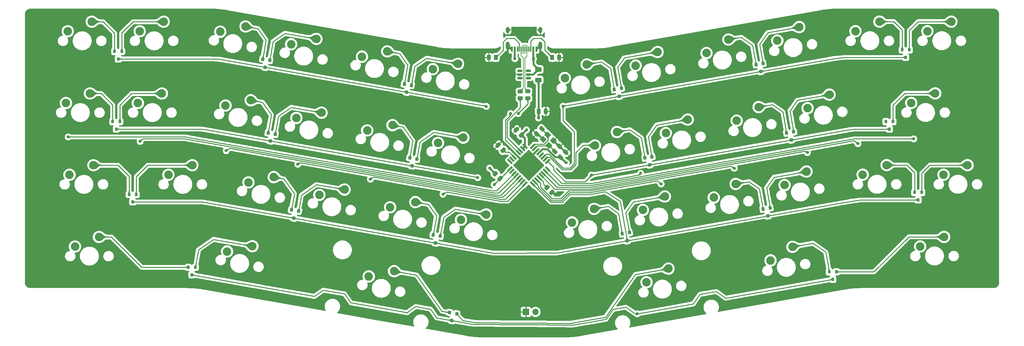
<source format=gbr>
%TF.GenerationSoftware,KiCad,Pcbnew,(6.0.1)*%
%TF.CreationDate,2022-05-18T11:52:05+02:00*%
%TF.ProjectId,3liza,336c697a-612e-46b6-9963-61645f706362,rev?*%
%TF.SameCoordinates,Original*%
%TF.FileFunction,Copper,L2,Bot*%
%TF.FilePolarity,Positive*%
%FSLAX46Y46*%
G04 Gerber Fmt 4.6, Leading zero omitted, Abs format (unit mm)*
G04 Created by KiCad (PCBNEW (6.0.1)) date 2022-05-18 11:52:05*
%MOMM*%
%LPD*%
G01*
G04 APERTURE LIST*
G04 Aperture macros list*
%AMRoundRect*
0 Rectangle with rounded corners*
0 $1 Rounding radius*
0 $2 $3 $4 $5 $6 $7 $8 $9 X,Y pos of 4 corners*
0 Add a 4 corners polygon primitive as box body*
4,1,4,$2,$3,$4,$5,$6,$7,$8,$9,$2,$3,0*
0 Add four circle primitives for the rounded corners*
1,1,$1+$1,$2,$3*
1,1,$1+$1,$4,$5*
1,1,$1+$1,$6,$7*
1,1,$1+$1,$8,$9*
0 Add four rect primitives between the rounded corners*
20,1,$1+$1,$2,$3,$4,$5,0*
20,1,$1+$1,$4,$5,$6,$7,0*
20,1,$1+$1,$6,$7,$8,$9,0*
20,1,$1+$1,$8,$9,$2,$3,0*%
%AMRotRect*
0 Rectangle, with rotation*
0 The origin of the aperture is its center*
0 $1 length*
0 $2 width*
0 $3 Rotation angle, in degrees counterclockwise*
0 Add horizontal line*
21,1,$1,$2,0,0,$3*%
G04 Aperture macros list end*
%TA.AperFunction,ComponentPad*%
%ADD10C,2.250000*%
%TD*%
%TA.AperFunction,SMDPad,CuDef*%
%ADD11RotRect,1.600000X0.550000X135.000000*%
%TD*%
%TA.AperFunction,SMDPad,CuDef*%
%ADD12RotRect,1.600000X0.550000X225.000000*%
%TD*%
%TA.AperFunction,SMDPad,CuDef*%
%ADD13RotRect,0.900000X0.800000X260.000000*%
%TD*%
%TA.AperFunction,ComponentPad*%
%ADD14O,1.700000X1.700000*%
%TD*%
%TA.AperFunction,ComponentPad*%
%ADD15R,1.700000X1.700000*%
%TD*%
%TA.AperFunction,SMDPad,CuDef*%
%ADD16RoundRect,0.250000X0.159099X-0.512652X0.512652X-0.159099X-0.159099X0.512652X-0.512652X0.159099X0*%
%TD*%
%TA.AperFunction,SMDPad,CuDef*%
%ADD17R,0.800000X0.900000*%
%TD*%
%TA.AperFunction,SMDPad,CuDef*%
%ADD18RoundRect,0.250000X-0.450000X0.262500X-0.450000X-0.262500X0.450000X-0.262500X0.450000X0.262500X0*%
%TD*%
%TA.AperFunction,SMDPad,CuDef*%
%ADD19RoundRect,0.250000X0.503814X0.132583X0.132583X0.503814X-0.503814X-0.132583X-0.132583X-0.503814X0*%
%TD*%
%TA.AperFunction,SMDPad,CuDef*%
%ADD20RoundRect,0.250000X-0.250000X-0.475000X0.250000X-0.475000X0.250000X0.475000X-0.250000X0.475000X0*%
%TD*%
%TA.AperFunction,SMDPad,CuDef*%
%ADD21RotRect,0.900000X0.800000X280.000000*%
%TD*%
%TA.AperFunction,ComponentPad*%
%ADD22O,1.000000X2.100000*%
%TD*%
%TA.AperFunction,ComponentPad*%
%ADD23O,1.000000X1.600000*%
%TD*%
%TA.AperFunction,SMDPad,CuDef*%
%ADD24R,0.600000X1.450000*%
%TD*%
%TA.AperFunction,SMDPad,CuDef*%
%ADD25R,0.300000X1.450000*%
%TD*%
%TA.AperFunction,SMDPad,CuDef*%
%ADD26RoundRect,0.250000X0.262500X0.450000X-0.262500X0.450000X-0.262500X-0.450000X0.262500X-0.450000X0*%
%TD*%
%TA.AperFunction,SMDPad,CuDef*%
%ADD27RoundRect,0.250000X0.625000X-0.375000X0.625000X0.375000X-0.625000X0.375000X-0.625000X-0.375000X0*%
%TD*%
%TA.AperFunction,SMDPad,CuDef*%
%ADD28RoundRect,0.250000X0.512652X0.159099X0.159099X0.512652X-0.512652X-0.159099X-0.159099X-0.512652X0*%
%TD*%
%TA.AperFunction,SMDPad,CuDef*%
%ADD29RotRect,1.400000X1.200000X315.000000*%
%TD*%
%TA.AperFunction,SMDPad,CuDef*%
%ADD30RoundRect,0.250000X-0.159099X0.512652X-0.512652X0.159099X0.159099X-0.512652X0.512652X-0.159099X0*%
%TD*%
%TA.AperFunction,SMDPad,CuDef*%
%ADD31RoundRect,0.150000X-0.512500X-0.150000X0.512500X-0.150000X0.512500X0.150000X-0.512500X0.150000X0*%
%TD*%
%TA.AperFunction,SMDPad,CuDef*%
%ADD32RoundRect,0.250000X-0.262500X-0.450000X0.262500X-0.450000X0.262500X0.450000X-0.262500X0.450000X0*%
%TD*%
%TA.AperFunction,ViaPad*%
%ADD33C,0.800000*%
%TD*%
%TA.AperFunction,Conductor*%
%ADD34C,0.250000*%
%TD*%
%TA.AperFunction,Conductor*%
%ADD35C,0.500000*%
%TD*%
%TA.AperFunction,Conductor*%
%ADD36C,0.200000*%
%TD*%
G04 APERTURE END LIST*
D10*
%TO.P,MX39,1,COL*%
%TO.N,col7*%
X185624922Y-135336737D03*
%TO.P,MX39,2,ROW*%
%TO.N,Net-(D20-Pad3)*%
X191437385Y-131732659D03*
%TD*%
%TO.P,MX38,1,COL*%
%TO.N,col4*%
X112060717Y-133795597D03*
%TO.P,MX38,2,ROW*%
%TO.N,Net-(D20-Pad2)*%
X118755312Y-132396851D03*
%TD*%
D11*
%TO.P,U1,32,AVCC*%
%TO.N,+5V*%
X153384391Y-99291408D03*
%TO.P,U1,31,UVCC*%
X152818706Y-99857094D03*
%TO.P,U1,30,D-*%
%TO.N,Net-(R4-Pad2)*%
X152253020Y-100422779D03*
%TO.P,U1,29,D+*%
%TO.N,Net-(R3-Pad2)*%
X151687335Y-100988464D03*
%TO.P,U1,28,UGND*%
%TO.N,GND*%
X151121649Y-101554150D03*
%TO.P,U1,27,UCAP*%
%TO.N,Net-(C6-Pad1)*%
X150555964Y-102119835D03*
%TO.P,U1,26,PC4*%
%TO.N,unconnected-(U1-Pad26)*%
X149990279Y-102685521D03*
%TO.P,U1,25,PC5*%
%TO.N,unconnected-(U1-Pad25)*%
X149424593Y-103251206D03*
D12*
%TO.P,U1,24,PC1/~{RESET}*%
%TO.N,Net-(R6-Pad1)*%
X149424593Y-105301816D03*
%TO.P,U1,23,PC6*%
%TO.N,unconnected-(U1-Pad23)*%
X149990279Y-105867501D03*
%TO.P,U1,22,PC7*%
%TO.N,col0*%
X150555964Y-106433187D03*
%TO.P,U1,21,PB7*%
%TO.N,col1*%
X151121649Y-106998872D03*
%TO.P,U1,20,PB6*%
%TO.N,col2*%
X151687335Y-107564558D03*
%TO.P,U1,19,PB5*%
%TO.N,col3*%
X152253020Y-108130243D03*
%TO.P,U1,18,PB4*%
%TO.N,col4*%
X152818706Y-108695928D03*
%TO.P,U1,17,PB3*%
%TO.N,col5*%
X153384391Y-109261614D03*
D11*
%TO.P,U1,16,PB2*%
%TO.N,row2*%
X155435001Y-109261614D03*
%TO.P,U1,15,PB1*%
%TO.N,col7*%
X156000686Y-108695928D03*
%TO.P,U1,14,PB0*%
%TO.N,col8*%
X156566372Y-108130243D03*
%TO.P,U1,13,~{HWB}/PD7*%
%TO.N,Net-(R5-Pad2)*%
X157132057Y-107564558D03*
%TO.P,U1,12,PD6*%
%TO.N,col9*%
X157697743Y-106998872D03*
%TO.P,U1,11,PD5*%
%TO.N,col10*%
X158263428Y-106433187D03*
%TO.P,U1,10,PD4*%
%TO.N,col11*%
X158829113Y-105867501D03*
%TO.P,U1,9,PD3*%
%TO.N,row3*%
X159394799Y-105301816D03*
D12*
%TO.P,U1,8,PD2*%
%TO.N,row1*%
X159394799Y-103251206D03*
%TO.P,U1,7,PD1*%
%TO.N,col6*%
X158829113Y-102685521D03*
%TO.P,U1,6,PD0*%
%TO.N,row0*%
X158263428Y-102119835D03*
%TO.P,U1,5,PC2*%
%TO.N,unconnected-(U1-Pad5)*%
X157697743Y-101554150D03*
%TO.P,U1,4,VCC*%
%TO.N,+5V*%
X157132057Y-100988464D03*
%TO.P,U1,3,GND*%
%TO.N,GND*%
X156566372Y-100422779D03*
%TO.P,U1,2,PC0/XTAL2*%
%TO.N,Net-(C5-Pad1)*%
X156000686Y-99857094D03*
%TO.P,U1,1,XTAL1*%
%TO.N,Net-(C4-Pad1)*%
X155435001Y-99291408D03*
%TD*%
D10*
%TO.P,MX22,2,ROW*%
%TO.N,Net-(D11-Pad3)*%
X234067932Y-85527990D03*
%TO.P,MX22,1,COL*%
%TO.N,col9*%
X228255469Y-89132068D03*
%TD*%
%TO.P,MX30,2,ROW*%
%TO.N,Net-(D16-Pad2)*%
X171713871Y-115866570D03*
%TO.P,MX30,1,COL*%
%TO.N,col6*%
X165901408Y-119470648D03*
%TD*%
%TO.P,MX27,2,ROW*%
%TO.N,Net-(D14-Pad3)*%
X105647794Y-110741766D03*
%TO.P,MX27,1,COL*%
%TO.N,col3*%
X98953199Y-112140512D03*
%TD*%
%TO.P,MX13,2,ROW*%
%TO.N,Net-(D7-Pad2)*%
X38220431Y-85221443D03*
%TO.P,MX13,1,COL*%
%TO.N,col0*%
X31870431Y-87761443D03*
%TD*%
%TO.P,MX40,2,ROW*%
%TO.N,Net-(D21-Pad2)*%
X224268415Y-125943664D03*
%TO.P,MX40,1,COL*%
%TO.N,col9*%
X218455952Y-129547742D03*
%TD*%
%TO.P,MX11,2,ROW*%
%TO.N,Net-(D6-Pad2)*%
X247296485Y-66154792D03*
%TO.P,MX11,1,COL*%
%TO.N,col10*%
X240946485Y-68694792D03*
%TD*%
%TO.P,MX36,2,ROW*%
%TO.N,Net-(D19-Pad2)*%
X40605733Y-123323843D03*
%TO.P,MX36,1,COL*%
%TO.N,col0*%
X34255733Y-125863843D03*
%TD*%
%TO.P,MX26,2,ROW*%
%TO.N,Net-(D14-Pad2)*%
X86887206Y-107433768D03*
%TO.P,MX26,1,COL*%
%TO.N,col2*%
X80192611Y-108832514D03*
%TD*%
%TO.P,MX14,2,ROW*%
%TO.N,Net-(D7-Pad3)*%
X57270434Y-85221442D03*
%TO.P,MX14,1,COL*%
%TO.N,col1*%
X50920434Y-87761442D03*
%TD*%
%TO.P,MX31,2,ROW*%
%TO.N,Net-(D16-Pad3)*%
X190474462Y-112558571D03*
%TO.P,MX31,1,COL*%
%TO.N,col7*%
X184661999Y-116162649D03*
%TD*%
%TO.P,MX15,2,ROW*%
%TO.N,Net-(D8-Pad2)*%
X80814910Y-87019185D03*
%TO.P,MX15,1,COL*%
%TO.N,col2*%
X74120315Y-88417931D03*
%TD*%
%TO.P,MX21,2,ROW*%
%TO.N,Net-(D11-Pad2)*%
X215307342Y-88835987D03*
%TO.P,MX21,1,COL*%
%TO.N,col8*%
X209494879Y-92440065D03*
%TD*%
%TO.P,MX33,2,ROW*%
%TO.N,Net-(D17-Pad3)*%
X227995636Y-105942577D03*
%TO.P,MX33,1,COL*%
%TO.N,col9*%
X222183173Y-109546655D03*
%TD*%
%TO.P,MX37,2,ROW*%
%TO.N,Net-(D19-Pad3)*%
X81234138Y-125780857D03*
%TO.P,MX37,1,COL*%
%TO.N,col2*%
X74539543Y-127179603D03*
%TD*%
%TO.P,MX23,2,ROW*%
%TO.N,Net-(D12-Pad3)*%
X262072932Y-85204793D03*
%TO.P,MX23,1,COL*%
%TO.N,col11*%
X255722932Y-87744793D03*
%TD*%
%TO.P,MX5,2,ROW*%
%TO.N,Net-(D3-Pad2)*%
X116953938Y-74047590D03*
%TO.P,MX5,1,COL*%
%TO.N,col4*%
X110259343Y-75446336D03*
%TD*%
%TO.P,MX9,2,ROW*%
%TO.N,Net-(D5-Pad2)*%
X207309200Y-70902398D03*
%TO.P,MX9,1,COL*%
%TO.N,col8*%
X201496737Y-74506476D03*
%TD*%
%TO.P,MX19,2,ROW*%
%TO.N,Net-(D10-Pad2)*%
X177786170Y-95451984D03*
%TO.P,MX19,1,COL*%
%TO.N,col6*%
X171973707Y-99056062D03*
%TD*%
%TO.P,MX18,2,ROW*%
%TO.N,Net-(D9-Pad3)*%
X137096674Y-96943175D03*
%TO.P,MX18,1,COL*%
%TO.N,col5*%
X130402079Y-98341921D03*
%TD*%
%TO.P,MX24,2,ROW*%
%TO.N,Net-(D13-Pad2)*%
X39153884Y-104271443D03*
%TO.P,MX24,1,COL*%
%TO.N,col0*%
X32803884Y-106811443D03*
%TD*%
%TO.P,MX10,2,ROW*%
%TO.N,Net-(D5-Pad3)*%
X226069786Y-67594400D03*
%TO.P,MX10,1,COL*%
%TO.N,col9*%
X220257323Y-71198478D03*
%TD*%
%TO.P,MX16,2,ROW*%
%TO.N,Net-(D8-Pad3)*%
X99575500Y-90327179D03*
%TO.P,MX16,1,COL*%
%TO.N,col3*%
X92880905Y-91725925D03*
%TD*%
%TO.P,MX17,2,ROW*%
%TO.N,Net-(D9-Pad2)*%
X118336086Y-93635176D03*
%TO.P,MX17,1,COL*%
%TO.N,col4*%
X111641491Y-95033922D03*
%TD*%
%TO.P,MX29,2,ROW*%
%TO.N,Net-(D15-Pad3)*%
X143168971Y-117357762D03*
%TO.P,MX29,1,COL*%
%TO.N,col5*%
X136474376Y-118756508D03*
%TD*%
%TO.P,MX28,2,ROW*%
%TO.N,Net-(D15-Pad2)*%
X124408382Y-114049764D03*
%TO.P,MX28,1,COL*%
%TO.N,col4*%
X117713787Y-115448510D03*
%TD*%
%TO.P,MX34,2,ROW*%
%TO.N,Net-(D18-Pad2)*%
X249220534Y-104254791D03*
%TO.P,MX34,1,COL*%
%TO.N,col10*%
X242870534Y-106794791D03*
%TD*%
%TO.P,MX7,2,ROW*%
%TO.N,Net-(D4-Pad2)*%
X169788024Y-77518394D03*
%TO.P,MX7,1,COL*%
%TO.N,col6*%
X163975561Y-81122472D03*
%TD*%
%TO.P,MX6,2,ROW*%
%TO.N,Net-(D3-Pad3)*%
X135714524Y-77355588D03*
%TO.P,MX6,1,COL*%
%TO.N,col5*%
X129019929Y-78754334D03*
%TD*%
%TO.P,MX4,2,ROW*%
%TO.N,Net-(D2-Pad3)*%
X98193349Y-70739592D03*
%TO.P,MX4,1,COL*%
%TO.N,col3*%
X91498754Y-72138338D03*
%TD*%
%TO.P,MX25,2,ROW*%
%TO.N,Net-(D13-Pad3)*%
X65347633Y-104271442D03*
%TO.P,MX25,1,COL*%
%TO.N,col1*%
X58997633Y-106811442D03*
%TD*%
%TO.P,MX3,2,ROW*%
%TO.N,Net-(D2-Pad2)*%
X79432762Y-67431596D03*
%TO.P,MX3,1,COL*%
%TO.N,col2*%
X72738167Y-68830342D03*
%TD*%
%TO.P,MX32,2,ROW*%
%TO.N,Net-(D17-Pad2)*%
X209235048Y-109250575D03*
%TO.P,MX32,1,COL*%
%TO.N,col8*%
X203422585Y-112854653D03*
%TD*%
%TO.P,MX2,2,ROW*%
%TO.N,Net-(D1-Pad3)*%
X57750631Y-66171443D03*
%TO.P,MX2,1,COL*%
%TO.N,col1*%
X51400631Y-68711443D03*
%TD*%
%TO.P,MX1,2,ROW*%
%TO.N,Net-(D1-Pad2)*%
X38700631Y-66171442D03*
%TO.P,MX1,1,COL*%
%TO.N,col0*%
X32350631Y-68711442D03*
%TD*%
%TO.P,MX41,2,ROW*%
%TO.N,Net-(D21-Pad3)*%
X264435134Y-123304792D03*
%TO.P,MX41,1,COL*%
%TO.N,col11*%
X258085134Y-125844792D03*
%TD*%
%TO.P,MX20,2,ROW*%
%TO.N,Net-(D10-Pad3)*%
X196546757Y-92143986D03*
%TO.P,MX20,1,COL*%
%TO.N,col7*%
X190734294Y-95748064D03*
%TD*%
%TO.P,MX8,2,ROW*%
%TO.N,Net-(D4-Pad3)*%
X188548611Y-74210394D03*
%TO.P,MX8,1,COL*%
%TO.N,col7*%
X182736148Y-77814472D03*
%TD*%
%TO.P,MX12,2,ROW*%
%TO.N,Net-(D6-Pad3)*%
X266346484Y-66154791D03*
%TO.P,MX12,1,COL*%
%TO.N,col11*%
X259996484Y-68694791D03*
%TD*%
%TO.P,MX35,2,ROW*%
%TO.N,Net-(D18-Pad3)*%
X270632733Y-104254792D03*
%TO.P,MX35,1,COL*%
%TO.N,col11*%
X264282733Y-106794792D03*
%TD*%
D13*
%TO.P,D15,1,K*%
%TO.N,row2*%
X129707920Y-124903748D03*
%TO.P,D15,2,A1*%
%TO.N,Net-(D15-Pad2)*%
X129119649Y-122769166D03*
%TO.P,D15,3,A2*%
%TO.N,Net-(D15-Pad3)*%
X130990784Y-123099098D03*
%TD*%
D14*
%TO.P,RESET,2,2*%
%TO.N,Net-(R6-Pad1)*%
X156219004Y-143230695D03*
D15*
%TO.P,RESET,1,1*%
%TO.N,GND*%
X153679004Y-143230695D03*
%TD*%
D16*
%TO.P,C5,1*%
%TO.N,Net-(C5-Pad1)*%
X161258357Y-100614737D03*
%TO.P,C5,2*%
%TO.N,GND*%
X162601859Y-99271235D03*
%TD*%
D17*
%TO.P,D12,1,K*%
%TO.N,row1*%
X249950005Y-94700694D03*
%TO.P,D12,2,A1*%
%TO.N,unconnected-(D12-Pad2)*%
X249000005Y-92700694D03*
%TO.P,D12,3,A2*%
%TO.N,Net-(D12-Pad3)*%
X250900005Y-92700694D03*
%TD*%
D18*
%TO.P,R4,1*%
%TO.N,D-*%
X152146772Y-84676679D03*
%TO.P,R4,2*%
%TO.N,Net-(R4-Pad2)*%
X152146772Y-86501679D03*
%TD*%
D19*
%TO.P,R6,2*%
%TO.N,+5V*%
X145557937Y-106533944D03*
%TO.P,R6,1*%
%TO.N,Net-(R6-Pad1)*%
X146848407Y-107824414D03*
%TD*%
D13*
%TO.P,D20,1,K*%
%TO.N,row3*%
X134066089Y-145531921D03*
%TO.P,D20,2,A1*%
%TO.N,Net-(D20-Pad2)*%
X133477818Y-143397339D03*
%TO.P,D20,3,A2*%
%TO.N,Net-(D20-Pad3)*%
X135348953Y-143727271D03*
%TD*%
D17*
%TO.P,D19,1,K*%
%TO.N,row3*%
X65200774Y-133373682D03*
%TO.P,D19,2,A1*%
%TO.N,Net-(D19-Pad2)*%
X64250774Y-131373682D03*
%TO.P,D19,3,A2*%
%TO.N,Net-(D19-Pad3)*%
X66150774Y-131373682D03*
%TD*%
D18*
%TO.P,R3,1*%
%TO.N,D+*%
X154192003Y-84667341D03*
%TO.P,R3,2*%
%TO.N,Net-(R3-Pad2)*%
X154192003Y-86492341D03*
%TD*%
D17*
%TO.P,D18,1,K*%
%TO.N,row2*%
X257570004Y-113496693D03*
%TO.P,D18,2,A1*%
%TO.N,Net-(D18-Pad2)*%
X256620004Y-111496693D03*
%TO.P,D18,3,A2*%
%TO.N,Net-(D18-Pad3)*%
X258520004Y-111496693D03*
%TD*%
%TO.P,D1,1,K*%
%TO.N,row0*%
X45690333Y-76070189D03*
%TO.P,D1,2,A1*%
%TO.N,Net-(D1-Pad2)*%
X44740333Y-74070189D03*
%TO.P,D1,3,A2*%
%TO.N,Net-(D1-Pad3)*%
X46640333Y-74070189D03*
%TD*%
%TO.P,D6,1,K*%
%TO.N,row0*%
X254268004Y-75650693D03*
%TO.P,D6,2,A1*%
%TO.N,Net-(D6-Pad2)*%
X253318004Y-73650693D03*
%TO.P,D6,3,A2*%
%TO.N,Net-(D6-Pad3)*%
X255218004Y-73650693D03*
%TD*%
D20*
%TO.P,C1,1*%
%TO.N,+5V*%
X157026604Y-89966893D03*
%TO.P,C1,2*%
%TO.N,GND*%
X158926604Y-89966893D03*
%TD*%
D21*
%TO.P,D16,1,K*%
%TO.N,row2*%
X180477553Y-124302514D03*
%TO.P,D16,2,A1*%
%TO.N,Net-(D16-Pad2)*%
X179194689Y-122497864D03*
%TO.P,D16,3,A2*%
%TO.N,Net-(D16-Pad3)*%
X181065824Y-122167932D03*
%TD*%
D13*
%TO.P,D9,1,K*%
%TO.N,row1*%
X123510556Y-104467106D03*
%TO.P,D9,2,A1*%
%TO.N,Net-(D9-Pad2)*%
X122922285Y-102332524D03*
%TO.P,D9,3,A2*%
%TO.N,Net-(D9-Pad3)*%
X124793420Y-102662456D03*
%TD*%
%TO.P,D2,1,K*%
%TO.N,row0*%
X84544699Y-78252498D03*
%TO.P,D2,2,A1*%
%TO.N,Net-(D2-Pad2)*%
X83956428Y-76117916D03*
%TO.P,D2,3,A2*%
%TO.N,Net-(D2-Pad3)*%
X85827563Y-76447848D03*
%TD*%
D16*
%TO.P,C3,1*%
%TO.N,+5V*%
X162820924Y-102177301D03*
%TO.P,C3,2*%
%TO.N,GND*%
X164164426Y-100833799D03*
%TD*%
D17*
%TO.P,D13,1,K*%
%TO.N,row2*%
X49525732Y-114017791D03*
%TO.P,D13,2,A1*%
%TO.N,Net-(D13-Pad2)*%
X48575732Y-112017791D03*
%TO.P,D13,3,A2*%
%TO.N,Net-(D13-Pad3)*%
X50475732Y-112017791D03*
%TD*%
D22*
%TO.P,USB1,S1,SHIELD*%
%TO.N,GND*%
X157503131Y-72510591D03*
D23*
X148863131Y-68330591D03*
X157503131Y-68330591D03*
D22*
X148863131Y-72510591D03*
D24*
%TO.P,USB1,B12,GND*%
X149933131Y-73425591D03*
%TO.P,USB1,B9,VBUS*%
%TO.N,VCC*%
X150733131Y-73425591D03*
D25*
%TO.P,USB1,B8,SBU2*%
%TO.N,unconnected-(USB1-PadB8)*%
X151433131Y-73425591D03*
%TO.P,USB1,B7,D-*%
%TO.N,D-*%
X152433131Y-73425591D03*
%TO.P,USB1,B6,D+*%
%TO.N,D+*%
X153933131Y-73425591D03*
%TO.P,USB1,B5,CC2*%
%TO.N,Net-(R2-Pad2)*%
X154933131Y-73425591D03*
D24*
%TO.P,USB1,B4,VBUS*%
%TO.N,VCC*%
X155633131Y-73425591D03*
%TO.P,USB1,B1,GND*%
%TO.N,GND*%
X156433131Y-73425591D03*
%TO.P,USB1,A12,GND*%
X156433131Y-73425591D03*
%TO.P,USB1,A9,VBUS*%
%TO.N,VCC*%
X155633131Y-73425591D03*
D25*
%TO.P,USB1,A8,SBU1*%
%TO.N,unconnected-(USB1-PadA8)*%
X154433131Y-73425591D03*
%TO.P,USB1,A7,D-*%
%TO.N,D-*%
X153433131Y-73425591D03*
%TO.P,USB1,A6,D+*%
%TO.N,D+*%
X152933131Y-73425591D03*
%TO.P,USB1,A5,CC1*%
%TO.N,Net-(R1-Pad2)*%
X151933131Y-73425591D03*
D24*
%TO.P,USB1,A4,VBUS*%
%TO.N,VCC*%
X150733131Y-73425591D03*
%TO.P,USB1,A1,GND*%
%TO.N,GND*%
X149933131Y-73425591D03*
%TD*%
D26*
%TO.P,R2,1*%
%TO.N,GND*%
X162470505Y-75666695D03*
%TO.P,R2,2*%
%TO.N,Net-(R2-Pad2)*%
X160645505Y-75666695D03*
%TD*%
D13*
%TO.P,D14,1,K*%
%TO.N,row2*%
X92186745Y-118287749D03*
%TO.P,D14,2,A1*%
%TO.N,Net-(D14-Pad2)*%
X91598474Y-116153167D03*
%TO.P,D14,3,A2*%
%TO.N,Net-(D14-Pad3)*%
X93469609Y-116483099D03*
%TD*%
D27*
%TO.P,F1,1*%
%TO.N,+5V*%
X156986004Y-81638694D03*
%TO.P,F1,2*%
%TO.N,VCC*%
X156986004Y-78838694D03*
%TD*%
D19*
%TO.P,R5,1*%
%TO.N,GND*%
X160560714Y-111456631D03*
%TO.P,R5,2*%
%TO.N,Net-(R5-Pad2)*%
X159270244Y-110166161D03*
%TD*%
D21*
%TO.P,D17,1,K*%
%TO.N,row2*%
X217748589Y-117730626D03*
%TO.P,D17,2,A1*%
%TO.N,Net-(D17-Pad2)*%
X216465725Y-115925976D03*
%TO.P,D17,3,A2*%
%TO.N,Net-(D17-Pad3)*%
X218336860Y-115596044D03*
%TD*%
D28*
%TO.P,C2,1*%
%TO.N,+5V*%
X152490093Y-96250332D03*
%TO.P,C2,2*%
%TO.N,GND*%
X151146591Y-94906830D03*
%TD*%
D29*
%TO.P,X1,1,1*%
%TO.N,Net-(C4-Pad1)*%
X159418466Y-96229261D03*
%TO.P,X1,2,2*%
%TO.N,GND*%
X160974101Y-97784896D03*
%TO.P,X1,3,3*%
%TO.N,Net-(C5-Pad1)*%
X159772020Y-98986977D03*
%TO.P,X1,4,4*%
%TO.N,GND*%
X158216385Y-97431342D03*
%TD*%
D30*
%TO.P,C4,1*%
%TO.N,Net-(C4-Pad1)*%
X157932127Y-94601502D03*
%TO.P,C4,2*%
%TO.N,GND*%
X156588625Y-95945004D03*
%TD*%
D17*
%TO.P,D7,1,K*%
%TO.N,row1*%
X45182331Y-94688390D03*
%TO.P,D7,2,A1*%
%TO.N,Net-(D7-Pad2)*%
X44232331Y-92688390D03*
%TO.P,D7,3,A2*%
%TO.N,Net-(D7-Pad3)*%
X46132331Y-92688390D03*
%TD*%
D21*
%TO.P,D4,1,K*%
%TO.N,row0*%
X178364097Y-85987419D03*
%TO.P,D4,2,A1*%
%TO.N,Net-(D4-Pad2)*%
X177081233Y-84182769D03*
%TO.P,D4,3,A2*%
%TO.N,Net-(D4-Pad3)*%
X178952368Y-83852837D03*
%TD*%
D31*
%TO.P,U2,1,IO1*%
%TO.N,D-*%
X152089303Y-81137895D03*
%TO.P,U2,2,VN*%
%TO.N,GND*%
X152089303Y-80187895D03*
%TO.P,U2,3,IO2*%
%TO.N,unconnected-(U2-Pad3)*%
X152089303Y-79237895D03*
%TO.P,U2,4,IO3*%
%TO.N,D+*%
X154364303Y-79237895D03*
%TO.P,U2,5,VP*%
%TO.N,VCC*%
X154364303Y-80187895D03*
%TO.P,U2,6,IO4*%
%TO.N,unconnected-(U2-Pad6)*%
X154364303Y-81137895D03*
%TD*%
D17*
%TO.P,D21,1,K*%
%TO.N,row3*%
X234964005Y-134578694D03*
%TO.P,D21,2,A1*%
%TO.N,Net-(D21-Pad2)*%
X234014005Y-132578694D03*
%TO.P,D21,3,A2*%
%TO.N,Net-(D21-Pad3)*%
X235914005Y-132578694D03*
%TD*%
D13*
%TO.P,D8,1,K*%
%TO.N,row1*%
X85989381Y-97851108D03*
%TO.P,D8,2,A1*%
%TO.N,Net-(D8-Pad2)*%
X85401110Y-95716526D03*
%TO.P,D8,3,A2*%
%TO.N,Net-(D8-Pad3)*%
X87272245Y-96046458D03*
%TD*%
D21*
%TO.P,D10,1,K*%
%TO.N,row1*%
X186468886Y-104160120D03*
%TO.P,D10,2,A1*%
%TO.N,Net-(D10-Pad2)*%
X185186022Y-102355470D03*
%TO.P,D10,3,A2*%
%TO.N,Net-(D10-Pad3)*%
X187057157Y-102025538D03*
%TD*%
D13*
%TO.P,D3,1,K*%
%TO.N,row0*%
X122065872Y-84868492D03*
%TO.P,D3,2,A1*%
%TO.N,Net-(D3-Pad2)*%
X121477601Y-82733910D03*
%TO.P,D3,3,A2*%
%TO.N,Net-(D3-Pad3)*%
X123348736Y-83063842D03*
%TD*%
D28*
%TO.P,C6,1*%
%TO.N,Net-(C6-Pad1)*%
X147676673Y-100309407D03*
%TO.P,C6,2*%
%TO.N,GND*%
X146333171Y-98965905D03*
%TD*%
D32*
%TO.P,R1,1*%
%TO.N,GND*%
X143881504Y-75666695D03*
%TO.P,R1,2*%
%TO.N,Net-(R1-Pad2)*%
X145706504Y-75666695D03*
%TD*%
D21*
%TO.P,D5,1,K*%
%TO.N,row0*%
X215885274Y-79371423D03*
%TO.P,D5,2,A1*%
%TO.N,Net-(D5-Pad2)*%
X214602410Y-77566773D03*
%TO.P,D5,3,A2*%
%TO.N,Net-(D5-Pad3)*%
X216473545Y-77236841D03*
%TD*%
%TO.P,D11,1,K*%
%TO.N,row1*%
X223990062Y-97544126D03*
%TO.P,D11,2,A1*%
%TO.N,Net-(D11-Pad2)*%
X222707198Y-95739476D03*
%TO.P,D11,3,A2*%
%TO.N,Net-(D11-Pad3)*%
X224578333Y-95409544D03*
%TD*%
D33*
%TO.N,+5V*%
X157022800Y-91744800D03*
%TO.N,col0*%
X32461972Y-96774772D03*
%TO.N,col11*%
X256388371Y-97282771D03*
%TO.N,+5V*%
X144069572Y-105045579D03*
%TO.N,Net-(R6-Pad1)*%
X145288772Y-109414379D03*
%TO.N,row1*%
X171005863Y-106886670D03*
%TO.N,GND*%
X162357572Y-111801979D03*
%TO.N,+5V*%
X164338772Y-103623178D03*
X153823171Y-94885579D03*
%TO.N,col5*%
X131717115Y-111962436D03*
%TO.N,col4*%
X112484145Y-107979807D03*
%TO.N,col3*%
X93251174Y-103997176D03*
%TO.N,col2*%
X74290181Y-100402969D03*
%TO.N,col1*%
X51511972Y-97933578D03*
%TO.N,row3*%
X184049807Y-106417813D03*
X183180413Y-143709538D03*
%TO.N,col7*%
X189490140Y-109267347D03*
%TO.N,col8*%
X208869561Y-105075566D03*
%TO.N,col9*%
X228228059Y-100913665D03*
%TO.N,col10*%
X241605572Y-98543179D03*
%TO.N,row0*%
X163501449Y-88606670D03*
X143206132Y-88649556D03*
%TO.N,row1*%
X140898698Y-107586571D03*
%TO.N,VCC*%
X150737605Y-75971495D03*
X155665205Y-76022295D03*
%TO.N,Net-(R3-Pad2)*%
X151645469Y-90566227D03*
X149604870Y-90557629D03*
%TD*%
D34*
%TO.N,Net-(R2-Pad2)*%
X158699200Y-71537890D02*
X158566455Y-71405145D01*
X158699200Y-73720390D02*
X158699200Y-71537890D01*
X160645505Y-75666695D02*
X158699200Y-73720390D01*
X158566455Y-71405145D02*
X157748003Y-70586694D01*
%TO.N,Net-(R1-Pad2)*%
X147624800Y-71565898D02*
X148604003Y-70586695D01*
X145706504Y-75666695D02*
X147624800Y-73748399D01*
X147624800Y-73748399D02*
X147624800Y-71565898D01*
%TO.N,col11*%
X254923222Y-97273178D02*
X256388371Y-97282771D01*
%TO.N,Net-(R3-Pad2)*%
X154192003Y-88019692D02*
X154192003Y-86492341D01*
D35*
%TO.N,+5V*%
X157026604Y-89966893D02*
X157022800Y-91744800D01*
D34*
%TO.N,row1*%
X161036771Y-104893179D02*
X159394799Y-103251206D01*
%TO.N,col3*%
X146407486Y-112768294D02*
X147614968Y-112768295D01*
%TO.N,col5*%
X147066772Y-113833979D02*
X148812026Y-113833979D01*
%TO.N,Net-(D20-Pad3)*%
X136906001Y-145473557D02*
X135348952Y-143727273D01*
X165507064Y-146233508D02*
X140554052Y-146073610D01*
X171084940Y-145270509D02*
X165507064Y-146233508D01*
X174719749Y-144629594D02*
X171084940Y-145270509D01*
X191437385Y-131732659D02*
X182667503Y-133279026D01*
X182667503Y-133279026D02*
X174719749Y-144629594D01*
X140554052Y-146073610D02*
X136906001Y-145473557D01*
%TO.N,col6*%
X165540969Y-105495099D02*
X166921892Y-104114176D01*
X166921892Y-100887659D02*
X168905181Y-98904370D01*
X163347697Y-105495098D02*
X165540969Y-105495099D01*
X160019143Y-102166545D02*
X163347697Y-105495098D01*
X159348089Y-102166546D02*
X160019143Y-102166545D01*
X168905181Y-98904370D02*
X171973707Y-99056062D01*
X158829113Y-102685521D02*
X159348089Y-102166546D01*
X166921892Y-104114176D02*
X166921892Y-100887659D01*
%TO.N,col0*%
X34756022Y-96765178D02*
X32471566Y-96765178D01*
X34756022Y-96765178D02*
X63399172Y-96765178D01*
X32868372Y-96765178D02*
X34756022Y-96765178D01*
X32471566Y-96765178D02*
X32461972Y-96774772D01*
%TO.N,col11*%
X254923222Y-97273178D02*
X240691172Y-97273179D01*
%TO.N,Net-(D21-Pad2)*%
X229723873Y-124981720D02*
X233090062Y-127338751D01*
X224268415Y-125943665D02*
X229723873Y-124981720D01*
X233090062Y-127338751D02*
X234014005Y-132578694D01*
%TO.N,Net-(D19-Pad3)*%
X81234138Y-125780857D02*
X70926158Y-123963282D01*
X70926158Y-123963282D02*
X66968834Y-126734230D01*
X66150774Y-131373682D02*
X66968834Y-126734230D01*
%TO.N,row3*%
X206595070Y-139580902D02*
X234964004Y-134578694D01*
X204057555Y-137804114D02*
X206595070Y-139580902D01*
X199767002Y-138560655D02*
X204057555Y-137804114D01*
X197990214Y-141098170D02*
X199767002Y-138560655D01*
X182743477Y-143786581D02*
X197990214Y-141098170D01*
X176707039Y-142575165D02*
X180147113Y-141968587D01*
X174889045Y-145171530D02*
X176707039Y-142575165D01*
X166288462Y-146688045D02*
X174889045Y-145171530D01*
X134066088Y-145531922D02*
X139654885Y-146517375D01*
X180147113Y-141968587D02*
X182743477Y-143786581D01*
X134053765Y-145514323D02*
X134066088Y-145531922D01*
X139654885Y-146517375D02*
X166288462Y-146688045D01*
X130054181Y-144809088D02*
X134053765Y-145514323D01*
X128435077Y-142496767D02*
X130054181Y-144809088D01*
X124482845Y-141799882D02*
X128435077Y-142496767D01*
X122170526Y-143418987D02*
X124482845Y-141799882D01*
X121149156Y-143238892D02*
X122170526Y-143418987D01*
%TO.N,Net-(D20-Pad2)*%
X124732050Y-133450712D02*
X118755311Y-132396852D01*
X131445879Y-143039054D02*
X124732050Y-133450712D01*
X133477818Y-143397340D02*
X131445879Y-143039054D01*
%TO.N,row3*%
X121149156Y-143238892D02*
X122270582Y-143436630D01*
X107291336Y-140795385D02*
X121149156Y-143238892D01*
X105631024Y-138424214D02*
X107291336Y-140795385D01*
X100027861Y-137436225D02*
X105631024Y-138424214D01*
X97656690Y-139096537D02*
X100027861Y-137436225D01*
X65200773Y-133373683D02*
X97656690Y-139096537D01*
D35*
%TO.N,+5V*%
X145557935Y-106533943D02*
X144069572Y-105045579D01*
D34*
%TO.N,Net-(R6-Pad1)*%
X146848407Y-107854743D02*
X145288772Y-109414379D01*
X146848407Y-107824413D02*
X146848407Y-107854743D01*
X146901995Y-107824415D02*
X149424591Y-105301815D01*
X146848407Y-107824413D02*
X146901995Y-107824415D01*
%TO.N,col0*%
X144788140Y-111069640D02*
X145919511Y-111069640D01*
X145919511Y-111069640D02*
X150555964Y-106433187D01*
%TO.N,col1*%
X146479733Y-111640785D02*
X151121649Y-106998870D01*
X145348362Y-111640788D02*
X146479733Y-111640785D01*
%TO.N,col2*%
X147047197Y-112204695D02*
X151687336Y-107564558D01*
X145902055Y-112204694D02*
X147047197Y-112204695D01*
%TO.N,col3*%
X147614968Y-112768295D02*
X152253019Y-108130243D01*
%TO.N,col4*%
X148170392Y-113344241D02*
X152818706Y-108695927D01*
X147048510Y-113344241D02*
X148170392Y-113344241D01*
%TO.N,col5*%
X148812026Y-113833979D02*
X153384391Y-109261613D01*
%TO.N,row1*%
X161036771Y-105553579D02*
X161036771Y-104893179D01*
X164117510Y-108634317D02*
X161036771Y-105553579D01*
X169335234Y-108634316D02*
X164117510Y-108634317D01*
X171005862Y-106963687D02*
X169335234Y-108634316D01*
X171005863Y-106886670D02*
X171005862Y-106963687D01*
D35*
%TO.N,GND*%
X160906061Y-111801979D02*
X160560714Y-111456631D01*
X162357572Y-111801979D02*
X160906061Y-111801979D01*
D34*
%TO.N,row2*%
X155448407Y-109261614D02*
X155435000Y-109261614D01*
X163288768Y-114087979D02*
X160274774Y-114087979D01*
X165310883Y-112065864D02*
X163288768Y-114087979D01*
X170393856Y-112065862D02*
X165310883Y-112065864D01*
X160274774Y-114087979D02*
X155448407Y-109261614D01*
X170493252Y-112048299D02*
X170393856Y-112065862D01*
X178613572Y-113833978D02*
X174651172Y-111293978D01*
X180477553Y-124302514D02*
X178613572Y-113833978D01*
X174651172Y-111293978D02*
X170493252Y-112048299D01*
%TO.N,col7*%
X156871172Y-109566413D02*
X156000688Y-108695927D01*
X160453290Y-113630778D02*
X156871172Y-110048661D01*
X163110250Y-113630779D02*
X160453290Y-113630778D01*
X170462602Y-111575810D02*
X165165218Y-111575811D01*
X156871172Y-110048661D02*
X156871172Y-109566413D01*
X188367172Y-108398379D02*
X170462602Y-111575810D01*
X189490140Y-109267347D02*
X188367172Y-108398379D01*
X165165218Y-111575811D02*
X163110250Y-113630779D01*
%TO.N,col8*%
X156603036Y-108130242D02*
X156566372Y-108130243D01*
X157582371Y-109109578D02*
X156603036Y-108130242D01*
X157582372Y-110124143D02*
X157582371Y-109109578D01*
X160639488Y-113181259D02*
X157582372Y-110124143D01*
X165032338Y-111072973D02*
X162924050Y-113181258D01*
X170620166Y-111072973D02*
X165032338Y-111072973D01*
X208869561Y-105075566D02*
X207925171Y-104486778D01*
X207925171Y-104486778D02*
X170620166Y-111072973D01*
X162924050Y-113181258D02*
X160639488Y-113181259D01*
%TO.N,col9*%
X161276837Y-110577966D02*
X157697742Y-106998872D01*
X227533971Y-100575180D02*
X170683959Y-110577965D01*
X170683959Y-110577965D02*
X161276837Y-110577966D01*
X228228059Y-100913665D02*
X227533971Y-100575180D01*
%TO.N,col10*%
X161912699Y-110082458D02*
X158263428Y-106433186D01*
X170848851Y-110082458D02*
X161912699Y-110082458D01*
%TO.N,col11*%
X162535477Y-109573865D02*
X158829113Y-105867500D01*
X240691172Y-97273179D02*
X171037286Y-109573864D01*
X171037286Y-109573864D02*
X162535477Y-109573865D01*
%TO.N,row3*%
X163176820Y-109083837D02*
X159394799Y-105301816D01*
X171120230Y-109083837D02*
X163176820Y-109083837D01*
%TO.N,row0*%
X166472372Y-103927979D02*
X166472372Y-95393579D01*
X165354772Y-105045578D02*
X166472372Y-103927979D01*
X163533895Y-105045578D02*
X165354772Y-105045578D01*
X159774695Y-101286378D02*
X163533895Y-105045578D01*
X159096884Y-101286378D02*
X159774695Y-101286378D01*
X158263427Y-102119835D02*
X159096884Y-101286378D01*
X166472372Y-95393579D02*
X163501449Y-92422656D01*
X163501449Y-92422656D02*
X163501449Y-88606670D01*
%TO.N,col5*%
X132741170Y-111344779D02*
X131717115Y-111962436D01*
X147066772Y-113833979D02*
X132741170Y-111344779D01*
%TO.N,col4*%
X147048510Y-113344241D02*
X146983433Y-113344240D01*
X113386372Y-107433178D02*
X146983433Y-113344240D01*
%TO.N,col3*%
X93980772Y-103572379D02*
X146407486Y-112768294D01*
%TO.N,col2*%
X75235571Y-99813179D02*
X145902055Y-112204694D01*
%TO.N,col1*%
X63239092Y-97214699D02*
X145348362Y-111640788D01*
%TO.N,col0*%
X144788140Y-111069640D02*
X144751111Y-111069640D01*
X67107572Y-97425579D02*
X144751111Y-111069640D01*
D35*
%TO.N,GND*%
X156566372Y-100422779D02*
X155448772Y-101540379D01*
X151144543Y-101554149D02*
X152146772Y-102556379D01*
X151121649Y-101554150D02*
X151144543Y-101554149D01*
X148946372Y-99355979D02*
X147168372Y-97577978D01*
X151121648Y-101531256D02*
X148946372Y-99355979D01*
X151121649Y-101554150D02*
X151121648Y-101531256D01*
%TO.N,+5V*%
X164338772Y-103623178D02*
X164266802Y-103623179D01*
X164266802Y-103623179D02*
X162820924Y-102177301D01*
X153823170Y-94917253D02*
X152490093Y-96250332D01*
X153823171Y-94885579D02*
X153823170Y-94917253D01*
D34*
%TO.N,Net-(R3-Pad2)*%
X148242852Y-92308527D02*
X148601486Y-91949893D01*
X148242851Y-97543980D02*
X148242852Y-92308527D01*
X151687335Y-100988464D02*
X148242851Y-97543980D01*
X148601486Y-91949893D02*
X149581542Y-90969835D01*
%TO.N,Net-(R4-Pad2)*%
X148692372Y-96866779D02*
X148692371Y-92494724D01*
X148893944Y-92293153D02*
X152160003Y-89027094D01*
X152248372Y-100422779D02*
X148692372Y-96866779D01*
X148692371Y-92494724D02*
X148893944Y-92293153D01*
X152253020Y-100422778D02*
X152248372Y-100422779D01*
%TO.N,col4*%
X112484145Y-107979807D02*
X113386372Y-107433178D01*
%TO.N,col3*%
X93251174Y-103997176D02*
X93980772Y-103572379D01*
%TO.N,col2*%
X74290181Y-100402969D02*
X75235571Y-99813179D01*
%TO.N,col1*%
X52230852Y-97214699D02*
X63239092Y-97214699D01*
X51511972Y-97933578D02*
X52230852Y-97214699D01*
%TO.N,col0*%
X63399172Y-96765178D02*
X67107572Y-97425579D01*
%TO.N,row3*%
X183795171Y-106823579D02*
X179731173Y-107534778D01*
X184049807Y-106417813D02*
X183795171Y-106823579D01*
X179731173Y-107534778D02*
X171120230Y-109083837D01*
%TO.N,col10*%
X240589572Y-97781179D02*
X170848851Y-110082458D01*
X241605572Y-98543179D02*
X240589572Y-97781179D01*
%TO.N,Net-(R5-Pad2)*%
X158334955Y-108767455D02*
X158334951Y-109302713D01*
X158334951Y-109302713D02*
X159270244Y-110238002D01*
X157132058Y-107564558D02*
X158334955Y-108767455D01*
%TO.N,row1*%
X186468886Y-104160121D02*
X171005863Y-106886670D01*
D35*
%TO.N,+5V*%
X153384391Y-99291409D02*
X152818705Y-99857093D01*
X157132058Y-100988464D02*
X158051296Y-100069226D01*
X152490093Y-96250333D02*
X153384393Y-97144632D01*
X161478112Y-102177303D02*
X162820923Y-102177302D01*
X153384393Y-97144632D02*
X153384391Y-99291409D01*
X159370035Y-100069226D02*
X161478112Y-102177303D01*
X157026602Y-89966893D02*
X157026604Y-81679294D01*
X158051296Y-100069226D02*
X159370035Y-100069226D01*
X157026604Y-81679294D02*
X156986002Y-81638694D01*
%TO.N,GND*%
X148863133Y-74645565D02*
X148324605Y-75184094D01*
X149933132Y-73425592D02*
X149778132Y-73425590D01*
X156588132Y-73425590D02*
X157503134Y-72510591D01*
X157503134Y-72510591D02*
X157503134Y-74786823D01*
X156730045Y-95945003D02*
X156588625Y-95945003D01*
X162460440Y-99271234D02*
X162601862Y-99271234D01*
X158216385Y-97431343D02*
X156730045Y-95945003D01*
X149778132Y-73425590D02*
X148863133Y-72510590D01*
X148863133Y-72510590D02*
X148863133Y-74645565D01*
X156433133Y-73425591D02*
X156588132Y-73425590D01*
X157503134Y-74786823D02*
X157697204Y-74980894D01*
X162601862Y-99271234D02*
X164164427Y-100833798D01*
X160974101Y-97784896D02*
X162460440Y-99271234D01*
D34*
%TO.N,Net-(C4-Pad1)*%
X155434999Y-99291406D02*
X156040658Y-98685748D01*
X159523400Y-97679963D02*
X159523401Y-96334195D01*
X159523401Y-96334195D02*
X159418465Y-96229261D01*
X157932128Y-94742920D02*
X157932125Y-94601500D01*
X159418465Y-96229261D02*
X157932128Y-94742920D01*
X158517613Y-98685749D02*
X159523400Y-97679963D01*
X156040658Y-98685748D02*
X158517613Y-98685749D01*
%TO.N,Net-(C5-Pad1)*%
X156000687Y-99857094D02*
X156722510Y-99135270D01*
X159623726Y-99135270D02*
X159772018Y-98986978D01*
X156722510Y-99135270D02*
X159623726Y-99135270D01*
X159772018Y-98986978D02*
X161258359Y-100473317D01*
X161258359Y-100473317D02*
X161258357Y-100614737D01*
%TO.N,Net-(C6-Pad1)*%
X150555963Y-102119835D02*
X149249987Y-100813858D01*
X148181124Y-100813858D02*
X149249987Y-100813858D01*
X147676674Y-100309407D02*
X148181124Y-100813858D01*
%TO.N,row0*%
X237970863Y-75650694D02*
X235293600Y-75949212D01*
X45690333Y-76070189D02*
X70093433Y-76070190D01*
X163503087Y-88607815D02*
X163501449Y-88606670D01*
X72227036Y-76080561D02*
X70093433Y-76070190D01*
X254268004Y-75650694D02*
X237970863Y-75650694D01*
X143206132Y-88649556D02*
X143163423Y-88588559D01*
X178364098Y-85987419D02*
X215885274Y-79371422D01*
X178364098Y-85987419D02*
X163503087Y-88607815D01*
X215885274Y-79371422D02*
X235293600Y-75949212D01*
X122065871Y-84868492D02*
X72227036Y-76080561D01*
X143163423Y-88588559D02*
X122065871Y-84868492D01*
%TO.N,Net-(D1-Pad2)*%
X44740333Y-74070190D02*
X44740333Y-69208291D01*
X41703486Y-66171444D02*
X38700632Y-66171443D01*
X44740333Y-69208291D02*
X41703486Y-66171444D01*
%TO.N,Net-(D1-Pad3)*%
X46640334Y-74070189D02*
X46640333Y-69166024D01*
X46640333Y-69166024D02*
X49634915Y-66171443D01*
X49634915Y-66171443D02*
X57750632Y-66171442D01*
%TO.N,Net-(D2-Pad2)*%
X84847764Y-71062885D02*
X82709698Y-68009408D01*
X82709698Y-68009408D02*
X79432764Y-67431595D01*
X83956425Y-76117915D02*
X84847764Y-71062885D01*
%TO.N,Net-(D2-Pad3)*%
X86714499Y-71417764D02*
X89797323Y-69259147D01*
X85827561Y-76447846D02*
X86714499Y-71417764D01*
X89797323Y-69259147D02*
X98193350Y-70739593D01*
%TO.N,Net-(D3-Pad2)*%
X122368939Y-77678878D02*
X120230872Y-74625401D01*
X121477598Y-82733911D02*
X122368939Y-77678878D01*
X120230872Y-74625401D02*
X116953936Y-74047590D01*
%TO.N,Net-(D3-Pad3)*%
X123348734Y-83063842D02*
X124235672Y-78033759D01*
X127318497Y-75875143D02*
X135714524Y-77355590D01*
X124235672Y-78033759D02*
X127318497Y-75875143D01*
%TO.N,Net-(D4-Pad2)*%
X176090790Y-78565689D02*
X173628089Y-76841287D01*
X177081234Y-84182768D02*
X176090790Y-78565689D01*
X173628089Y-76841287D02*
X169788023Y-77518394D01*
%TO.N,Net-(D4-Pad3)*%
X179728320Y-75765653D02*
X188548612Y-74210395D01*
X177969330Y-78277750D02*
X179728320Y-75765653D01*
X178952367Y-83852839D02*
X177969330Y-78277750D01*
%TO.N,Net-(D5-Pad2)*%
X210648983Y-70313504D02*
X207309199Y-70902399D01*
X214602410Y-77566773D02*
X213700181Y-72449976D01*
X213700181Y-72449976D02*
X210648983Y-70313504D01*
%TO.N,Net-(D5-Pad3)*%
X215578720Y-72162035D02*
X217749779Y-69061443D01*
X216473546Y-77236843D02*
X215578720Y-72162035D01*
X217749779Y-69061443D02*
X226069786Y-67594400D01*
%TO.N,Net-(D6-Pad2)*%
X251135235Y-66154793D02*
X247296484Y-66154793D01*
X253318004Y-68337562D02*
X251135235Y-66154793D01*
X253318003Y-73650693D02*
X253318004Y-68337562D01*
%TO.N,Net-(D6-Pad3)*%
X255218004Y-73650694D02*
X255218004Y-68461953D01*
X255218004Y-68461953D02*
X257525167Y-66154790D01*
X257525167Y-66154790D02*
X266346483Y-66154790D01*
%TO.N,row1*%
X45182331Y-94688390D02*
X65720369Y-94688391D01*
X85989381Y-97851108D02*
X68668899Y-94797039D01*
X249950004Y-94700694D02*
X240714063Y-94700693D01*
X67614799Y-94673558D02*
X68668899Y-94797039D01*
X65720369Y-94688391D02*
X67614799Y-94673558D01*
X140855989Y-107525574D02*
X140898698Y-107586571D01*
X223990061Y-97544126D02*
X186468886Y-104160121D01*
X85989381Y-97851108D02*
X123510555Y-104467104D01*
X123510556Y-104467107D02*
X140855989Y-107525574D01*
X240714063Y-94700693D02*
X239144352Y-94870582D01*
X223990061Y-97544126D02*
X239143205Y-94872219D01*
X239143205Y-94872219D02*
X239144352Y-94870582D01*
X123510555Y-104467104D02*
X123510556Y-104467107D01*
%TO.N,Net-(D7-Pad2)*%
X44232332Y-88258289D02*
X41195485Y-85221443D01*
X41195485Y-85221443D02*
X38220433Y-85221443D01*
X44232332Y-92688391D02*
X44232332Y-88258289D01*
%TO.N,Net-(D7-Pad3)*%
X46132332Y-88317625D02*
X49228516Y-85221441D01*
X46132333Y-92688391D02*
X46132332Y-88317625D01*
X49228516Y-85221441D02*
X57270434Y-85221441D01*
%TO.N,Net-(D8-Pad2)*%
X86248341Y-90911638D02*
X83904239Y-87563914D01*
X85401110Y-95716527D02*
X86248341Y-90911638D01*
X83904239Y-87563914D02*
X80814911Y-87019182D01*
%TO.N,Net-(D8-Pad3)*%
X87272245Y-96046459D02*
X88115077Y-91266519D01*
X91492151Y-88901865D02*
X99575499Y-90327178D01*
X88115077Y-91266519D02*
X91492151Y-88901865D01*
%TO.N,Net-(D9-Pad2)*%
X122922285Y-102332525D02*
X123725411Y-97777775D01*
X123725411Y-97777775D02*
X121175273Y-94135802D01*
X121175273Y-94135802D02*
X118336086Y-93635176D01*
%TO.N,Net-(D9-Pad3)*%
X129263465Y-95561968D02*
X137096674Y-96943175D01*
X125592145Y-98132657D02*
X129263465Y-95561968D01*
X124793420Y-102662458D02*
X125592145Y-98132657D01*
%TO.N,Net-(D10-Pad2)*%
X181188489Y-94852063D02*
X177786168Y-95451983D01*
X184239687Y-96988534D02*
X181188489Y-94852063D01*
X185186024Y-102355471D02*
X184239687Y-96988534D01*
%TO.N,Net-(D10-Pad3)*%
X188289282Y-93600002D02*
X196546758Y-92143986D01*
X187057157Y-102025539D02*
X186118225Y-96700591D01*
X186118225Y-96700591D02*
X188289282Y-93600002D01*
%TO.N,Net-(D11-Pad2)*%
X218959804Y-88191960D02*
X215307341Y-88835987D01*
X222707198Y-95739476D02*
X221716755Y-90122397D01*
X221716755Y-90122397D02*
X218959804Y-88191960D01*
%TO.N,Net-(D11-Pad3)*%
X223595293Y-89834455D02*
X225560316Y-87028113D01*
X225560316Y-87028113D02*
X234067933Y-85527991D01*
X224578332Y-95409546D02*
X223595293Y-89834455D01*
%TO.N,Net-(D12-Pad3)*%
X250900004Y-92700693D02*
X250900005Y-88273953D01*
X250900005Y-88273953D02*
X253969165Y-85204793D01*
X253969165Y-85204793D02*
X262072932Y-85204792D01*
%TO.N,row2*%
X49525734Y-114017792D02*
X65724633Y-114017794D01*
X65724633Y-114017794D02*
X67818000Y-114028357D01*
X257570004Y-113496694D02*
X242343135Y-113496693D01*
X129707922Y-124903748D02*
X145151492Y-127626865D01*
X180477553Y-124302514D02*
X161977847Y-127564511D01*
X92186746Y-118287750D02*
X68862875Y-114175121D01*
X67818000Y-114028357D02*
X68862875Y-114175121D01*
X217748589Y-117730626D02*
X239405402Y-113911944D01*
X239405402Y-113911944D02*
X239406550Y-113910308D01*
X180477553Y-124302514D02*
X217748589Y-117730626D01*
X242343135Y-113496693D02*
X239406550Y-113910308D01*
X129707922Y-124903748D02*
X92186746Y-118287750D01*
X145151492Y-127626865D02*
X161977847Y-127564511D01*
%TO.N,Net-(D13-Pad2)*%
X48575733Y-107232090D02*
X45615085Y-104271444D01*
X48575734Y-112017792D02*
X48575733Y-107232090D01*
X45615085Y-104271444D02*
X39153884Y-104271442D01*
%TO.N,Net-(D13-Pad3)*%
X50475734Y-107342225D02*
X53546515Y-104271439D01*
X53546515Y-104271439D02*
X65347633Y-104271443D01*
X50475733Y-112017791D02*
X50475734Y-107342225D01*
%TO.N,Net-(D14-Pad2)*%
X89601323Y-107912340D02*
X86887207Y-107433769D01*
X92357494Y-111848560D02*
X89601323Y-107912340D01*
X91598476Y-116153170D02*
X92357494Y-111848560D01*
%TO.N,Net-(D14-Pad3)*%
X93469610Y-116483101D02*
X94224229Y-112203442D01*
X94224229Y-112203442D02*
X98189796Y-109426722D01*
X98189796Y-109426722D02*
X105647795Y-110741767D01*
%TO.N,Net-(D15-Pad2)*%
X130010988Y-117714130D02*
X127872922Y-114660657D01*
X127872922Y-114660657D02*
X124408383Y-114049763D01*
X129119650Y-122769163D02*
X130010988Y-117714130D01*
%TO.N,Net-(D15-Pad3)*%
X131877724Y-118069015D02*
X134960551Y-115910396D01*
X130990785Y-123099096D02*
X131877724Y-118069015D01*
X134960551Y-115910396D02*
X143168972Y-117357762D01*
%TO.N,Net-(D16-Pad2)*%
X179194691Y-122497863D02*
X178248353Y-117130926D01*
X178248353Y-117130926D02*
X175491401Y-115200486D01*
X175491401Y-115200486D02*
X171713873Y-115866569D01*
%TO.N,Net-(D16-Pad3)*%
X180126892Y-116842984D02*
X182091918Y-114036640D01*
X182091918Y-114036640D02*
X190474462Y-112558572D01*
X181065823Y-122167932D02*
X180126892Y-116842984D01*
%TO.N,Net-(D17-Pad2)*%
X212762439Y-108628599D02*
X209235048Y-109250574D01*
X216465725Y-115925976D02*
X215519388Y-110559037D01*
X215519388Y-110559037D02*
X212762439Y-108628599D01*
%TO.N,Net-(D17-Pad3)*%
X219362948Y-107464753D02*
X227995636Y-105942578D01*
X217397927Y-110271095D02*
X219362948Y-107464753D01*
X218336859Y-115596042D02*
X217397927Y-110271095D01*
%TO.N,Net-(D18-Pad2)*%
X254589635Y-104254792D02*
X249220533Y-104254792D01*
X256620003Y-111496693D02*
X256620003Y-106285161D01*
X256620003Y-106285161D02*
X254589635Y-104254792D01*
%TO.N,Net-(D18-Pad3)*%
X258520005Y-111496692D02*
X258520005Y-106358752D01*
X260623966Y-104254790D02*
X270632734Y-104254792D01*
X258520005Y-106358752D02*
X260623966Y-104254790D01*
%TO.N,Net-(D19-Pad2)*%
X64250773Y-131373682D02*
X51940126Y-131373683D01*
X51940126Y-131373683D02*
X43890288Y-123323844D01*
X43890288Y-123323844D02*
X40605733Y-123323844D01*
%TO.N,Net-(D21-Pad3)*%
X264435133Y-123304793D02*
X255086765Y-123304794D01*
X245812864Y-132578693D02*
X235914004Y-132578693D01*
X255086765Y-123304794D02*
X245812864Y-132578693D01*
D35*
%TO.N,VCC*%
X150737604Y-73430062D02*
X150733135Y-73425589D01*
X154364304Y-80213294D02*
X155611404Y-80213294D01*
X155665205Y-76022295D02*
X155665204Y-77517895D01*
X150737605Y-75971495D02*
X150737604Y-73430062D01*
X155611404Y-80213294D02*
X156986003Y-78838692D01*
X155633134Y-75990223D02*
X155665205Y-76022295D01*
X155633134Y-73425590D02*
X155633134Y-75990223D01*
X155665204Y-77517895D02*
X156986003Y-78838692D01*
D34*
%TO.N,Net-(R1-Pad2)*%
X151933131Y-71883822D02*
X151933133Y-73425591D01*
X150636004Y-70586694D02*
X151933131Y-71883822D01*
X148604003Y-70586695D02*
X150636004Y-70586694D01*
%TO.N,Net-(R2-Pad2)*%
X154933132Y-71369564D02*
X154933133Y-73425591D01*
X157748003Y-70586694D02*
X155716005Y-70586695D01*
X155716005Y-70586695D02*
X154933132Y-71369564D01*
D36*
%TO.N,D+*%
X154364302Y-79237894D02*
X153470604Y-79237891D01*
X152933132Y-72451569D02*
X152983624Y-72401079D01*
X152983624Y-72401079D02*
X153882644Y-72401080D01*
X153432571Y-75867325D02*
X153933131Y-75366764D01*
X154192004Y-84667344D02*
X153432573Y-83907913D01*
X152983624Y-72401079D02*
X153720390Y-72401080D01*
X153882644Y-72401080D02*
X153933133Y-72451569D01*
X153432573Y-83907913D02*
X153432573Y-79199864D01*
X153933131Y-75366764D02*
X153933133Y-73425590D01*
X152933132Y-73425588D02*
X152933132Y-72451569D01*
X153933133Y-72613823D02*
X153933133Y-73425590D01*
X153470604Y-79237891D02*
X153432573Y-79199864D01*
X153933133Y-72451569D02*
X153933133Y-73425590D01*
X153432573Y-79199864D02*
X153432571Y-75867325D01*
D34*
%TO.N,Net-(R3-Pad2)*%
X149581542Y-90969835D02*
X149581544Y-90580954D01*
X151645469Y-90566227D02*
X154192003Y-88019692D01*
X149581544Y-90580954D02*
X149604870Y-90557629D01*
D36*
%TO.N,D-*%
X153033054Y-75860445D02*
X152433131Y-75260524D01*
X153382644Y-74450100D02*
X152483622Y-74450101D01*
X152483622Y-74450101D02*
X152433134Y-74399613D01*
X152981503Y-81137893D02*
X153033053Y-81086341D01*
X152160004Y-84660194D02*
X153033052Y-83787145D01*
X153033053Y-81086341D02*
X153033054Y-75860445D01*
X153033052Y-83787145D02*
X153033053Y-81086341D01*
X153433131Y-74399613D02*
X153382644Y-74450100D01*
X152089303Y-81137892D02*
X152981503Y-81137893D01*
X152433131Y-75260524D02*
X152433132Y-73425590D01*
X153433133Y-73425590D02*
X153433131Y-74399613D01*
X152433134Y-74399613D02*
X152433132Y-73425590D01*
D34*
%TO.N,Net-(R4-Pad2)*%
X152160003Y-89027094D02*
X152160004Y-86485194D01*
%TD*%
%TA.AperFunction,Conductor*%
%TO.N,row3*%
G36*
X65441660Y-133054544D02*
G01*
X65497296Y-133097241D01*
X65497740Y-133097600D01*
X65550205Y-133142352D01*
X65550436Y-133142557D01*
X65596463Y-133184400D01*
X65596466Y-133184402D01*
X65639194Y-133223267D01*
X65639275Y-133223335D01*
X65639292Y-133223350D01*
X65661704Y-133242196D01*
X65681646Y-133258966D01*
X65726985Y-133291435D01*
X65778374Y-133320611D01*
X65838977Y-133346434D01*
X65839260Y-133346521D01*
X65839263Y-133346522D01*
X65846622Y-133348781D01*
X65911957Y-133368838D01*
X65929764Y-133372645D01*
X65989441Y-133385405D01*
X65996815Y-133390486D01*
X65998517Y-133398878D01*
X65959324Y-133621157D01*
X65959025Y-133622852D01*
X65954214Y-133630404D01*
X65945889Y-133632408D01*
X65867411Y-133621473D01*
X65867169Y-133621461D01*
X65867163Y-133621460D01*
X65838308Y-133619982D01*
X65791169Y-133617566D01*
X65747989Y-133619888D01*
X65725719Y-133621085D01*
X65725714Y-133621085D01*
X65725389Y-133621103D01*
X65725074Y-133621156D01*
X65725067Y-133621157D01*
X65670317Y-133630404D01*
X65667120Y-133630944D01*
X65666828Y-133631025D01*
X65666826Y-133631026D01*
X65613623Y-133645888D01*
X65613612Y-133645892D01*
X65613410Y-133645948D01*
X65561309Y-133664974D01*
X65507865Y-133686882D01*
X65507862Y-133686883D01*
X65450309Y-133710456D01*
X65449965Y-133710591D01*
X65385415Y-133734679D01*
X65384843Y-133734875D01*
X65317983Y-133755961D01*
X65309062Y-133755181D01*
X65305013Y-133751700D01*
X65010985Y-133348781D01*
X65008876Y-133340078D01*
X65013914Y-133332171D01*
X65233985Y-133184400D01*
X65428017Y-133054114D01*
X65436794Y-133052347D01*
X65441660Y-133054544D01*
G37*
%TD.AperFunction*%
%TD*%
%TA.AperFunction,Conductor*%
%TO.N,D-*%
G36*
X152441564Y-73359361D02*
G01*
X152562619Y-73485241D01*
X152565884Y-73493580D01*
X152564830Y-73498208D01*
X152558723Y-73511593D01*
X152551173Y-73530918D01*
X152545277Y-73549586D01*
X152540829Y-73568237D01*
X152537626Y-73587509D01*
X152535463Y-73608044D01*
X152534137Y-73630479D01*
X152533442Y-73655455D01*
X152533441Y-73655563D01*
X152533175Y-73683612D01*
X152533148Y-73703905D01*
X152529710Y-73712173D01*
X152521450Y-73715588D01*
X152344816Y-73715589D01*
X152336543Y-73712162D01*
X152333117Y-73703907D01*
X152333089Y-73683613D01*
X152332822Y-73655457D01*
X152332127Y-73630480D01*
X152331492Y-73619737D01*
X152330808Y-73608171D01*
X152330806Y-73608148D01*
X152330800Y-73608045D01*
X152328656Y-73587686D01*
X152328654Y-73587673D01*
X152328637Y-73587511D01*
X152325434Y-73568238D01*
X152320986Y-73549588D01*
X152320986Y-73549586D01*
X152315089Y-73530920D01*
X152307539Y-73511595D01*
X152301432Y-73498208D01*
X152301116Y-73489260D01*
X152303644Y-73485243D01*
X152424698Y-73359361D01*
X152432902Y-73355773D01*
X152441564Y-73359361D01*
G37*
%TD.AperFunction*%
%TD*%
%TA.AperFunction,Conductor*%
%TO.N,Net-(R2-Pad2)*%
G36*
X160019136Y-74862883D02*
G01*
X160062531Y-74902774D01*
X160098247Y-74935606D01*
X160098487Y-74935785D01*
X160177677Y-74994968D01*
X160177685Y-74994973D01*
X160177963Y-74995181D01*
X160252305Y-75037829D01*
X160323553Y-75067360D01*
X160323879Y-75067454D01*
X160323883Y-75067455D01*
X160393775Y-75087528D01*
X160393783Y-75087530D01*
X160393985Y-75087588D01*
X160394184Y-75087629D01*
X160394193Y-75087631D01*
X160431050Y-75095184D01*
X160465882Y-75102323D01*
X160465943Y-75102334D01*
X160465966Y-75102338D01*
X160541469Y-75115369D01*
X160541618Y-75115396D01*
X160622920Y-75130515D01*
X160623456Y-75130628D01*
X160712768Y-75151605D01*
X160713528Y-75151811D01*
X160805597Y-75180092D01*
X160812500Y-75185797D01*
X160813860Y-75191045D01*
X160819645Y-75486981D01*
X160826463Y-75835726D01*
X160823198Y-75844065D01*
X160814536Y-75847653D01*
X160631000Y-75844065D01*
X160169856Y-75835050D01*
X160161653Y-75831462D01*
X160158902Y-75826787D01*
X160130621Y-75734718D01*
X160130415Y-75733958D01*
X160109438Y-75644646D01*
X160109325Y-75644110D01*
X160094206Y-75562808D01*
X160094179Y-75562659D01*
X160081148Y-75487156D01*
X160081144Y-75487133D01*
X160081133Y-75487072D01*
X160066398Y-75415175D01*
X160046170Y-75344743D01*
X160016639Y-75273495D01*
X159973991Y-75199153D01*
X159973783Y-75198875D01*
X159973778Y-75198867D01*
X159922779Y-75130628D01*
X159914416Y-75119437D01*
X159866544Y-75067360D01*
X159841693Y-75040326D01*
X159838617Y-75031916D01*
X159842034Y-75024135D01*
X160002945Y-74863224D01*
X160011218Y-74859797D01*
X160019136Y-74862883D01*
G37*
%TD.AperFunction*%
%TD*%
%TA.AperFunction,Conductor*%
%TO.N,Net-(R1-Pad2)*%
G36*
X146349064Y-74863224D02*
G01*
X146509975Y-75024135D01*
X146513402Y-75032408D01*
X146510316Y-75040326D01*
X146472835Y-75081099D01*
X146437592Y-75119437D01*
X146429229Y-75130628D01*
X146378230Y-75198867D01*
X146378225Y-75198875D01*
X146378017Y-75199153D01*
X146335369Y-75273495D01*
X146305838Y-75344743D01*
X146285610Y-75415175D01*
X146270875Y-75487072D01*
X146270864Y-75487133D01*
X146270860Y-75487156D01*
X146257829Y-75562659D01*
X146257802Y-75562808D01*
X146242683Y-75644110D01*
X146242570Y-75644646D01*
X146221593Y-75733958D01*
X146221387Y-75734718D01*
X146193107Y-75826787D01*
X146187402Y-75833690D01*
X146182154Y-75835050D01*
X145715746Y-75844168D01*
X145537473Y-75847653D01*
X145529134Y-75844388D01*
X145525546Y-75835726D01*
X145532364Y-75486981D01*
X145538149Y-75191046D01*
X145541737Y-75182843D01*
X145546412Y-75180092D01*
X145638484Y-75151810D01*
X145639244Y-75151604D01*
X145728552Y-75130628D01*
X145729088Y-75130515D01*
X145810390Y-75115396D01*
X145810539Y-75115369D01*
X145886042Y-75102338D01*
X145886065Y-75102334D01*
X145886126Y-75102323D01*
X145920958Y-75095184D01*
X145957815Y-75087631D01*
X145957824Y-75087629D01*
X145958023Y-75087588D01*
X145958225Y-75087530D01*
X145958233Y-75087528D01*
X146028125Y-75067455D01*
X146028129Y-75067454D01*
X146028455Y-75067360D01*
X146099703Y-75037829D01*
X146174045Y-74995181D01*
X146174323Y-74994973D01*
X146174331Y-74994968D01*
X146253521Y-74935785D01*
X146253761Y-74935606D01*
X146287382Y-74904700D01*
X146332873Y-74862883D01*
X146341283Y-74859807D01*
X146349064Y-74863224D01*
G37*
%TD.AperFunction*%
%TD*%
%TA.AperFunction,Conductor*%
%TO.N,col11*%
G36*
X256222395Y-96927502D02*
G01*
X256322796Y-97025326D01*
X256579652Y-97275590D01*
X256583186Y-97283818D01*
X256579541Y-97292456D01*
X256217759Y-97635835D01*
X256209400Y-97639045D01*
X256204234Y-97637691D01*
X256142257Y-97604906D01*
X256141730Y-97604610D01*
X256082573Y-97569290D01*
X256082259Y-97569095D01*
X256029899Y-97535547D01*
X256029897Y-97535544D01*
X256029896Y-97535545D01*
X255981349Y-97504421D01*
X255981271Y-97504371D01*
X255933448Y-97476273D01*
X255933237Y-97476170D01*
X255883602Y-97451979D01*
X255883596Y-97451976D01*
X255883318Y-97451841D01*
X255861615Y-97443959D01*
X255828094Y-97431784D01*
X255828090Y-97431783D01*
X255827774Y-97431668D01*
X255827450Y-97431590D01*
X255827445Y-97431589D01*
X255802990Y-97425739D01*
X255763707Y-97416342D01*
X255763406Y-97416303D01*
X255763397Y-97416301D01*
X255688264Y-97406487D01*
X255688254Y-97406486D01*
X255688008Y-97406454D01*
X255687754Y-97406443D01*
X255687752Y-97406443D01*
X255608846Y-97403077D01*
X255600727Y-97399301D01*
X255597645Y-97391311D01*
X255599134Y-97163887D01*
X255602615Y-97155637D01*
X255610488Y-97152269D01*
X255653756Y-97150990D01*
X255689688Y-97149928D01*
X255689931Y-97149900D01*
X255689938Y-97149899D01*
X255743191Y-97143651D01*
X255765509Y-97141032D01*
X255829771Y-97126546D01*
X255830081Y-97126438D01*
X255830088Y-97126436D01*
X255885285Y-97107202D01*
X255885284Y-97107202D01*
X255885575Y-97107101D01*
X255905469Y-97097726D01*
X255935813Y-97083427D01*
X255935822Y-97083422D01*
X255936020Y-97083329D01*
X255936231Y-97083209D01*
X255984083Y-97055930D01*
X255984095Y-97055923D01*
X255984207Y-97055859D01*
X256033236Y-97025324D01*
X256086056Y-96992449D01*
X256086362Y-96992265D01*
X256145952Y-96957737D01*
X256146483Y-96957447D01*
X256208897Y-96925470D01*
X256217822Y-96924748D01*
X256222395Y-96927502D01*
G37*
%TD.AperFunction*%
%TD*%
%TA.AperFunction,Conductor*%
%TO.N,Net-(R3-Pad2)*%
G36*
X154200436Y-86244860D02*
G01*
X154647383Y-86709629D01*
X154650647Y-86717967D01*
X154649287Y-86723216D01*
X154604173Y-86808334D01*
X154603795Y-86808992D01*
X154555451Y-86887017D01*
X154555174Y-86887440D01*
X154508316Y-86955707D01*
X154464061Y-87018424D01*
X154423642Y-87079682D01*
X154388142Y-87143788D01*
X154358644Y-87215050D01*
X154336232Y-87297775D01*
X154321991Y-87396269D01*
X154321979Y-87396565D01*
X154317474Y-87503633D01*
X154313702Y-87511755D01*
X154305784Y-87514841D01*
X154078221Y-87514841D01*
X154069948Y-87511414D01*
X154066531Y-87503633D01*
X154062026Y-87396565D01*
X154062014Y-87396269D01*
X154047773Y-87297775D01*
X154025361Y-87215050D01*
X153995863Y-87143788D01*
X153960363Y-87079682D01*
X153919944Y-87018424D01*
X153875689Y-86955707D01*
X153828831Y-86887440D01*
X153828554Y-86887017D01*
X153780210Y-86808992D01*
X153779832Y-86808334D01*
X153734719Y-86723217D01*
X153733873Y-86714302D01*
X153736623Y-86709630D01*
X154183570Y-86244860D01*
X154191774Y-86241272D01*
X154200436Y-86244860D01*
G37*
%TD.AperFunction*%
%TD*%
%TA.AperFunction,Conductor*%
%TO.N,+5V*%
G36*
X157274489Y-90955337D02*
G01*
X157274493Y-90957015D01*
X157274493Y-90957136D01*
X157274682Y-91042958D01*
X157274683Y-91043040D01*
X157275963Y-91118553D01*
X157275981Y-91119630D01*
X157278861Y-91187219D01*
X157278873Y-91187363D01*
X157283720Y-91246774D01*
X157283796Y-91247711D01*
X157291262Y-91303064D01*
X157301733Y-91355234D01*
X157315685Y-91406177D01*
X157333591Y-91457850D01*
X157355929Y-91512211D01*
X157355972Y-91512304D01*
X157355985Y-91512334D01*
X157379814Y-91563944D01*
X157380171Y-91572891D01*
X157377608Y-91576976D01*
X157030825Y-91936047D01*
X157022613Y-91939617D01*
X157013958Y-91936011D01*
X156668713Y-91575459D01*
X156665467Y-91567113D01*
X156666563Y-91562417D01*
X156689946Y-91512334D01*
X156690668Y-91510788D01*
X156713238Y-91456523D01*
X156731366Y-91404927D01*
X156731418Y-91404741D01*
X156745481Y-91354239D01*
X156745483Y-91354231D01*
X156745535Y-91354044D01*
X156745573Y-91353857D01*
X156745577Y-91353842D01*
X156756190Y-91302111D01*
X156756191Y-91302106D01*
X156756229Y-91301920D01*
X156763755Y-91247873D01*
X156763908Y-91246774D01*
X156763909Y-91246761D01*
X156763932Y-91246599D01*
X156769020Y-91187363D01*
X156769118Y-91186225D01*
X156769119Y-91186208D01*
X156769126Y-91186128D01*
X156772245Y-91119630D01*
X156772289Y-91118681D01*
X156772295Y-91118553D01*
X156773922Y-91041917D01*
X156774491Y-90954267D01*
X157274489Y-90955337D01*
G37*
%TD.AperFunction*%
%TD*%
%TA.AperFunction,Conductor*%
%TO.N,+5V*%
G36*
X157266769Y-89967150D02*
G01*
X157268291Y-89968739D01*
X157268291Y-89968740D01*
X157470479Y-90179891D01*
X157473725Y-90188237D01*
X157472529Y-90193141D01*
X157436573Y-90266333D01*
X157401613Y-90337903D01*
X157371146Y-90403588D01*
X157345063Y-90466469D01*
X157345008Y-90466629D01*
X157345002Y-90466644D01*
X157330538Y-90508535D01*
X157323254Y-90529629D01*
X157305610Y-90596146D01*
X157292020Y-90669104D01*
X157282376Y-90751582D01*
X157276567Y-90846661D01*
X157274485Y-90957424D01*
X156774487Y-90956354D01*
X156773510Y-90889084D01*
X156772880Y-90845689D01*
X156772879Y-90845668D01*
X156772878Y-90845583D01*
X156767476Y-90750480D01*
X156758185Y-90667962D01*
X156744908Y-90594947D01*
X156727548Y-90528354D01*
X156706534Y-90466644D01*
X156706069Y-90465278D01*
X156706065Y-90465267D01*
X156706009Y-90465103D01*
X156680195Y-90402110D01*
X156650010Y-90336295D01*
X156615356Y-90264577D01*
X156579715Y-90191232D01*
X156579181Y-90182293D01*
X156581822Y-90177990D01*
X156638614Y-90119185D01*
X157027138Y-89716894D01*
X157266769Y-89967150D01*
G37*
%TD.AperFunction*%
%TD*%
%TA.AperFunction,Conductor*%
%TO.N,row1*%
G36*
X159596929Y-103159831D02*
G01*
X159646334Y-103160797D01*
X159654538Y-103164385D01*
X159657194Y-103168765D01*
X159670743Y-103209045D01*
X159684572Y-103251743D01*
X159697372Y-103290293D01*
X159710455Y-103325935D01*
X159725138Y-103359910D01*
X159742734Y-103393457D01*
X159764560Y-103427819D01*
X159791929Y-103464234D01*
X159809592Y-103484726D01*
X159826053Y-103503824D01*
X159826063Y-103503835D01*
X159826157Y-103503944D01*
X159826272Y-103504064D01*
X159860634Y-103539921D01*
X159863884Y-103548265D01*
X159860460Y-103556289D01*
X159699881Y-103716867D01*
X159691608Y-103720294D01*
X159683513Y-103717041D01*
X159647656Y-103682679D01*
X159647536Y-103682564D01*
X159647427Y-103682470D01*
X159647416Y-103682460D01*
X159628318Y-103665999D01*
X159607826Y-103648336D01*
X159571411Y-103620967D01*
X159537050Y-103599141D01*
X159536842Y-103599032D01*
X159536837Y-103599029D01*
X159503687Y-103581642D01*
X159503686Y-103581642D01*
X159503502Y-103581545D01*
X159469528Y-103566862D01*
X159440724Y-103556289D01*
X159434001Y-103553821D01*
X159433990Y-103553817D01*
X159433886Y-103553779D01*
X159395336Y-103540979D01*
X159352638Y-103527150D01*
X159312358Y-103513601D01*
X159305609Y-103507716D01*
X159304390Y-103502741D01*
X159297810Y-103166144D01*
X159301075Y-103157805D01*
X159309737Y-103154217D01*
X159596929Y-103159831D01*
G37*
%TD.AperFunction*%
%TD*%
%TA.AperFunction,Conductor*%
%TO.N,Net-(D20-Pad3)*%
G36*
X135725309Y-143617183D02*
G01*
X135733294Y-143621235D01*
X135735753Y-143625976D01*
X135752976Y-143693955D01*
X135753109Y-143694544D01*
X135766556Y-143762100D01*
X135766622Y-143762464D01*
X135776829Y-143823810D01*
X135776830Y-143823813D01*
X135786295Y-143880792D01*
X135797506Y-143935114D01*
X135812983Y-143988689D01*
X135835250Y-144043428D01*
X135866827Y-144101241D01*
X135910237Y-144164039D01*
X135910394Y-144164229D01*
X135910399Y-144164235D01*
X135960801Y-144225044D01*
X135963442Y-144233600D01*
X135959580Y-144241242D01*
X135911295Y-144284294D01*
X135789826Y-144392599D01*
X135781371Y-144395547D01*
X135773594Y-144391962D01*
X135718948Y-144334956D01*
X135718763Y-144334763D01*
X135718581Y-144334604D01*
X135718571Y-144334594D01*
X135661553Y-144284657D01*
X135661545Y-144284651D01*
X135661333Y-144284465D01*
X135607504Y-144246492D01*
X135555666Y-144218120D01*
X135504208Y-144196626D01*
X135451522Y-144179285D01*
X135451398Y-144179249D01*
X135451390Y-144179247D01*
X135395996Y-144163374D01*
X135395993Y-144163373D01*
X135336218Y-144146227D01*
X135335864Y-144146120D01*
X135270268Y-144125040D01*
X135269698Y-144124840D01*
X135204145Y-144099971D01*
X135197625Y-144093833D01*
X135196603Y-144088591D01*
X135215395Y-143590151D01*
X135219131Y-143582013D01*
X135227984Y-143578926D01*
X135725309Y-143617183D01*
G37*
%TD.AperFunction*%
%TD*%
%TA.AperFunction,Conductor*%
%TO.N,Net-(D20-Pad3)*%
G36*
X190785786Y-130825492D02*
G01*
X191981238Y-131628201D01*
X191986196Y-131635658D01*
X191984167Y-131644811D01*
X191135349Y-132807978D01*
X191127704Y-132812641D01*
X191122130Y-132812157D01*
X190900298Y-132736685D01*
X190899216Y-132736256D01*
X190705572Y-132648052D01*
X190704761Y-132647644D01*
X190536770Y-132554759D01*
X190536380Y-132554534D01*
X190384008Y-132462457D01*
X190237738Y-132377035D01*
X190237737Y-132377034D01*
X190237541Y-132376920D01*
X190149288Y-132333907D01*
X190087543Y-132303813D01*
X190087539Y-132303811D01*
X190087210Y-132303651D01*
X190059614Y-132294340D01*
X189923503Y-132248415D01*
X189923498Y-132248414D01*
X189923063Y-132248267D01*
X189922609Y-132248190D01*
X189922605Y-132248189D01*
X189834461Y-132233235D01*
X189735147Y-132216385D01*
X189734700Y-132216379D01*
X189734695Y-132216379D01*
X189592297Y-132214605D01*
X189513509Y-132213623D01*
X189513128Y-132213669D01*
X189513127Y-132213669D01*
X189259197Y-132244273D01*
X189250573Y-132241861D01*
X189246275Y-132234689D01*
X189242562Y-132213628D01*
X189206711Y-132010307D01*
X189208649Y-132001564D01*
X189215576Y-131996881D01*
X189318559Y-131972863D01*
X189465033Y-131938702D01*
X189672360Y-131860302D01*
X189838039Y-131766072D01*
X189862295Y-131746678D01*
X189973057Y-131658117D01*
X189973063Y-131658111D01*
X189973345Y-131657886D01*
X189994822Y-131635658D01*
X190089392Y-131537783D01*
X190089398Y-131537777D01*
X190089550Y-131537619D01*
X190197929Y-131407147D01*
X190309616Y-131268512D01*
X190309900Y-131268174D01*
X190435996Y-131123430D01*
X190436619Y-131122768D01*
X190489427Y-131070893D01*
X190588425Y-130973645D01*
X190589288Y-130972878D01*
X190771935Y-130826085D01*
X190780530Y-130823574D01*
X190785786Y-130825492D01*
G37*
%TD.AperFunction*%
%TD*%
%TA.AperFunction,Conductor*%
%TO.N,col6*%
G36*
X171539821Y-98026849D02*
G01*
X172527177Y-99074978D01*
X172530356Y-99083350D01*
X172526345Y-99091824D01*
X172272116Y-99313212D01*
X171440428Y-100037463D01*
X171431938Y-100040312D01*
X171426610Y-100038603D01*
X171330477Y-99979417D01*
X171227069Y-99915752D01*
X171226122Y-99915102D01*
X171142012Y-99850983D01*
X171056890Y-99786092D01*
X171056189Y-99785513D01*
X170913018Y-99657642D01*
X170912688Y-99657336D01*
X170784623Y-99533777D01*
X170784612Y-99533767D01*
X170784570Y-99533726D01*
X170660755Y-99417801D01*
X170530448Y-99312978D01*
X170449024Y-99263130D01*
X170383088Y-99222764D01*
X170383084Y-99222762D01*
X170382697Y-99222525D01*
X170206552Y-99149711D01*
X169991062Y-99097800D01*
X169990690Y-99097761D01*
X169990683Y-99097760D01*
X169772372Y-99074978D01*
X169736294Y-99071213D01*
X169728421Y-99066946D01*
X169725822Y-99058998D01*
X169737071Y-98831433D01*
X169740902Y-98823339D01*
X169748695Y-98820311D01*
X170004845Y-98818980D01*
X170224404Y-98788577D01*
X170406872Y-98733490D01*
X170562823Y-98658051D01*
X170702834Y-98566592D01*
X170837479Y-98463443D01*
X170977168Y-98353068D01*
X170977527Y-98352796D01*
X171132604Y-98239676D01*
X171133358Y-98239169D01*
X171314484Y-98127482D01*
X171315504Y-98126921D01*
X171526184Y-98024352D01*
X171535122Y-98023812D01*
X171539821Y-98026849D01*
G37*
%TD.AperFunction*%
%TD*%
%TA.AperFunction,Conductor*%
%TO.N,col6*%
G36*
X159134197Y-102219860D02*
G01*
X159294775Y-102380438D01*
X159298202Y-102388711D01*
X159294949Y-102396806D01*
X159260472Y-102432782D01*
X159260378Y-102432891D01*
X159260368Y-102432902D01*
X159259434Y-102433986D01*
X159226244Y-102472492D01*
X159198875Y-102508907D01*
X159177049Y-102543269D01*
X159159452Y-102576816D01*
X159144769Y-102610791D01*
X159131686Y-102646433D01*
X159118886Y-102684983D01*
X159105057Y-102727681D01*
X159091507Y-102767964D01*
X159085623Y-102774711D01*
X159080648Y-102775930D01*
X159013094Y-102777250D01*
X158744051Y-102782509D01*
X158735712Y-102779244D01*
X158732124Y-102770582D01*
X158738705Y-102433986D01*
X158742293Y-102425782D01*
X158746673Y-102423126D01*
X158786828Y-102409619D01*
X158786953Y-102409577D01*
X158829651Y-102395747D01*
X158868201Y-102382948D01*
X158868305Y-102382910D01*
X158868316Y-102382906D01*
X158903677Y-102369925D01*
X158903679Y-102369924D01*
X158903843Y-102369864D01*
X158937818Y-102355182D01*
X158946439Y-102350660D01*
X158971153Y-102337697D01*
X158971158Y-102337694D01*
X158971366Y-102337585D01*
X159005727Y-102315759D01*
X159042142Y-102288390D01*
X159062634Y-102270727D01*
X159081732Y-102254266D01*
X159081743Y-102254256D01*
X159081852Y-102254162D01*
X159117647Y-102219860D01*
X159117829Y-102219686D01*
X159126173Y-102216436D01*
X159134197Y-102219860D01*
G37*
%TD.AperFunction*%
%TD*%
%TA.AperFunction,Conductor*%
%TO.N,col0*%
G36*
X32635177Y-96414382D02*
G01*
X32675619Y-96434175D01*
X32699731Y-96445977D01*
X32700255Y-96446250D01*
X32761753Y-96480297D01*
X32762032Y-96480457D01*
X32816482Y-96512873D01*
X32866964Y-96543009D01*
X32867064Y-96543064D01*
X32867080Y-96543073D01*
X32894433Y-96558068D01*
X32916513Y-96570173D01*
X32916715Y-96570265D01*
X32916723Y-96570269D01*
X32953703Y-96587107D01*
X32968309Y-96593758D01*
X33025533Y-96613157D01*
X33091363Y-96627764D01*
X33091655Y-96627799D01*
X33091657Y-96627799D01*
X33140736Y-96633622D01*
X33168981Y-96636973D01*
X33250271Y-96639787D01*
X33258420Y-96643498D01*
X33261566Y-96651480D01*
X33261566Y-96878887D01*
X33258139Y-96887160D01*
X33250283Y-96890580D01*
X33224099Y-96891512D01*
X33170917Y-96893405D01*
X33170906Y-96893406D01*
X33170678Y-96893414D01*
X33094506Y-96902753D01*
X33060056Y-96910699D01*
X33030289Y-96917565D01*
X33030281Y-96917567D01*
X33029966Y-96917640D01*
X33029651Y-96917752D01*
X32974264Y-96937414D01*
X32974258Y-96937417D01*
X32973975Y-96937517D01*
X32923451Y-96961831D01*
X32923262Y-96961942D01*
X32923252Y-96961947D01*
X32875419Y-96989960D01*
X32875310Y-96990024D01*
X32875205Y-96990092D01*
X32826469Y-97021541D01*
X32826466Y-97021543D01*
X32773992Y-97055731D01*
X32773724Y-97055901D01*
X32714590Y-97092182D01*
X32714106Y-97092463D01*
X32652271Y-97126442D01*
X32643370Y-97127423D01*
X32638731Y-97124813D01*
X32563540Y-97055901D01*
X32270999Y-96787792D01*
X32267215Y-96779676D01*
X32270594Y-96770931D01*
X32412456Y-96627799D01*
X32621725Y-96416655D01*
X32629983Y-96413191D01*
X32635177Y-96414382D01*
G37*
%TD.AperFunction*%
%TD*%
%TA.AperFunction,Conductor*%
%TO.N,Net-(D21-Pad2)*%
G36*
X224583669Y-124864166D02*
G01*
X224805510Y-124939641D01*
X224806592Y-124940070D01*
X225000227Y-125028270D01*
X225001038Y-125028678D01*
X225169029Y-125121563D01*
X225169420Y-125121788D01*
X225321791Y-125213865D01*
X225468258Y-125299402D01*
X225556511Y-125342415D01*
X225618256Y-125372509D01*
X225618260Y-125372511D01*
X225618589Y-125372671D01*
X225618939Y-125372789D01*
X225782296Y-125427907D01*
X225782301Y-125427908D01*
X225782736Y-125428055D01*
X225783190Y-125428132D01*
X225783194Y-125428133D01*
X225862772Y-125441634D01*
X225970652Y-125459937D01*
X225971099Y-125459943D01*
X225971104Y-125459943D01*
X226113502Y-125461717D01*
X226192290Y-125462699D01*
X226215208Y-125459937D01*
X226446603Y-125432050D01*
X226455227Y-125434462D01*
X226459525Y-125441634D01*
X226499089Y-125666016D01*
X226497151Y-125674759D01*
X226490224Y-125679442D01*
X226401826Y-125700058D01*
X226240766Y-125737620D01*
X226033439Y-125816020D01*
X225867760Y-125910250D01*
X225867400Y-125910538D01*
X225732742Y-126018205D01*
X225732736Y-126018211D01*
X225732454Y-126018436D01*
X225616249Y-126138703D01*
X225616103Y-126138879D01*
X225507870Y-126269175D01*
X225507823Y-126269233D01*
X225396188Y-126407803D01*
X225395899Y-126408148D01*
X225269803Y-126552892D01*
X225269180Y-126553554D01*
X225117374Y-126702677D01*
X225116518Y-126703439D01*
X225022465Y-126779030D01*
X224933866Y-126850238D01*
X224925270Y-126852749D01*
X224920014Y-126850831D01*
X223724562Y-126048122D01*
X223719604Y-126040665D01*
X223721633Y-126031512D01*
X223981972Y-125674759D01*
X224570451Y-124868344D01*
X224578095Y-124863682D01*
X224583669Y-124864166D01*
G37*
%TD.AperFunction*%
%TD*%
%TA.AperFunction,Conductor*%
%TO.N,Net-(D21-Pad2)*%
G36*
X233997553Y-131782888D02*
G01*
X234002283Y-131790026D01*
X234018849Y-131867509D01*
X234041254Y-131940489D01*
X234067076Y-132001092D01*
X234067236Y-132001373D01*
X234067239Y-132001380D01*
X234096096Y-132052208D01*
X234096252Y-132052482D01*
X234128721Y-132097821D01*
X234141183Y-132112640D01*
X234164337Y-132140175D01*
X234164352Y-132140192D01*
X234164420Y-132140273D01*
X234164495Y-132140356D01*
X234164506Y-132140368D01*
X234203285Y-132183001D01*
X234203287Y-132183004D01*
X234223009Y-132204697D01*
X234245143Y-132229046D01*
X234245337Y-132229265D01*
X234280135Y-132270060D01*
X234290074Y-132281713D01*
X234290454Y-132282183D01*
X234326644Y-132329339D01*
X234333143Y-132337808D01*
X234335461Y-132346457D01*
X234333575Y-132351451D01*
X234250982Y-132474454D01*
X234055516Y-132765554D01*
X234048059Y-132770512D01*
X234038906Y-132768483D01*
X233635987Y-132474454D01*
X233631324Y-132466809D01*
X233631726Y-132461484D01*
X233652811Y-132394623D01*
X233653007Y-132394051D01*
X233677100Y-132329490D01*
X233677235Y-132329147D01*
X233700802Y-132271605D01*
X233700805Y-132271602D01*
X233700804Y-132271601D01*
X233718198Y-132229169D01*
X233722712Y-132218157D01*
X233741739Y-132166056D01*
X233756743Y-132112346D01*
X233766584Y-132054077D01*
X233766685Y-132052208D01*
X233767799Y-132031477D01*
X233770121Y-131988297D01*
X233766214Y-131912055D01*
X233755280Y-131833578D01*
X233757532Y-131824912D01*
X233764835Y-131820443D01*
X233902492Y-131796170D01*
X233988810Y-131780950D01*
X233997553Y-131782888D01*
G37*
%TD.AperFunction*%
%TD*%
%TA.AperFunction,Conductor*%
%TO.N,Net-(D19-Pad3)*%
G36*
X80927820Y-124701938D02*
G01*
X80932102Y-124705537D01*
X81520192Y-125511419D01*
X81780920Y-125868705D01*
X81783029Y-125877408D01*
X81777991Y-125885315D01*
X80582539Y-126688024D01*
X80573761Y-126689791D01*
X80568687Y-126687431D01*
X80477706Y-126614309D01*
X80386034Y-126540632D01*
X80385178Y-126539870D01*
X80233372Y-126390747D01*
X80232749Y-126390085D01*
X80106653Y-126245341D01*
X80106364Y-126244996D01*
X79994682Y-126106368D01*
X79886449Y-125976072D01*
X79886303Y-125975896D01*
X79770098Y-125855629D01*
X79769816Y-125855404D01*
X79769810Y-125855398D01*
X79635152Y-125747731D01*
X79634792Y-125747443D01*
X79469113Y-125653213D01*
X79261786Y-125574813D01*
X79103718Y-125537949D01*
X79012329Y-125516635D01*
X79005050Y-125511419D01*
X79003464Y-125503209D01*
X79043028Y-125278827D01*
X79047839Y-125271275D01*
X79055950Y-125269243D01*
X79287394Y-125297136D01*
X79310262Y-125299892D01*
X79389050Y-125298910D01*
X79531448Y-125297136D01*
X79531453Y-125297136D01*
X79531900Y-125297130D01*
X79639780Y-125278827D01*
X79719358Y-125265326D01*
X79719362Y-125265325D01*
X79719816Y-125265248D01*
X79720251Y-125265101D01*
X79720256Y-125265100D01*
X79883613Y-125209982D01*
X79883963Y-125209864D01*
X79884292Y-125209704D01*
X79884296Y-125209702D01*
X79946041Y-125179608D01*
X80034294Y-125136595D01*
X80180761Y-125051058D01*
X80333132Y-124958981D01*
X80333523Y-124958756D01*
X80501514Y-124865871D01*
X80502325Y-124865463D01*
X80695960Y-124777263D01*
X80697042Y-124776834D01*
X80918884Y-124701359D01*
X80927820Y-124701938D01*
G37*
%TD.AperFunction*%
%TD*%
%TA.AperFunction,Conductor*%
%TO.N,Net-(D19-Pad3)*%
G36*
X66262287Y-130591158D02*
G01*
X66399944Y-130615431D01*
X66407495Y-130620241D01*
X66409499Y-130628566D01*
X66398564Y-130707043D01*
X66394657Y-130783285D01*
X66396979Y-130826465D01*
X66398094Y-130847196D01*
X66398194Y-130849065D01*
X66408035Y-130907334D01*
X66423039Y-130961044D01*
X66442066Y-131013145D01*
X66446580Y-131024157D01*
X66463974Y-131066589D01*
X66463973Y-131066589D01*
X66463976Y-131066593D01*
X66487543Y-131124135D01*
X66487678Y-131124478D01*
X66511771Y-131189039D01*
X66511967Y-131189611D01*
X66533053Y-131256472D01*
X66532273Y-131265393D01*
X66528792Y-131269442D01*
X66125873Y-131563471D01*
X66117170Y-131565580D01*
X66109263Y-131560542D01*
X65911078Y-131265393D01*
X65831205Y-131146440D01*
X65829438Y-131137663D01*
X65831636Y-131132796D01*
X65838020Y-131124478D01*
X65874324Y-131077171D01*
X65874704Y-131076701D01*
X65884643Y-131065048D01*
X65919441Y-131024253D01*
X65919635Y-131024034D01*
X65941769Y-130999685D01*
X65961491Y-130977992D01*
X65961493Y-130977989D01*
X66000272Y-130935356D01*
X66000283Y-130935344D01*
X66000358Y-130935261D01*
X66000426Y-130935180D01*
X66000441Y-130935163D01*
X66023595Y-130907628D01*
X66036057Y-130892809D01*
X66068526Y-130847470D01*
X66068682Y-130847196D01*
X66097539Y-130796368D01*
X66097542Y-130796361D01*
X66097702Y-130796080D01*
X66123524Y-130735477D01*
X66145929Y-130662497D01*
X66149612Y-130645273D01*
X66162496Y-130585014D01*
X66167577Y-130577640D01*
X66175969Y-130575938D01*
X66262287Y-130591158D01*
G37*
%TD.AperFunction*%
%TD*%
%TA.AperFunction,Conductor*%
%TO.N,row3*%
G36*
X234736762Y-134259124D02*
G01*
X234930794Y-134389411D01*
X235150865Y-134537183D01*
X235155823Y-134544640D01*
X235153794Y-134553793D01*
X234859765Y-134956712D01*
X234852120Y-134961375D01*
X234846795Y-134960973D01*
X234779934Y-134939887D01*
X234779362Y-134939691D01*
X234714812Y-134915602D01*
X234714468Y-134915467D01*
X234656915Y-134891894D01*
X234656912Y-134891893D01*
X234603468Y-134869986D01*
X234551366Y-134850959D01*
X234551164Y-134850903D01*
X234551153Y-134850899D01*
X234497950Y-134836037D01*
X234497948Y-134836036D01*
X234497656Y-134835955D01*
X234492990Y-134835167D01*
X234439709Y-134826168D01*
X234439702Y-134826167D01*
X234439387Y-134826114D01*
X234439062Y-134826096D01*
X234439057Y-134826096D01*
X234416787Y-134824899D01*
X234373607Y-134822577D01*
X234326466Y-134824993D01*
X234297614Y-134826471D01*
X234297608Y-134826472D01*
X234297366Y-134826484D01*
X234218888Y-134837419D01*
X234210222Y-134835167D01*
X234205752Y-134827863D01*
X234205454Y-134826168D01*
X234166260Y-134603889D01*
X234168198Y-134595146D01*
X234175336Y-134590416D01*
X234235595Y-134577532D01*
X234252819Y-134573849D01*
X234318148Y-134553793D01*
X234325513Y-134551532D01*
X234325516Y-134551531D01*
X234325799Y-134551444D01*
X234343352Y-134543965D01*
X234386098Y-134525752D01*
X234386105Y-134525749D01*
X234386402Y-134525622D01*
X234386683Y-134525462D01*
X234386690Y-134525459D01*
X234437518Y-134496602D01*
X234437524Y-134496598D01*
X234437792Y-134496446D01*
X234483132Y-134463977D01*
X234503074Y-134447207D01*
X234525486Y-134428361D01*
X234525503Y-134428346D01*
X234525584Y-134428278D01*
X234568312Y-134389413D01*
X234568315Y-134389411D01*
X234590008Y-134369689D01*
X234614357Y-134347555D01*
X234614576Y-134347361D01*
X234667024Y-134302624D01*
X234667494Y-134302244D01*
X234723119Y-134259556D01*
X234731768Y-134257238D01*
X234736762Y-134259124D01*
G37*
%TD.AperFunction*%
%TD*%
%TA.AperFunction,Conductor*%
%TO.N,row3*%
G36*
X134306975Y-145212783D02*
G01*
X134362611Y-145255480D01*
X134363055Y-145255839D01*
X134415520Y-145300591D01*
X134415751Y-145300796D01*
X134461778Y-145342639D01*
X134461781Y-145342641D01*
X134504509Y-145381506D01*
X134504590Y-145381574D01*
X134504607Y-145381589D01*
X134527019Y-145400435D01*
X134546961Y-145417205D01*
X134592300Y-145449674D01*
X134592566Y-145449825D01*
X134643396Y-145478685D01*
X134643401Y-145478687D01*
X134643689Y-145478851D01*
X134682012Y-145495180D01*
X134702072Y-145503727D01*
X134704292Y-145504673D01*
X134704575Y-145504760D01*
X134704578Y-145504761D01*
X134729436Y-145512392D01*
X134777272Y-145527077D01*
X134795079Y-145530884D01*
X134854756Y-145543644D01*
X134862130Y-145548725D01*
X134863832Y-145557117D01*
X134824639Y-145779396D01*
X134824340Y-145781091D01*
X134819529Y-145788643D01*
X134811204Y-145790647D01*
X134732726Y-145779712D01*
X134732484Y-145779700D01*
X134732478Y-145779699D01*
X134703623Y-145778221D01*
X134656484Y-145775805D01*
X134613304Y-145778127D01*
X134591034Y-145779324D01*
X134591029Y-145779324D01*
X134590704Y-145779342D01*
X134590389Y-145779395D01*
X134590382Y-145779396D01*
X134535632Y-145788643D01*
X134532435Y-145789183D01*
X134532143Y-145789264D01*
X134532141Y-145789265D01*
X134478938Y-145804127D01*
X134478927Y-145804131D01*
X134478725Y-145804187D01*
X134426624Y-145823213D01*
X134373180Y-145845121D01*
X134373177Y-145845122D01*
X134315624Y-145868695D01*
X134315280Y-145868830D01*
X134250730Y-145892918D01*
X134250158Y-145893114D01*
X134183298Y-145914200D01*
X134174377Y-145913420D01*
X134170328Y-145909939D01*
X134031168Y-145719242D01*
X134029796Y-145717362D01*
X133869128Y-145497192D01*
X134103714Y-145339675D01*
X134161981Y-145300551D01*
X134170183Y-145295043D01*
X134293332Y-145212353D01*
X134302109Y-145210586D01*
X134306975Y-145212783D01*
G37*
%TD.AperFunction*%
%TD*%
%TA.AperFunction,Conductor*%
%TO.N,row3*%
G36*
X133972176Y-145146632D02*
G01*
X133976078Y-145150254D01*
X134102414Y-145337746D01*
X134102416Y-145337747D01*
X134261611Y-145574004D01*
X133828510Y-145841840D01*
X133827016Y-145842764D01*
X133818177Y-145844201D01*
X133813420Y-145841841D01*
X133758748Y-145796758D01*
X133758344Y-145796408D01*
X133706708Y-145749704D01*
X133706496Y-145749508D01*
X133660870Y-145706150D01*
X133618393Y-145666345D01*
X133618390Y-145666342D01*
X133618284Y-145666243D01*
X133575715Y-145629861D01*
X133530046Y-145596985D01*
X133478162Y-145567602D01*
X133477856Y-145567473D01*
X133477853Y-145567471D01*
X133417221Y-145541810D01*
X133417222Y-145541810D01*
X133416947Y-145541694D01*
X133372425Y-145528126D01*
X133343529Y-145519320D01*
X133343521Y-145519318D01*
X133343285Y-145519246D01*
X133343034Y-145519193D01*
X133343028Y-145519191D01*
X133306124Y-145511331D01*
X133265106Y-145502595D01*
X133257729Y-145497520D01*
X133256022Y-145489120D01*
X133295509Y-145265181D01*
X133300320Y-145257629D01*
X133308673Y-145255629D01*
X133343816Y-145260610D01*
X133390406Y-145267214D01*
X133390636Y-145267228D01*
X133390639Y-145267228D01*
X133419925Y-145268973D01*
X133469478Y-145271925D01*
X133469744Y-145271915D01*
X133469753Y-145271915D01*
X133537452Y-145269338D01*
X133537459Y-145269337D01*
X133537758Y-145269326D01*
X133598316Y-145260571D01*
X133654222Y-145246811D01*
X133654404Y-145246752D01*
X133708477Y-145229221D01*
X133708491Y-145229216D01*
X133708544Y-145229199D01*
X133708594Y-145229181D01*
X133708608Y-145229176D01*
X133764352Y-145208889D01*
X133764370Y-145208883D01*
X133824531Y-145187100D01*
X133824875Y-145186981D01*
X133892430Y-145164873D01*
X133892987Y-145164706D01*
X133963293Y-145145505D01*
X133972176Y-145146632D01*
G37*
%TD.AperFunction*%
%TD*%
%TA.AperFunction,Conductor*%
%TO.N,Net-(D20-Pad2)*%
G36*
X119420764Y-131490278D02*
G01*
X119512305Y-131563850D01*
X119603416Y-131637076D01*
X119604272Y-131637838D01*
X119703204Y-131735021D01*
X119756077Y-131786961D01*
X119756700Y-131787623D01*
X119882796Y-131932367D01*
X119883080Y-131932705D01*
X119994767Y-132071340D01*
X120103146Y-132201812D01*
X120219351Y-132322079D01*
X120354656Y-132430265D01*
X120520336Y-132524495D01*
X120727662Y-132602895D01*
X120876676Y-132637648D01*
X120977120Y-132661074D01*
X120984399Y-132666290D01*
X120985985Y-132674500D01*
X120950135Y-132877821D01*
X120946421Y-132898882D01*
X120941610Y-132906434D01*
X120933499Y-132908466D01*
X120679568Y-132877862D01*
X120679567Y-132877862D01*
X120679186Y-132877816D01*
X120600398Y-132878798D01*
X120458000Y-132880572D01*
X120457995Y-132880572D01*
X120457548Y-132880578D01*
X120358234Y-132897428D01*
X120270090Y-132912382D01*
X120270086Y-132912383D01*
X120269632Y-132912460D01*
X120269197Y-132912607D01*
X120269192Y-132912608D01*
X120133081Y-132958533D01*
X120105485Y-132967844D01*
X120105156Y-132968004D01*
X120105152Y-132968006D01*
X120043407Y-132998100D01*
X119955154Y-133041113D01*
X119954958Y-133041227D01*
X119954957Y-133041228D01*
X119808687Y-133126650D01*
X119656315Y-133218726D01*
X119655925Y-133218951D01*
X119487934Y-133311836D01*
X119487123Y-133312244D01*
X119293479Y-133400448D01*
X119292397Y-133400877D01*
X119070566Y-133476349D01*
X119061630Y-133475770D01*
X119057347Y-133472170D01*
X118208530Y-132309002D01*
X118206421Y-132300299D01*
X118211459Y-132292392D01*
X119406912Y-131489685D01*
X119415691Y-131487918D01*
X119420764Y-131490278D01*
G37*
%TD.AperFunction*%
%TD*%
%TA.AperFunction,Conductor*%
%TO.N,Net-(D20-Pad2)*%
G36*
X133369528Y-143015841D02*
G01*
X133373577Y-143019322D01*
X133667607Y-143422239D01*
X133669716Y-143430942D01*
X133664678Y-143438849D01*
X133250578Y-143716908D01*
X133241800Y-143718675D01*
X133236933Y-143716477D01*
X133181308Y-143673789D01*
X133180838Y-143673409D01*
X133169061Y-143663364D01*
X133128389Y-143628672D01*
X133128170Y-143628478D01*
X133103826Y-143606348D01*
X133082129Y-143586623D01*
X133082126Y-143586621D01*
X133039492Y-143547841D01*
X133039480Y-143547830D01*
X133039397Y-143547755D01*
X133039316Y-143547687D01*
X133039299Y-143547672D01*
X133016928Y-143528861D01*
X132996945Y-143512057D01*
X132951606Y-143479588D01*
X132900216Y-143450411D01*
X132839613Y-143424589D01*
X132839330Y-143424502D01*
X132839327Y-143424501D01*
X132766877Y-143402259D01*
X132766879Y-143402259D01*
X132766633Y-143402184D01*
X132746235Y-143397823D01*
X132689150Y-143385618D01*
X132681776Y-143380538D01*
X132680074Y-143372145D01*
X132694692Y-143289240D01*
X132719568Y-143148170D01*
X132724378Y-143140619D01*
X132732703Y-143138615D01*
X132811180Y-143149549D01*
X132811422Y-143149561D01*
X132811428Y-143149562D01*
X132840280Y-143151040D01*
X132887421Y-143153456D01*
X132930601Y-143151134D01*
X132952871Y-143149937D01*
X132952876Y-143149937D01*
X132953201Y-143149919D01*
X132953516Y-143149866D01*
X132953523Y-143149865D01*
X133011168Y-143140129D01*
X133011470Y-143140078D01*
X133011764Y-143139996D01*
X133064967Y-143125134D01*
X133064978Y-143125130D01*
X133065180Y-143125074D01*
X133117281Y-143106048D01*
X133170725Y-143084140D01*
X133170728Y-143084139D01*
X133228281Y-143060566D01*
X133228625Y-143060431D01*
X133293175Y-143036343D01*
X133293747Y-143036147D01*
X133360607Y-143015061D01*
X133369528Y-143015841D01*
G37*
%TD.AperFunction*%
%TD*%
%TA.AperFunction,Conductor*%
%TO.N,+5V*%
G36*
X153021487Y-95381656D02*
G01*
X153358767Y-95718936D01*
X153362194Y-95727209D01*
X153358904Y-95735343D01*
X153317622Y-95778024D01*
X153289885Y-95806701D01*
X153226608Y-95877905D01*
X153174968Y-95942935D01*
X153174853Y-95943102D01*
X153174844Y-95943114D01*
X153132982Y-96003863D01*
X153132858Y-96004043D01*
X153098172Y-96063480D01*
X153098075Y-96063679D01*
X153098073Y-96063682D01*
X153068890Y-96123325D01*
X153068805Y-96123499D01*
X153042650Y-96186351D01*
X153017601Y-96254287D01*
X152991554Y-96329559D01*
X152962401Y-96414419D01*
X152319261Y-96426992D01*
X152318959Y-96426301D01*
X152314491Y-96422005D01*
X152313513Y-96417088D01*
X152316771Y-96250441D01*
X152316773Y-96250339D01*
X152316773Y-96250331D01*
X152320226Y-96073691D01*
X152325846Y-95786202D01*
X152329434Y-95777998D01*
X152333741Y-95775367D01*
X152410865Y-95748870D01*
X152486137Y-95722823D01*
X152554073Y-95697774D01*
X152554179Y-95697730D01*
X152554194Y-95697724D01*
X152616752Y-95671691D01*
X152616925Y-95671619D01*
X152676944Y-95642252D01*
X152736381Y-95607566D01*
X152736561Y-95607442D01*
X152797310Y-95565579D01*
X152797322Y-95565570D01*
X152797489Y-95565455D01*
X152862519Y-95513815D01*
X152933722Y-95450538D01*
X153005081Y-95381518D01*
X153013409Y-95378231D01*
X153021487Y-95381656D01*
G37*
%TD.AperFunction*%
%TD*%
%TA.AperFunction,Conductor*%
%TO.N,+5V*%
G36*
X144083211Y-104907189D02*
G01*
X144439412Y-104914152D01*
X144447615Y-104917740D01*
X144450169Y-104921828D01*
X144469746Y-104975342D01*
X144492273Y-105029623D01*
X144492336Y-105029754D01*
X144492342Y-105029767D01*
X144503794Y-105053493D01*
X144516044Y-105078875D01*
X144542103Y-105124818D01*
X144571494Y-105169175D01*
X144605260Y-105213666D01*
X144605335Y-105213754D01*
X144605344Y-105213766D01*
X144624407Y-105236313D01*
X144644446Y-105260014D01*
X144690095Y-105309941D01*
X144743252Y-105365167D01*
X144743284Y-105365199D01*
X144796761Y-105419143D01*
X144800152Y-105427431D01*
X144796725Y-105435653D01*
X144459645Y-105772732D01*
X144451372Y-105776159D01*
X144443135Y-105772768D01*
X144389191Y-105719291D01*
X144389159Y-105719259D01*
X144333933Y-105666102D01*
X144284007Y-105620453D01*
X144260306Y-105600414D01*
X144237759Y-105581351D01*
X144237747Y-105581342D01*
X144237659Y-105581267D01*
X144237551Y-105581185D01*
X144193317Y-105547614D01*
X144193300Y-105547602D01*
X144193167Y-105547501D01*
X144193012Y-105547398D01*
X144148973Y-105518217D01*
X144148966Y-105518213D01*
X144148811Y-105518110D01*
X144148640Y-105518013D01*
X144103038Y-105492147D01*
X144103029Y-105492142D01*
X144102868Y-105492051D01*
X144077486Y-105479801D01*
X144053760Y-105468349D01*
X144053747Y-105468343D01*
X144053616Y-105468280D01*
X143999335Y-105445752D01*
X143999237Y-105445716D01*
X143945823Y-105426176D01*
X143939231Y-105420115D01*
X143938145Y-105415417D01*
X143937164Y-105365199D01*
X143931267Y-105063556D01*
X143928389Y-104916323D01*
X143931654Y-104907984D01*
X143940316Y-104904396D01*
X144083211Y-104907189D01*
G37*
%TD.AperFunction*%
%TD*%
%TA.AperFunction,Conductor*%
%TO.N,+5V*%
G36*
X145019966Y-105642137D02*
G01*
X145094229Y-105713854D01*
X145168053Y-105779119D01*
X145235508Y-105832182D01*
X145263047Y-105850893D01*
X145298756Y-105875155D01*
X145298767Y-105875162D01*
X145298938Y-105875278D01*
X145360683Y-105910645D01*
X145360886Y-105910742D01*
X145422938Y-105940449D01*
X145422947Y-105940453D01*
X145423087Y-105940520D01*
X145488491Y-105967139D01*
X145488562Y-105967165D01*
X145488581Y-105967172D01*
X145522855Y-105979574D01*
X145559237Y-105992739D01*
X145559250Y-105992744D01*
X145559257Y-105992746D01*
X145637665Y-106019555D01*
X145637668Y-106019556D01*
X145718376Y-106047176D01*
X145725094Y-106053097D01*
X145726286Y-106058017D01*
X145738895Y-106702974D01*
X145735630Y-106711313D01*
X145726968Y-106714901D01*
X145082011Y-106702294D01*
X145073807Y-106698706D01*
X145071170Y-106694384D01*
X145043550Y-106613676D01*
X145043549Y-106613673D01*
X145016732Y-106535246D01*
X144991165Y-106464589D01*
X144991158Y-106464570D01*
X144991132Y-106464499D01*
X144964513Y-106399095D01*
X144934639Y-106336692D01*
X144899271Y-106274946D01*
X144899155Y-106274775D01*
X144899148Y-106274764D01*
X144874892Y-106239065D01*
X144856175Y-106211517D01*
X144803112Y-106144061D01*
X144737847Y-106070237D01*
X144666130Y-105995974D01*
X144662848Y-105987643D01*
X144666273Y-105979574D01*
X145003566Y-105642280D01*
X145011839Y-105638853D01*
X145019966Y-105642137D01*
G37*
%TD.AperFunction*%
%TD*%
%TA.AperFunction,Conductor*%
%TO.N,Net-(R6-Pad1)*%
G36*
X145766976Y-108775356D02*
G01*
X145927793Y-108936174D01*
X145931220Y-108944447D01*
X145928086Y-108952416D01*
X145901322Y-108981186D01*
X145874117Y-109010429D01*
X145873972Y-109010615D01*
X145873966Y-109010622D01*
X145847221Y-109044936D01*
X145827186Y-109070641D01*
X145827023Y-109070902D01*
X145827022Y-109070904D01*
X145792531Y-109126269D01*
X145792527Y-109126276D01*
X145792354Y-109126554D01*
X145766994Y-109179929D01*
X145766893Y-109180215D01*
X145766890Y-109180223D01*
X145748556Y-109232310D01*
X145748478Y-109232532D01*
X145734179Y-109286124D01*
X145734148Y-109286262D01*
X145721471Y-109342465D01*
X145721468Y-109342469D01*
X145721470Y-109342469D01*
X145707766Y-109403147D01*
X145707679Y-109403505D01*
X145690393Y-109470174D01*
X145690226Y-109470755D01*
X145669145Y-109537632D01*
X145663389Y-109544493D01*
X145658215Y-109545813D01*
X145159516Y-109555562D01*
X145151177Y-109552297D01*
X145147589Y-109543635D01*
X145157338Y-109044936D01*
X145160926Y-109036732D01*
X145165518Y-109034006D01*
X145232409Y-109012920D01*
X145232990Y-109012754D01*
X145299615Y-108995479D01*
X145299974Y-108995391D01*
X145360682Y-108981679D01*
X145360682Y-108981680D01*
X145360686Y-108981678D01*
X145417026Y-108968971D01*
X145470618Y-108954672D01*
X145470840Y-108954594D01*
X145522927Y-108936260D01*
X145522935Y-108936257D01*
X145523221Y-108936156D01*
X145550763Y-108923070D01*
X145576299Y-108910937D01*
X145576305Y-108910934D01*
X145576597Y-108910795D01*
X145632509Y-108875963D01*
X145663731Y-108851627D01*
X145692528Y-108829183D01*
X145692535Y-108829177D01*
X145692721Y-108829032D01*
X145750736Y-108775062D01*
X145759125Y-108771937D01*
X145766976Y-108775356D01*
G37*
%TD.AperFunction*%
%TD*%
%TA.AperFunction,Conductor*%
%TO.N,Net-(R6-Pad1)*%
G36*
X147030113Y-108012017D02*
G01*
X147030168Y-108014574D01*
X147031526Y-108077532D01*
X147035063Y-108241570D01*
X147036166Y-108292747D01*
X147032919Y-108301092D01*
X147028369Y-108304030D01*
X146935018Y-108337033D01*
X146934292Y-108337263D01*
X146888426Y-108350100D01*
X146844007Y-108362532D01*
X146843462Y-108362671D01*
X146806949Y-108371021D01*
X146761182Y-108381486D01*
X146709181Y-108392513D01*
X146684779Y-108397688D01*
X146684762Y-108397692D01*
X146684681Y-108397709D01*
X146684615Y-108397725D01*
X146684601Y-108397728D01*
X146660929Y-108403416D01*
X146611871Y-108415204D01*
X146611676Y-108415266D01*
X146611672Y-108415267D01*
X146587263Y-108423016D01*
X146540398Y-108437894D01*
X146540120Y-108438016D01*
X146540112Y-108438019D01*
X146501044Y-108455163D01*
X146467912Y-108469702D01*
X146467611Y-108469880D01*
X146392345Y-108514384D01*
X146392339Y-108514388D01*
X146392060Y-108514553D01*
X146310490Y-108576370D01*
X146310283Y-108576561D01*
X146229111Y-108651455D01*
X146220707Y-108654547D01*
X146212904Y-108651129D01*
X146052007Y-108490233D01*
X146048580Y-108481960D01*
X146051668Y-108474041D01*
X146124031Y-108395345D01*
X146124238Y-108395120D01*
X146183713Y-108315531D01*
X146226191Y-108241234D01*
X146255364Y-108169931D01*
X146274925Y-108099322D01*
X146276654Y-108090168D01*
X146288549Y-108027208D01*
X146288553Y-108027184D01*
X146288567Y-108027110D01*
X146299981Y-107950996D01*
X146312822Y-107868932D01*
X146312905Y-107868461D01*
X146330829Y-107778228D01*
X146330994Y-107777515D01*
X146355626Y-107684433D01*
X146361056Y-107677312D01*
X146366228Y-107675748D01*
X146550752Y-107664542D01*
X147022004Y-107635926D01*
X147030113Y-108012017D01*
G37*
%TD.AperFunction*%
%TD*%
%TA.AperFunction,Conductor*%
%TO.N,Net-(R6-Pad1)*%
G36*
X149517994Y-105208093D02*
G01*
X149521582Y-105216755D01*
X149515000Y-105553351D01*
X149511412Y-105561555D01*
X149507033Y-105564212D01*
X149488443Y-105570464D01*
X149466792Y-105577746D01*
X149466667Y-105577787D01*
X149427326Y-105590530D01*
X149424053Y-105591590D01*
X149385503Y-105604389D01*
X149385399Y-105604427D01*
X149385388Y-105604431D01*
X149350027Y-105617411D01*
X149349861Y-105617472D01*
X149315886Y-105632154D01*
X149315686Y-105632259D01*
X149282552Y-105649639D01*
X149282547Y-105649642D01*
X149282339Y-105649751D01*
X149247978Y-105671576D01*
X149211562Y-105698946D01*
X149171853Y-105733173D01*
X149135877Y-105767650D01*
X149127533Y-105770900D01*
X149119509Y-105767476D01*
X148958930Y-105606898D01*
X148955503Y-105598625D01*
X148958756Y-105590530D01*
X148993117Y-105554673D01*
X148993232Y-105554553D01*
X148993326Y-105554444D01*
X148993336Y-105554433D01*
X149027334Y-105514989D01*
X149027460Y-105514843D01*
X149054830Y-105478427D01*
X149076655Y-105444066D01*
X149094252Y-105410518D01*
X149108935Y-105376543D01*
X149122019Y-105340901D01*
X149134819Y-105302351D01*
X149148649Y-105259653D01*
X149162199Y-105219373D01*
X149168084Y-105212624D01*
X149173059Y-105211405D01*
X149260672Y-105209693D01*
X149509655Y-105204828D01*
X149517994Y-105208093D01*
G37*
%TD.AperFunction*%
%TD*%
%TA.AperFunction,Conductor*%
%TO.N,Net-(R6-Pad1)*%
G36*
X147523334Y-107042150D02*
G01*
X147684235Y-107203050D01*
X147687662Y-107211323D01*
X147684558Y-107219260D01*
X147608773Y-107301333D01*
X147608599Y-107301562D01*
X147608598Y-107301563D01*
X147581088Y-107337732D01*
X147546304Y-107383463D01*
X147500764Y-107459742D01*
X147468140Y-107532522D01*
X147444422Y-107604157D01*
X147427947Y-107667898D01*
X147425595Y-107676998D01*
X147407672Y-107753297D01*
X147407616Y-107753524D01*
X147386642Y-107835420D01*
X147386478Y-107835998D01*
X147358461Y-107925906D01*
X147358197Y-107926661D01*
X147323183Y-108016629D01*
X147322031Y-108019589D01*
X147315837Y-108026056D01*
X147310502Y-108027029D01*
X147032438Y-108012141D01*
X146654472Y-107991904D01*
X146697126Y-107532522D01*
X146707953Y-107415905D01*
X146715212Y-107337732D01*
X146719389Y-107329811D01*
X146724228Y-107327414D01*
X146760163Y-107319112D01*
X146816697Y-107306053D01*
X146817375Y-107305918D01*
X146907170Y-107290899D01*
X146907585Y-107290838D01*
X146942304Y-107286396D01*
X146989199Y-107280396D01*
X146989235Y-107280391D01*
X147064914Y-107270945D01*
X147065024Y-107270927D01*
X147065035Y-107270925D01*
X147136413Y-107258968D01*
X147136412Y-107258968D01*
X147136658Y-107258927D01*
X147171591Y-107249858D01*
X147206387Y-107240825D01*
X147206391Y-107240824D01*
X147206725Y-107240737D01*
X147207051Y-107240608D01*
X147277010Y-107212918D01*
X147277016Y-107212915D01*
X147277375Y-107212773D01*
X147350866Y-107171433D01*
X147429457Y-107113117D01*
X147429674Y-107112917D01*
X147429681Y-107112912D01*
X147463082Y-107082253D01*
X147507150Y-107041803D01*
X147515561Y-107038734D01*
X147523334Y-107042150D01*
G37*
%TD.AperFunction*%
%TD*%
%TA.AperFunction,Conductor*%
%TO.N,col0*%
G36*
X150649365Y-106339463D02*
G01*
X150652953Y-106348125D01*
X150646373Y-106684722D01*
X150642785Y-106692926D01*
X150638405Y-106695582D01*
X150598124Y-106709131D01*
X150555426Y-106722960D01*
X150516876Y-106735760D01*
X150516772Y-106735798D01*
X150516761Y-106735802D01*
X150510038Y-106738270D01*
X150481234Y-106748843D01*
X150447259Y-106763526D01*
X150447059Y-106763631D01*
X150413924Y-106781010D01*
X150413919Y-106781013D01*
X150413711Y-106781122D01*
X150379350Y-106802948D01*
X150342935Y-106830317D01*
X150322443Y-106847980D01*
X150303345Y-106864441D01*
X150303334Y-106864451D01*
X150303225Y-106864545D01*
X150267249Y-106899022D01*
X150258905Y-106902272D01*
X150250881Y-106898848D01*
X150090303Y-106738270D01*
X150086876Y-106729997D01*
X150090129Y-106721902D01*
X150124490Y-106686045D01*
X150124605Y-106685925D01*
X150124699Y-106685816D01*
X150124709Y-106685805D01*
X150141170Y-106666707D01*
X150158833Y-106646215D01*
X150186202Y-106609800D01*
X150208028Y-106575439D01*
X150225624Y-106541891D01*
X150240307Y-106507916D01*
X150253390Y-106472274D01*
X150266190Y-106433724D01*
X150280019Y-106391026D01*
X150293569Y-106350746D01*
X150299454Y-106343997D01*
X150304429Y-106342778D01*
X150353834Y-106341812D01*
X150641026Y-106336198D01*
X150649365Y-106339463D01*
G37*
%TD.AperFunction*%
%TD*%
%TA.AperFunction,Conductor*%
%TO.N,col1*%
G36*
X151215050Y-106905149D02*
G01*
X151218638Y-106913811D01*
X151212056Y-107250407D01*
X151208468Y-107258611D01*
X151204089Y-107261268D01*
X151185499Y-107267520D01*
X151163848Y-107274802D01*
X151163723Y-107274843D01*
X151124388Y-107287584D01*
X151121109Y-107288646D01*
X151082559Y-107301444D01*
X151046917Y-107314528D01*
X151012943Y-107329210D01*
X151012743Y-107329315D01*
X150979608Y-107346694D01*
X150979603Y-107346697D01*
X150979395Y-107346806D01*
X150945034Y-107368632D01*
X150908619Y-107396001D01*
X150868909Y-107430228D01*
X150868789Y-107430343D01*
X150832934Y-107464705D01*
X150824590Y-107467955D01*
X150816566Y-107464531D01*
X150655988Y-107303952D01*
X150652561Y-107295679D01*
X150655814Y-107287584D01*
X150690175Y-107251727D01*
X150690290Y-107251607D01*
X150724517Y-107211898D01*
X150751887Y-107175482D01*
X150773712Y-107141121D01*
X150791309Y-107107574D01*
X150805992Y-107073599D01*
X150819075Y-107037958D01*
X150831874Y-106999408D01*
X150845704Y-106956710D01*
X150859254Y-106916430D01*
X150865139Y-106909681D01*
X150870114Y-106908462D01*
X150949519Y-106906910D01*
X151206711Y-106901884D01*
X151215050Y-106905149D01*
G37*
%TD.AperFunction*%
%TD*%
%TA.AperFunction,Conductor*%
%TO.N,col2*%
G36*
X151780735Y-107470834D02*
G01*
X151784323Y-107479496D01*
X151777744Y-107816093D01*
X151774156Y-107824297D01*
X151769776Y-107826953D01*
X151729495Y-107840502D01*
X151686797Y-107854331D01*
X151648247Y-107867131D01*
X151648143Y-107867169D01*
X151648132Y-107867173D01*
X151636372Y-107871490D01*
X151612605Y-107880214D01*
X151578631Y-107894897D01*
X151578447Y-107894994D01*
X151578446Y-107894994D01*
X151545296Y-107912382D01*
X151545291Y-107912385D01*
X151545083Y-107912494D01*
X151510722Y-107934319D01*
X151474307Y-107961688D01*
X151453815Y-107979351D01*
X151434717Y-107995812D01*
X151434706Y-107995822D01*
X151434597Y-107995916D01*
X151398621Y-108030393D01*
X151390277Y-108033643D01*
X151382253Y-108030219D01*
X151221675Y-107869640D01*
X151218248Y-107861367D01*
X151221501Y-107853272D01*
X151255862Y-107817415D01*
X151255977Y-107817295D01*
X151290204Y-107777586D01*
X151317574Y-107741170D01*
X151339399Y-107706809D01*
X151356996Y-107673262D01*
X151371678Y-107639287D01*
X151384762Y-107603646D01*
X151397561Y-107565096D01*
X151411391Y-107522398D01*
X151424940Y-107482118D01*
X151430825Y-107475369D01*
X151435800Y-107474150D01*
X151772396Y-107467569D01*
X151780735Y-107470834D01*
G37*
%TD.AperFunction*%
%TD*%
%TA.AperFunction,Conductor*%
%TO.N,col3*%
G36*
X152346421Y-108036520D02*
G01*
X152350009Y-108045182D01*
X152343428Y-108381777D01*
X152339840Y-108389981D01*
X152335461Y-108392638D01*
X152316871Y-108398890D01*
X152295220Y-108406172D01*
X152295095Y-108406213D01*
X152255747Y-108418958D01*
X152252481Y-108420016D01*
X152213931Y-108432815D01*
X152213827Y-108432853D01*
X152213816Y-108432857D01*
X152207091Y-108435326D01*
X152178289Y-108445899D01*
X152144315Y-108460582D01*
X152144131Y-108460679D01*
X152144130Y-108460679D01*
X152110980Y-108478066D01*
X152110975Y-108478069D01*
X152110767Y-108478178D01*
X152076406Y-108500004D01*
X152039991Y-108527373D01*
X152019499Y-108545036D01*
X152000401Y-108561497D01*
X152000390Y-108561507D01*
X152000281Y-108561601D01*
X151964305Y-108596078D01*
X151955961Y-108599328D01*
X151947937Y-108595904D01*
X151787358Y-108435326D01*
X151783931Y-108427053D01*
X151787184Y-108418958D01*
X151821545Y-108383101D01*
X151821660Y-108382981D01*
X151821754Y-108382872D01*
X151821764Y-108382861D01*
X151838225Y-108363763D01*
X151855888Y-108343271D01*
X151883257Y-108306856D01*
X151905083Y-108272494D01*
X151922680Y-108238947D01*
X151937363Y-108204972D01*
X151950446Y-108169330D01*
X151963246Y-108130780D01*
X151977075Y-108088082D01*
X151990625Y-108047802D01*
X151996510Y-108041053D01*
X152001485Y-108039834D01*
X152069039Y-108038514D01*
X152338082Y-108033255D01*
X152346421Y-108036520D01*
G37*
%TD.AperFunction*%
%TD*%
%TA.AperFunction,Conductor*%
%TO.N,col4*%
G36*
X152912107Y-108602205D02*
G01*
X152915695Y-108610867D01*
X152909114Y-108947462D01*
X152905526Y-108955666D01*
X152901147Y-108958323D01*
X152882557Y-108964575D01*
X152860906Y-108971857D01*
X152860781Y-108971898D01*
X152821436Y-108984642D01*
X152818167Y-108985701D01*
X152779617Y-108998500D01*
X152779513Y-108998538D01*
X152779502Y-108998542D01*
X152772779Y-109001010D01*
X152743975Y-109011583D01*
X152710001Y-109026266D01*
X152709817Y-109026363D01*
X152709816Y-109026363D01*
X152676666Y-109043751D01*
X152676661Y-109043754D01*
X152676453Y-109043863D01*
X152642092Y-109065688D01*
X152605677Y-109093057D01*
X152585185Y-109110720D01*
X152566087Y-109127181D01*
X152566076Y-109127191D01*
X152565967Y-109127285D01*
X152529991Y-109161762D01*
X152521647Y-109165012D01*
X152513623Y-109161588D01*
X152353045Y-109001010D01*
X152349618Y-108992737D01*
X152352871Y-108984642D01*
X152387232Y-108948785D01*
X152387347Y-108948665D01*
X152387441Y-108948556D01*
X152387451Y-108948545D01*
X152403912Y-108929447D01*
X152421575Y-108908955D01*
X152448944Y-108872540D01*
X152470770Y-108838179D01*
X152488366Y-108804631D01*
X152503049Y-108770657D01*
X152516132Y-108735015D01*
X152528932Y-108696465D01*
X152542761Y-108653767D01*
X152556311Y-108613487D01*
X152562196Y-108606738D01*
X152567171Y-108605519D01*
X152634725Y-108604199D01*
X152903768Y-108598940D01*
X152912107Y-108602205D01*
G37*
%TD.AperFunction*%
%TD*%
%TA.AperFunction,Conductor*%
%TO.N,col5*%
G36*
X153477792Y-109167891D02*
G01*
X153481380Y-109176553D01*
X153474799Y-109513148D01*
X153471211Y-109521352D01*
X153466832Y-109524009D01*
X153448242Y-109530261D01*
X153426591Y-109537543D01*
X153426466Y-109537584D01*
X153387121Y-109550328D01*
X153383852Y-109551387D01*
X153345302Y-109564186D01*
X153345198Y-109564224D01*
X153345187Y-109564228D01*
X153309827Y-109577209D01*
X153309661Y-109577270D01*
X153275686Y-109591952D01*
X153275486Y-109592057D01*
X153242352Y-109609437D01*
X153242347Y-109609440D01*
X153242139Y-109609549D01*
X153207778Y-109631374D01*
X153171362Y-109658744D01*
X153131653Y-109692971D01*
X153095677Y-109727448D01*
X153087333Y-109730698D01*
X153079309Y-109727274D01*
X152918730Y-109566696D01*
X152915303Y-109558423D01*
X152918556Y-109550328D01*
X152952917Y-109514471D01*
X152953032Y-109514351D01*
X152953126Y-109514242D01*
X152953136Y-109514231D01*
X152969597Y-109495133D01*
X152987260Y-109474641D01*
X153014629Y-109438226D01*
X153036454Y-109403865D01*
X153054051Y-109370317D01*
X153068734Y-109336343D01*
X153081817Y-109300701D01*
X153094617Y-109262151D01*
X153108446Y-109219453D01*
X153121996Y-109179173D01*
X153127881Y-109172424D01*
X153132856Y-109171205D01*
X153200410Y-109169885D01*
X153469453Y-109164626D01*
X153477792Y-109167891D01*
G37*
%TD.AperFunction*%
%TD*%
%TA.AperFunction,Conductor*%
%TO.N,row1*%
G36*
X171177827Y-107169122D02*
G01*
X171182371Y-107208708D01*
X171185421Y-107235277D01*
X171182960Y-107243887D01*
X171178780Y-107247197D01*
X171110338Y-107279413D01*
X171109772Y-107279662D01*
X171042114Y-107307201D01*
X171041727Y-107307349D01*
X170980120Y-107329705D01*
X170922702Y-107349745D01*
X170922640Y-107349768D01*
X170922624Y-107349774D01*
X170867941Y-107370236D01*
X170867930Y-107370240D01*
X170867779Y-107370297D01*
X170813445Y-107394267D01*
X170757797Y-107424558D01*
X170757570Y-107424710D01*
X170757564Y-107424714D01*
X170699557Y-107463655D01*
X170698930Y-107464076D01*
X170634939Y-107515723D01*
X170634770Y-107515882D01*
X170572186Y-107574644D01*
X170563809Y-107577809D01*
X170555904Y-107574388D01*
X170395114Y-107413597D01*
X170391687Y-107405324D01*
X170394810Y-107397368D01*
X170447018Y-107341107D01*
X170492402Y-107282193D01*
X170525630Y-107227173D01*
X170525779Y-107226838D01*
X170525782Y-107226831D01*
X170548892Y-107174653D01*
X170549035Y-107174331D01*
X170550224Y-107170420D01*
X170564873Y-107122211D01*
X170564952Y-107121952D01*
X170575713Y-107068322D01*
X170583653Y-107011726D01*
X170591092Y-106950558D01*
X170591115Y-106950379D01*
X170600371Y-106883006D01*
X170600443Y-106882550D01*
X170612414Y-106815232D01*
X170617236Y-106807686D01*
X170622145Y-106805717D01*
X171127148Y-106727642D01*
X171177827Y-107169122D01*
G37*
%TD.AperFunction*%
%TD*%
%TA.AperFunction,Conductor*%
%TO.N,row2*%
G36*
X155691656Y-109166038D02*
G01*
X155694455Y-109170316D01*
X155710013Y-109211745D01*
X155725858Y-109255275D01*
X155740459Y-109294509D01*
X155755176Y-109330752D01*
X155771370Y-109365313D01*
X155790405Y-109399496D01*
X155813640Y-109434610D01*
X155842438Y-109471960D01*
X155878159Y-109512853D01*
X155878238Y-109512935D01*
X155914211Y-109550327D01*
X155917477Y-109558665D01*
X155914052Y-109566712D01*
X155753492Y-109727272D01*
X155745219Y-109730699D01*
X155737121Y-109727443D01*
X155701001Y-109692803D01*
X155700985Y-109692789D01*
X155700874Y-109692682D01*
X155660890Y-109658166D01*
X155624185Y-109630558D01*
X155589503Y-109608591D01*
X155589274Y-109608472D01*
X155555798Y-109591107D01*
X155555790Y-109591103D01*
X155555589Y-109590999D01*
X155521188Y-109576513D01*
X155485045Y-109563867D01*
X155484968Y-109563843D01*
X155484946Y-109563836D01*
X155445904Y-109551793D01*
X155402583Y-109539045D01*
X155402511Y-109539024D01*
X155361480Y-109526663D01*
X155354547Y-109520995D01*
X155353172Y-109516085D01*
X155335184Y-109179888D01*
X155338164Y-109171444D01*
X155346698Y-109167564D01*
X155683334Y-109162730D01*
X155691656Y-109166038D01*
G37*
%TD.AperFunction*%
%TD*%
%TA.AperFunction,Conductor*%
%TO.N,row2*%
G36*
X180459768Y-123506738D02*
G01*
X180464510Y-123513868D01*
X180481205Y-123591323D01*
X180481284Y-123591578D01*
X180481284Y-123591579D01*
X180495013Y-123636032D01*
X180503732Y-123664265D01*
X180529656Y-123724825D01*
X180558918Y-123776165D01*
X180591463Y-123821449D01*
X180591608Y-123821621D01*
X180591612Y-123821626D01*
X180627154Y-123863749D01*
X180627167Y-123863764D01*
X180627233Y-123863842D01*
X180627305Y-123863921D01*
X180627313Y-123863930D01*
X180666168Y-123906502D01*
X180666170Y-123906504D01*
X180708102Y-123952475D01*
X180708323Y-123952725D01*
X180753317Y-124005296D01*
X180801414Y-124067751D01*
X180515557Y-124495015D01*
X180515021Y-124495816D01*
X180514328Y-124495677D01*
X180508815Y-124496656D01*
X180092564Y-124193966D01*
X180116146Y-124118748D01*
X180140251Y-124053820D01*
X180140334Y-124053608D01*
X180163837Y-123995950D01*
X180163839Y-123995948D01*
X180163838Y-123995948D01*
X180185657Y-123942467D01*
X180198722Y-123906502D01*
X180204519Y-123890545D01*
X180204524Y-123890531D01*
X180204595Y-123890334D01*
X180219509Y-123836599D01*
X180229253Y-123778313D01*
X180232680Y-123712528D01*
X180228645Y-123636293D01*
X180217580Y-123557836D01*
X180219818Y-123549165D01*
X180227114Y-123544683D01*
X180339068Y-123524748D01*
X180451023Y-123504814D01*
X180459768Y-123506738D01*
G37*
%TD.AperFunction*%
%TD*%
%TA.AperFunction,Conductor*%
%TO.N,col7*%
G36*
X156172816Y-108603966D02*
G01*
X156252221Y-108605518D01*
X156260425Y-108609106D01*
X156263081Y-108613486D01*
X156276630Y-108653766D01*
X156290460Y-108696465D01*
X156303259Y-108735015D01*
X156316343Y-108770657D01*
X156331026Y-108804631D01*
X156348623Y-108838179D01*
X156370448Y-108872540D01*
X156397818Y-108908956D01*
X156397944Y-108909102D01*
X156431942Y-108948546D01*
X156431952Y-108948557D01*
X156432046Y-108948666D01*
X156432161Y-108948786D01*
X156466523Y-108984643D01*
X156469773Y-108992987D01*
X156466349Y-109001011D01*
X156305770Y-109161589D01*
X156297497Y-109165016D01*
X156289402Y-109161763D01*
X156253545Y-109127401D01*
X156253425Y-109127286D01*
X156253316Y-109127192D01*
X156253305Y-109127182D01*
X156234203Y-109110717D01*
X156213716Y-109093058D01*
X156177300Y-109065689D01*
X156142939Y-109043863D01*
X156142731Y-109043754D01*
X156142726Y-109043751D01*
X156109592Y-109026372D01*
X156109392Y-109026267D01*
X156075417Y-109011584D01*
X156046613Y-109001011D01*
X156039890Y-108998543D01*
X156039879Y-108998539D01*
X156039775Y-108998501D01*
X156001225Y-108985702D01*
X155997956Y-108984643D01*
X155958611Y-108971899D01*
X155958486Y-108971858D01*
X155918247Y-108958324D01*
X155911498Y-108952438D01*
X155910279Y-108947463D01*
X155903697Y-108610867D01*
X155906962Y-108602528D01*
X155915624Y-108598940D01*
X156172816Y-108603966D01*
G37*
%TD.AperFunction*%
%TD*%
%TA.AperFunction,Conductor*%
%TO.N,col7*%
G36*
X188951021Y-108691601D02*
G01*
X189009101Y-108733282D01*
X189015394Y-108737798D01*
X189081059Y-108776735D01*
X189081342Y-108776865D01*
X189081346Y-108776867D01*
X189111902Y-108790892D01*
X189140928Y-108804215D01*
X189161842Y-108811070D01*
X189196783Y-108822522D01*
X189196789Y-108822524D01*
X189197083Y-108822620D01*
X189251605Y-108834334D01*
X189276905Y-108837742D01*
X189306467Y-108841725D01*
X189306491Y-108841728D01*
X189306575Y-108841739D01*
X189330005Y-108843972D01*
X189364072Y-108847218D01*
X189364075Y-108847218D01*
X189426003Y-108853138D01*
X189426370Y-108853179D01*
X189494686Y-108861893D01*
X189495284Y-108861985D01*
X189533191Y-108868826D01*
X189564292Y-108874438D01*
X189571824Y-108879280D01*
X189573788Y-108884245D01*
X189627821Y-109250743D01*
X189646539Y-109377708D01*
X189644355Y-109386392D01*
X189636218Y-109391047D01*
X189254755Y-109432129D01*
X189140289Y-109444456D01*
X189131696Y-109441934D01*
X189128412Y-109437724D01*
X189099042Y-109374053D01*
X189098803Y-109373498D01*
X189073221Y-109309547D01*
X189073089Y-109309201D01*
X189051820Y-109250746D01*
X189051819Y-109250743D01*
X189032135Y-109196594D01*
X189032087Y-109196461D01*
X189011124Y-109145108D01*
X188986103Y-109095271D01*
X188954195Y-109045531D01*
X188912570Y-108994474D01*
X188858400Y-108940681D01*
X188797527Y-108889962D01*
X188793364Y-108882033D01*
X188795763Y-108873813D01*
X188804958Y-108861931D01*
X188934946Y-108693947D01*
X188942719Y-108689501D01*
X188951021Y-108691601D01*
G37*
%TD.AperFunction*%
%TD*%
%TA.AperFunction,Conductor*%
%TO.N,col8*%
G36*
X156816846Y-108019505D02*
G01*
X156819901Y-108023620D01*
X156838229Y-108064911D01*
X156856701Y-108108154D01*
X156873418Y-108147150D01*
X156889826Y-108183231D01*
X156889892Y-108183360D01*
X156907283Y-108217562D01*
X156907291Y-108217577D01*
X156907368Y-108217728D01*
X156927489Y-108251974D01*
X156951634Y-108287301D01*
X156981247Y-108325040D01*
X157017772Y-108366524D01*
X157017856Y-108366611D01*
X157054682Y-108404814D01*
X157057956Y-108413149D01*
X157054531Y-108421207D01*
X156893965Y-108581772D01*
X156885692Y-108585199D01*
X156877608Y-108581957D01*
X156865672Y-108570550D01*
X156842718Y-108548613D01*
X156803772Y-108515409D01*
X156803617Y-108515295D01*
X156803609Y-108515289D01*
X156787017Y-108503122D01*
X156767847Y-108489065D01*
X156767643Y-108488941D01*
X156767635Y-108488936D01*
X156753739Y-108480514D01*
X156733751Y-108468398D01*
X156700292Y-108452223D01*
X156666277Y-108439357D01*
X156666093Y-108439302D01*
X156666085Y-108439299D01*
X156630623Y-108428649D01*
X156630607Y-108428644D01*
X156630515Y-108428617D01*
X156591813Y-108418819D01*
X156558873Y-108411099D01*
X156549018Y-108408789D01*
X156548979Y-108408780D01*
X156508808Y-108399217D01*
X156501554Y-108393968D01*
X156499893Y-108389158D01*
X156492616Y-108325161D01*
X156476490Y-108183360D01*
X156461851Y-108054627D01*
X156464321Y-108046020D01*
X156472609Y-108041637D01*
X156577072Y-108033878D01*
X156808342Y-108016700D01*
X156816846Y-108019505D01*
G37*
%TD.AperFunction*%
%TD*%
%TA.AperFunction,Conductor*%
%TO.N,col8*%
G36*
X208275097Y-104557159D02*
G01*
X208343803Y-104596625D01*
X208413062Y-104628737D01*
X208475398Y-104650036D01*
X208475720Y-104650106D01*
X208475718Y-104650106D01*
X208532830Y-104662617D01*
X208532837Y-104662618D01*
X208533124Y-104662681D01*
X208533414Y-104662713D01*
X208533419Y-104662714D01*
X208556325Y-104665256D01*
X208588549Y-104668833D01*
X208602573Y-104669294D01*
X208643886Y-104670651D01*
X208643898Y-104670651D01*
X208643986Y-104670654D01*
X208701745Y-104670303D01*
X208701748Y-104670303D01*
X208732002Y-104670128D01*
X208763962Y-104669943D01*
X208764331Y-104669947D01*
X208833173Y-104671723D01*
X208833766Y-104671754D01*
X208850183Y-104673028D01*
X208903685Y-104677181D01*
X208911669Y-104681238D01*
X208914123Y-104685979D01*
X208958636Y-104862173D01*
X209036298Y-105169581D01*
X209035002Y-105178442D01*
X209027374Y-105183894D01*
X208539367Y-105287074D01*
X208530565Y-105285433D01*
X208526873Y-105281575D01*
X208518867Y-105268014D01*
X208491219Y-105221178D01*
X208490945Y-105220685D01*
X208459012Y-105159591D01*
X208458858Y-105159283D01*
X208431805Y-105103282D01*
X208431803Y-105103279D01*
X208406743Y-105051366D01*
X208406738Y-105051356D01*
X208406693Y-105051263D01*
X208380655Y-105002287D01*
X208350733Y-104955229D01*
X208313968Y-104908963D01*
X208267404Y-104862366D01*
X208208082Y-104814314D01*
X208142402Y-104769996D01*
X208137461Y-104762528D01*
X208139018Y-104754107D01*
X208259342Y-104561114D01*
X208266627Y-104555907D01*
X208275097Y-104557159D01*
G37*
%TD.AperFunction*%
%TD*%
%TA.AperFunction,Conductor*%
%TO.N,col9*%
G36*
X157949277Y-106908464D02*
G01*
X157957481Y-106912052D01*
X157960138Y-106916432D01*
X157973672Y-106956671D01*
X157973713Y-106956796D01*
X157987516Y-106999410D01*
X158000315Y-107037960D01*
X158013399Y-107073601D01*
X158028081Y-107107576D01*
X158045678Y-107141123D01*
X158067503Y-107175484D01*
X158094873Y-107211900D01*
X158129100Y-107251609D01*
X158129215Y-107251729D01*
X158163577Y-107287586D01*
X158166827Y-107295930D01*
X158163403Y-107303954D01*
X158002825Y-107464533D01*
X157994552Y-107467960D01*
X157986457Y-107464707D01*
X157950600Y-107430345D01*
X157950480Y-107430230D01*
X157950371Y-107430136D01*
X157950360Y-107430126D01*
X157931262Y-107413665D01*
X157910770Y-107396002D01*
X157874355Y-107368633D01*
X157839994Y-107346808D01*
X157839786Y-107346699D01*
X157839781Y-107346696D01*
X157806631Y-107329308D01*
X157806630Y-107329308D01*
X157806446Y-107329211D01*
X157772472Y-107314528D01*
X157748705Y-107305804D01*
X157736945Y-107301487D01*
X157736934Y-107301483D01*
X157736830Y-107301445D01*
X157698280Y-107288645D01*
X157655582Y-107274816D01*
X157615302Y-107261267D01*
X157608553Y-107255382D01*
X157607334Y-107250407D01*
X157600755Y-106913810D01*
X157604020Y-106905471D01*
X157612682Y-106901883D01*
X157949277Y-106908464D01*
G37*
%TD.AperFunction*%
%TD*%
%TA.AperFunction,Conductor*%
%TO.N,col9*%
G36*
X227656360Y-100445801D02*
G01*
X227685458Y-100449377D01*
X227723017Y-100453994D01*
X227724236Y-100454210D01*
X227750490Y-100460305D01*
X227783701Y-100468015D01*
X227784438Y-100468213D01*
X227816473Y-100477946D01*
X227839989Y-100485091D01*
X227840120Y-100485132D01*
X227894405Y-100502321D01*
X227894418Y-100502325D01*
X227894523Y-100502358D01*
X227894634Y-100502387D01*
X227894633Y-100502387D01*
X227950327Y-100517086D01*
X227950334Y-100517087D01*
X227950605Y-100517159D01*
X227966723Y-100519717D01*
X228010923Y-100526732D01*
X228010929Y-100526733D01*
X228011310Y-100526793D01*
X228029484Y-100527260D01*
X228079283Y-100528539D01*
X228079285Y-100528539D01*
X228079677Y-100528549D01*
X228080059Y-100528506D01*
X228080066Y-100528506D01*
X228142066Y-100521580D01*
X228150749Y-100520610D01*
X228159352Y-100523098D01*
X228162439Y-100526862D01*
X228354352Y-100897941D01*
X228401477Y-100989060D01*
X228402234Y-100997983D01*
X228396460Y-101004827D01*
X228394678Y-101005570D01*
X227922049Y-101158071D01*
X227913123Y-101157350D01*
X227908662Y-101153337D01*
X227872788Y-101098450D01*
X227871985Y-101097009D01*
X227841323Y-101031504D01*
X227840935Y-101030570D01*
X227816426Y-100963696D01*
X227816309Y-100963363D01*
X227794573Y-100898014D01*
X227794549Y-100897941D01*
X227789437Y-100884059D01*
X227772277Y-100837454D01*
X227772273Y-100837445D01*
X227772163Y-100837146D01*
X227745677Y-100783936D01*
X227711568Y-100741119D01*
X227710787Y-100740608D01*
X227710785Y-100740606D01*
X227667189Y-100712076D01*
X227667188Y-100712075D01*
X227666313Y-100711503D01*
X227606390Y-100697894D01*
X227561509Y-100700886D01*
X227538758Y-100702403D01*
X227530276Y-100699534D01*
X227526457Y-100692756D01*
X227487095Y-100469046D01*
X227489036Y-100460305D01*
X227497214Y-100455404D01*
X227576408Y-100445834D01*
X227577807Y-100445749D01*
X227615718Y-100445732D01*
X227654937Y-100445714D01*
X227656360Y-100445801D01*
G37*
%TD.AperFunction*%
%TD*%
%TA.AperFunction,Conductor*%
%TO.N,col10*%
G36*
X158447409Y-106341458D02*
G01*
X158514963Y-106342778D01*
X158523167Y-106346366D01*
X158525823Y-106350746D01*
X158539372Y-106391026D01*
X158553201Y-106433724D01*
X158566001Y-106472274D01*
X158579084Y-106507916D01*
X158593767Y-106541890D01*
X158611364Y-106575438D01*
X158633189Y-106609799D01*
X158660558Y-106646214D01*
X158678221Y-106666706D01*
X158694682Y-106685804D01*
X158694692Y-106685815D01*
X158694786Y-106685924D01*
X158694901Y-106686044D01*
X158729263Y-106721901D01*
X158732513Y-106730245D01*
X158729089Y-106738269D01*
X158568510Y-106898847D01*
X158560237Y-106902274D01*
X158552142Y-106899021D01*
X158516285Y-106864659D01*
X158516165Y-106864544D01*
X158476456Y-106830317D01*
X158440040Y-106802947D01*
X158405679Y-106781122D01*
X158405471Y-106781013D01*
X158405466Y-106781010D01*
X158372332Y-106763630D01*
X158372132Y-106763525D01*
X158338157Y-106748843D01*
X158337991Y-106748782D01*
X158302631Y-106735801D01*
X158302620Y-106735797D01*
X158302516Y-106735759D01*
X158263966Y-106722960D01*
X158260697Y-106721901D01*
X158221352Y-106709157D01*
X158221227Y-106709116D01*
X158180988Y-106695582D01*
X158174239Y-106689696D01*
X158173020Y-106684721D01*
X158166439Y-106348126D01*
X158169704Y-106339787D01*
X158178366Y-106336199D01*
X158447409Y-106341458D01*
G37*
%TD.AperFunction*%
%TD*%
%TA.AperFunction,Conductor*%
%TO.N,col11*%
G36*
X159013094Y-105775772D02*
G01*
X159080648Y-105777092D01*
X159088852Y-105780680D01*
X159091508Y-105785060D01*
X159105057Y-105825340D01*
X159118886Y-105868038D01*
X159131686Y-105906588D01*
X159144769Y-105942230D01*
X159159452Y-105976204D01*
X159177049Y-106009752D01*
X159198874Y-106044113D01*
X159226243Y-106080528D01*
X159243906Y-106101020D01*
X159260367Y-106120118D01*
X159260377Y-106120129D01*
X159260471Y-106120238D01*
X159260586Y-106120358D01*
X159294948Y-106156215D01*
X159298198Y-106164559D01*
X159294774Y-106172583D01*
X159134195Y-106333161D01*
X159125922Y-106336588D01*
X159117827Y-106333335D01*
X159081970Y-106298973D01*
X159081850Y-106298858D01*
X159042141Y-106264631D01*
X159005725Y-106237261D01*
X158971364Y-106215436D01*
X158971156Y-106215327D01*
X158971151Y-106215324D01*
X158938017Y-106197944D01*
X158937817Y-106197839D01*
X158903842Y-106183157D01*
X158903676Y-106183096D01*
X158868316Y-106170115D01*
X158868305Y-106170111D01*
X158868201Y-106170073D01*
X158829651Y-106157274D01*
X158826382Y-106156215D01*
X158787037Y-106143471D01*
X158786912Y-106143430D01*
X158746673Y-106129896D01*
X158739924Y-106124010D01*
X158738705Y-106119035D01*
X158732124Y-105782440D01*
X158735389Y-105774101D01*
X158744051Y-105770513D01*
X159013094Y-105775772D01*
G37*
%TD.AperFunction*%
%TD*%
%TA.AperFunction,Conductor*%
%TO.N,row3*%
G36*
X159596929Y-105210441D02*
G01*
X159646334Y-105211407D01*
X159654538Y-105214995D01*
X159657194Y-105219375D01*
X159670743Y-105259655D01*
X159684572Y-105302353D01*
X159697372Y-105340903D01*
X159710455Y-105376545D01*
X159725138Y-105410520D01*
X159742734Y-105444068D01*
X159764560Y-105478429D01*
X159791929Y-105514844D01*
X159809592Y-105535336D01*
X159826053Y-105554434D01*
X159826063Y-105554445D01*
X159826157Y-105554554D01*
X159826272Y-105554674D01*
X159860634Y-105590531D01*
X159863884Y-105598875D01*
X159860460Y-105606899D01*
X159699882Y-105767477D01*
X159691609Y-105770904D01*
X159683514Y-105767651D01*
X159647657Y-105733289D01*
X159647537Y-105733174D01*
X159647428Y-105733080D01*
X159647417Y-105733070D01*
X159628319Y-105716609D01*
X159607827Y-105698946D01*
X159571412Y-105671577D01*
X159537051Y-105649751D01*
X159536843Y-105649642D01*
X159536838Y-105649639D01*
X159503703Y-105632260D01*
X159503503Y-105632155D01*
X159469528Y-105617472D01*
X159440724Y-105606899D01*
X159434001Y-105604431D01*
X159433990Y-105604427D01*
X159433886Y-105604389D01*
X159395336Y-105591589D01*
X159352638Y-105577760D01*
X159312358Y-105564211D01*
X159305609Y-105558326D01*
X159304390Y-105553351D01*
X159297810Y-105216754D01*
X159301075Y-105208415D01*
X159309737Y-105204827D01*
X159596929Y-105210441D01*
G37*
%TD.AperFunction*%
%TD*%
%TA.AperFunction,Conductor*%
%TO.N,row0*%
G36*
X158568510Y-101654174D02*
G01*
X158729088Y-101814752D01*
X158732515Y-101823025D01*
X158729262Y-101831120D01*
X158694785Y-101867096D01*
X158694691Y-101867205D01*
X158694681Y-101867216D01*
X158693747Y-101868300D01*
X158660557Y-101906806D01*
X158633188Y-101943221D01*
X158611363Y-101977582D01*
X158593766Y-102011130D01*
X158579083Y-102045104D01*
X158566000Y-102080746D01*
X158553201Y-102119296D01*
X158539398Y-102161910D01*
X158539357Y-102162035D01*
X158525823Y-102202275D01*
X158519937Y-102209024D01*
X158514962Y-102210243D01*
X158178367Y-102216824D01*
X158170028Y-102213559D01*
X158166440Y-102204897D01*
X158173019Y-101868300D01*
X158176607Y-101860096D01*
X158180987Y-101857440D01*
X158221142Y-101843932D01*
X158221267Y-101843890D01*
X158263965Y-101830061D01*
X158285679Y-101822851D01*
X158302515Y-101817261D01*
X158302619Y-101817223D01*
X158302630Y-101817219D01*
X158314390Y-101812902D01*
X158338157Y-101804178D01*
X158372131Y-101789495D01*
X158372316Y-101789398D01*
X158405466Y-101772011D01*
X158405471Y-101772008D01*
X158405679Y-101771899D01*
X158440040Y-101750073D01*
X158476455Y-101722704D01*
X158496947Y-101705041D01*
X158516045Y-101688580D01*
X158516056Y-101688570D01*
X158516165Y-101688476D01*
X158551960Y-101654174D01*
X158552142Y-101654000D01*
X158560486Y-101650750D01*
X158568510Y-101654174D01*
G37*
%TD.AperFunction*%
%TD*%
%TA.AperFunction,Conductor*%
%TO.N,row0*%
G36*
X163861449Y-88781025D02*
G01*
X163825045Y-88850944D01*
X163813391Y-88870758D01*
X163813389Y-88870760D01*
X163789962Y-88910591D01*
X163789769Y-88910906D01*
X163756567Y-88963479D01*
X163756564Y-88963481D01*
X163756565Y-88963482D01*
X163725710Y-89012310D01*
X163697925Y-89060317D01*
X163673823Y-89110605D01*
X163654013Y-89166280D01*
X163639107Y-89230447D01*
X163629715Y-89306208D01*
X163629706Y-89306469D01*
X163626856Y-89385392D01*
X163623133Y-89393536D01*
X163615164Y-89396670D01*
X163387734Y-89396670D01*
X163379461Y-89393243D01*
X163376042Y-89385392D01*
X163373191Y-89306469D01*
X163373182Y-89306208D01*
X163363790Y-89230447D01*
X163348884Y-89166280D01*
X163329074Y-89110605D01*
X163304972Y-89060317D01*
X163277187Y-89012310D01*
X163246332Y-88963482D01*
X163213115Y-88910884D01*
X163212935Y-88910591D01*
X163178005Y-88851204D01*
X163177712Y-88850675D01*
X163146982Y-88791653D01*
X163145330Y-88788479D01*
X163144549Y-88779559D01*
X163147275Y-88774967D01*
X163394916Y-88517452D01*
X163394918Y-88517450D01*
X163395185Y-88517172D01*
X163395187Y-88517169D01*
X163501449Y-88406670D01*
X163861449Y-88781025D01*
G37*
%TD.AperFunction*%
%TD*%
%TA.AperFunction,Conductor*%
%TO.N,col5*%
G36*
X132334860Y-111457046D02*
G01*
X132374331Y-111522487D01*
X132399441Y-111564117D01*
X132452324Y-111651795D01*
X132453662Y-111660649D01*
X132448706Y-111667631D01*
X132382377Y-111710976D01*
X132322353Y-111758147D01*
X132275106Y-111804051D01*
X132237662Y-111849769D01*
X132207048Y-111896381D01*
X132180291Y-111944967D01*
X132154467Y-111996503D01*
X132154415Y-111996607D01*
X132126532Y-112052216D01*
X132126361Y-112052544D01*
X132093565Y-112113096D01*
X132093264Y-112113620D01*
X132056726Y-112173480D01*
X132049490Y-112178756D01*
X132044150Y-112178794D01*
X131557720Y-112068423D01*
X131550410Y-112063250D01*
X131549009Y-112053980D01*
X131578245Y-111945051D01*
X131678308Y-111572233D01*
X131683761Y-111565132D01*
X131688873Y-111563590D01*
X131718174Y-111561750D01*
X131758862Y-111559196D01*
X131759466Y-111559174D01*
X131799013Y-111558737D01*
X131828326Y-111558414D01*
X131828657Y-111558415D01*
X131890893Y-111559694D01*
X131890893Y-111559696D01*
X131890897Y-111559694D01*
X131948640Y-111560897D01*
X131948753Y-111560895D01*
X131948764Y-111560895D01*
X131976001Y-111560403D01*
X132004098Y-111559895D01*
X132023126Y-111558067D01*
X132059288Y-111554592D01*
X132059293Y-111554591D01*
X132059608Y-111554561D01*
X132068174Y-111552817D01*
X132117197Y-111542834D01*
X132117204Y-111542832D01*
X132117514Y-111542769D01*
X132180158Y-111522393D01*
X132249883Y-111491306D01*
X132250102Y-111491185D01*
X132250113Y-111491179D01*
X132319164Y-111452859D01*
X132328061Y-111451841D01*
X132334860Y-111457046D01*
G37*
%TD.AperFunction*%
%TD*%
%TA.AperFunction,Conductor*%
%TO.N,+5V*%
G36*
X163921521Y-102924233D02*
G01*
X163973038Y-102975046D01*
X163973081Y-102975088D01*
X164026716Y-103025781D01*
X164075726Y-103068985D01*
X164121684Y-103105535D01*
X164121852Y-103105651D01*
X164165971Y-103136132D01*
X164165982Y-103136139D01*
X164166163Y-103136264D01*
X164210735Y-103162007D01*
X164225216Y-103168769D01*
X164256749Y-103183495D01*
X164256761Y-103183500D01*
X164256973Y-103183599D01*
X164306450Y-103201874D01*
X164360739Y-103217665D01*
X164360872Y-103217696D01*
X164360887Y-103217700D01*
X164413650Y-103229999D01*
X164420929Y-103235215D01*
X164422570Y-103239694D01*
X164495109Y-103733626D01*
X164492920Y-103742309D01*
X164484779Y-103746959D01*
X163988445Y-103800132D01*
X163979854Y-103797606D01*
X163976795Y-103793852D01*
X163948343Y-103738549D01*
X163948342Y-103738547D01*
X163948309Y-103738483D01*
X163945582Y-103733626D01*
X163917364Y-103683381D01*
X163917288Y-103683245D01*
X163886151Y-103633329D01*
X163853644Y-103586791D01*
X163853564Y-103586689D01*
X163853552Y-103586672D01*
X163818597Y-103541792D01*
X163818592Y-103541786D01*
X163818515Y-103541687D01*
X163818442Y-103541601D01*
X163818426Y-103541582D01*
X163779598Y-103496174D01*
X163779512Y-103496073D01*
X163735381Y-103448003D01*
X163684869Y-103395535D01*
X163626725Y-103336724D01*
X163567961Y-103277899D01*
X163564538Y-103269624D01*
X163567965Y-103261357D01*
X163905032Y-102924290D01*
X163913305Y-102920863D01*
X163921521Y-102924233D01*
G37*
%TD.AperFunction*%
%TD*%
%TA.AperFunction,Conductor*%
%TO.N,+5V*%
G36*
X162892139Y-102005373D02*
G01*
X163285054Y-102013054D01*
X163293258Y-102016642D01*
X163295890Y-102020951D01*
X163322385Y-102098073D01*
X163348432Y-102173345D01*
X163373481Y-102241281D01*
X163399636Y-102304133D01*
X163429004Y-102364151D01*
X163463690Y-102423589D01*
X163463814Y-102423768D01*
X163463814Y-102423769D01*
X163505676Y-102484518D01*
X163505685Y-102484530D01*
X163505800Y-102484697D01*
X163557440Y-102549727D01*
X163557542Y-102549841D01*
X163557543Y-102549843D01*
X163589298Y-102585575D01*
X163620717Y-102620930D01*
X163689738Y-102692290D01*
X163693025Y-102700617D01*
X163689600Y-102708695D01*
X163352318Y-103045977D01*
X163344045Y-103049404D01*
X163335913Y-103046115D01*
X163264553Y-102977094D01*
X163193350Y-102913817D01*
X163128320Y-102862177D01*
X163128153Y-102862062D01*
X163128141Y-102862053D01*
X163067392Y-102820191D01*
X163067391Y-102820191D01*
X163067212Y-102820067D01*
X163007774Y-102785381D01*
X162947756Y-102756013D01*
X162947583Y-102755941D01*
X162885025Y-102729908D01*
X162885010Y-102729902D01*
X162884904Y-102729858D01*
X162816968Y-102704809D01*
X162741696Y-102678762D01*
X162664574Y-102652267D01*
X162657863Y-102646338D01*
X162656677Y-102641431D01*
X162644148Y-102000525D01*
X162892139Y-102005373D01*
G37*
%TD.AperFunction*%
%TD*%
%TA.AperFunction,Conductor*%
%TO.N,+5V*%
G36*
X153952890Y-94740227D02*
G01*
X153956952Y-94748675D01*
X153967220Y-95033331D01*
X153974946Y-95247539D01*
X153971820Y-95255931D01*
X153967874Y-95258710D01*
X153926329Y-95276565D01*
X153912721Y-95282413D01*
X153912600Y-95282471D01*
X153857467Y-95308880D01*
X153857454Y-95308887D01*
X153857328Y-95308947D01*
X153857209Y-95309012D01*
X153857199Y-95309017D01*
X153807364Y-95336198D01*
X153807358Y-95336202D01*
X153807205Y-95336285D01*
X153760500Y-95365563D01*
X153760348Y-95365672D01*
X153760339Y-95365678D01*
X153715503Y-95397815D01*
X153715488Y-95397826D01*
X153715363Y-95397916D01*
X153669942Y-95434481D01*
X153622387Y-95476393D01*
X153570846Y-95524788D01*
X153513469Y-95580802D01*
X153456677Y-95637337D01*
X153448398Y-95640745D01*
X153440151Y-95637318D01*
X153103082Y-95300250D01*
X153099655Y-95291977D01*
X153103040Y-95283747D01*
X153156090Y-95230157D01*
X153175380Y-95210005D01*
X153208752Y-95175142D01*
X153208772Y-95175121D01*
X153208827Y-95175063D01*
X153254010Y-95125051D01*
X153292590Y-95078433D01*
X153325517Y-95033521D01*
X153353741Y-94988629D01*
X153378213Y-94942068D01*
X153399882Y-94892153D01*
X153399947Y-94891973D01*
X153419643Y-94837353D01*
X153419650Y-94837331D01*
X153419699Y-94837196D01*
X153436272Y-94783145D01*
X153441974Y-94776241D01*
X153446579Y-94774909D01*
X153944384Y-94737431D01*
X153952890Y-94740227D01*
G37*
%TD.AperFunction*%
%TD*%
%TA.AperFunction,Conductor*%
%TO.N,Net-(R4-Pad2)*%
G36*
X152148570Y-86254063D02*
G01*
X152607797Y-86706670D01*
X152611284Y-86714918D01*
X152610054Y-86720225D01*
X152567488Y-86805562D01*
X152567083Y-86806306D01*
X152520795Y-86884396D01*
X152520467Y-86884917D01*
X152475131Y-86952969D01*
X152475007Y-86953151D01*
X152431774Y-87015475D01*
X152431736Y-87015532D01*
X152431713Y-87015565D01*
X152431669Y-87015632D01*
X152431647Y-87015665D01*
X152423862Y-87027535D01*
X152391803Y-87076416D01*
X152356502Y-87139966D01*
X152326992Y-87210543D01*
X152304451Y-87292472D01*
X152290061Y-87390079D01*
X152290048Y-87390387D01*
X152285485Y-87496496D01*
X152281706Y-87504614D01*
X152273796Y-87507693D01*
X152159948Y-87507692D01*
X152046201Y-87507692D01*
X152037928Y-87504265D01*
X152034512Y-87496506D01*
X152029948Y-87392738D01*
X152029948Y-87392734D01*
X152029934Y-87392424D01*
X152029626Y-87390387D01*
X152015507Y-87297210D01*
X152015451Y-87296840D01*
X152014208Y-87292472D01*
X151992753Y-87217115D01*
X151992648Y-87216745D01*
X151990097Y-87210900D01*
X151962752Y-87148259D01*
X151962752Y-87148258D01*
X151962614Y-87147943D01*
X151926441Y-87086238D01*
X151919692Y-87076610D01*
X151885288Y-87027535D01*
X151885279Y-87027522D01*
X151885219Y-87027437D01*
X151840041Y-86967343D01*
X151792165Y-86901990D01*
X151791847Y-86901534D01*
X151742404Y-86826837D01*
X151741980Y-86826146D01*
X151695857Y-86744734D01*
X151694761Y-86735847D01*
X151697389Y-86731086D01*
X152131709Y-86254515D01*
X152139815Y-86250709D01*
X152148570Y-86254063D01*
G37*
%TD.AperFunction*%
%TD*%
%TA.AperFunction,Conductor*%
%TO.N,Net-(R3-Pad2)*%
G36*
X151398620Y-100522629D02*
G01*
X151398802Y-100522803D01*
X151434596Y-100557105D01*
X151434705Y-100557199D01*
X151434716Y-100557209D01*
X151453814Y-100573670D01*
X151474306Y-100591333D01*
X151510721Y-100618702D01*
X151545082Y-100640528D01*
X151545290Y-100640637D01*
X151545295Y-100640640D01*
X151569762Y-100653473D01*
X151578630Y-100658124D01*
X151612605Y-100672807D01*
X151612769Y-100672867D01*
X151612771Y-100672868D01*
X151648132Y-100685848D01*
X151648143Y-100685852D01*
X151648247Y-100685890D01*
X151665083Y-100691480D01*
X151686797Y-100698690D01*
X151729495Y-100712519D01*
X151729620Y-100712561D01*
X151769776Y-100726069D01*
X151776525Y-100731954D01*
X151777744Y-100736929D01*
X151784324Y-101073526D01*
X151781059Y-101081865D01*
X151772397Y-101085453D01*
X151485205Y-101079839D01*
X151435800Y-101078873D01*
X151427596Y-101075285D01*
X151424940Y-101070905D01*
X151411431Y-101030745D01*
X151411389Y-101030620D01*
X151397561Y-100987926D01*
X151384761Y-100949376D01*
X151371678Y-100913734D01*
X151356995Y-100879759D01*
X151339399Y-100846211D01*
X151317573Y-100811850D01*
X151290204Y-100775435D01*
X151257014Y-100736929D01*
X151256080Y-100735845D01*
X151256070Y-100735834D01*
X151255976Y-100735725D01*
X151249239Y-100728695D01*
X151221500Y-100699749D01*
X151218250Y-100691405D01*
X151221674Y-100683381D01*
X151382252Y-100522803D01*
X151390525Y-100519376D01*
X151398620Y-100522629D01*
G37*
%TD.AperFunction*%
%TD*%
%TA.AperFunction,Conductor*%
%TO.N,Net-(R4-Pad2)*%
G36*
X151959657Y-99956946D02*
G01*
X151989637Y-99985684D01*
X151995718Y-99991513D01*
X152013729Y-100007047D01*
X152035366Y-100025708D01*
X152035377Y-100025717D01*
X152035514Y-100025835D01*
X152072021Y-100053282D01*
X152106485Y-100075153D01*
X152140152Y-100092746D01*
X152174269Y-100107357D01*
X152174428Y-100107414D01*
X152174427Y-100107414D01*
X152210003Y-100120257D01*
X152210023Y-100120264D01*
X152210079Y-100120284D01*
X152210157Y-100120309D01*
X152210171Y-100120314D01*
X152248830Y-100132826D01*
X152248847Y-100132831D01*
X152248861Y-100132836D01*
X152291705Y-100146260D01*
X152291812Y-100146294D01*
X152332308Y-100159408D01*
X152339123Y-100165217D01*
X152340397Y-100170169D01*
X152342832Y-100247264D01*
X152351025Y-100506669D01*
X152347861Y-100515046D01*
X152339244Y-100518738D01*
X152002589Y-100516206D01*
X151994342Y-100512717D01*
X151991634Y-100508372D01*
X151977387Y-100467682D01*
X151977346Y-100467561D01*
X151962859Y-100424685D01*
X151949436Y-100385888D01*
X151935789Y-100350028D01*
X151935733Y-100349901D01*
X151935726Y-100349885D01*
X151920670Y-100316029D01*
X151920666Y-100316020D01*
X151920586Y-100315841D01*
X151902494Y-100282065D01*
X151880182Y-100247436D01*
X151852319Y-100210690D01*
X151817573Y-100170564D01*
X151806868Y-100159408D01*
X151782548Y-100134064D01*
X151779292Y-100125722D01*
X151782717Y-100117690D01*
X151943288Y-99957119D01*
X151951561Y-99953692D01*
X151959657Y-99956946D01*
G37*
%TD.AperFunction*%
%TD*%
%TA.AperFunction,Conductor*%
%TO.N,col4*%
G36*
X113100884Y-107473189D02*
G01*
X113218733Y-107667702D01*
X113220089Y-107676554D01*
X113215146Y-107683546D01*
X113149120Y-107726880D01*
X113148904Y-107727022D01*
X113088974Y-107774313D01*
X113041819Y-107820311D01*
X113004466Y-107866103D01*
X112973946Y-107912776D01*
X112973843Y-107912964D01*
X112947326Y-107961339D01*
X112947314Y-107961362D01*
X112947285Y-107961415D01*
X112947251Y-107961484D01*
X112947248Y-107961489D01*
X112921512Y-108013106D01*
X112921511Y-108013108D01*
X112893748Y-108068753D01*
X112893578Y-108069081D01*
X112860892Y-108129721D01*
X112860601Y-108130230D01*
X112824175Y-108190175D01*
X112816951Y-108195464D01*
X112811613Y-108195513D01*
X112577967Y-108142988D01*
X112324961Y-108086111D01*
X112317641Y-108080953D01*
X112316221Y-108071686D01*
X112316954Y-108068936D01*
X112444559Y-107589685D01*
X112449999Y-107582572D01*
X112455108Y-107581019D01*
X112525093Y-107576484D01*
X112525698Y-107576461D01*
X112536417Y-107576321D01*
X112594579Y-107575564D01*
X112594896Y-107575565D01*
X112649768Y-107576584D01*
X112657117Y-107576720D01*
X112657120Y-107576720D01*
X112714870Y-107577808D01*
X112770326Y-107576695D01*
X112770534Y-107576675D01*
X112770544Y-107576674D01*
X112812917Y-107572517D01*
X112825825Y-107571251D01*
X112826125Y-107571189D01*
X112826127Y-107571189D01*
X112844289Y-107567453D01*
X112883708Y-107559344D01*
X112946311Y-107538844D01*
X113015974Y-107507618D01*
X113085178Y-107469033D01*
X113094074Y-107467997D01*
X113100884Y-107473189D01*
G37*
%TD.AperFunction*%
%TD*%
%TA.AperFunction,Conductor*%
%TO.N,col3*%
G36*
X93876667Y-103501407D02*
G01*
X93991102Y-103697951D01*
X93992303Y-103706824D01*
X93987239Y-103713729D01*
X93920247Y-103756042D01*
X93920044Y-103756197D01*
X93920039Y-103756200D01*
X93859746Y-103802091D01*
X93859740Y-103802096D01*
X93859501Y-103802278D01*
X93811549Y-103847446D01*
X93773402Y-103892579D01*
X93742071Y-103938711D01*
X93741953Y-103938918D01*
X93714612Y-103986792D01*
X93714602Y-103986811D01*
X93714564Y-103986877D01*
X93687893Y-104038110D01*
X93662889Y-104086108D01*
X93659158Y-104093271D01*
X93659002Y-104093560D01*
X93625226Y-104153682D01*
X93624938Y-104154164D01*
X93587478Y-104213450D01*
X93580162Y-104218613D01*
X93574824Y-104218569D01*
X93090157Y-104100683D01*
X93082929Y-104095399D01*
X93081671Y-104086108D01*
X93109958Y-103986877D01*
X93218409Y-103606421D01*
X93223973Y-103599404D01*
X93229108Y-103597941D01*
X93299163Y-103594630D01*
X93299741Y-103594617D01*
X93368658Y-103594923D01*
X93368995Y-103594931D01*
X93408044Y-103596338D01*
X93431160Y-103597171D01*
X93431164Y-103597171D01*
X93488770Y-103599264D01*
X93488780Y-103599264D01*
X93488885Y-103599268D01*
X93488992Y-103599268D01*
X93544118Y-103599125D01*
X93544128Y-103599125D01*
X93544352Y-103599124D01*
X93544586Y-103599105D01*
X93544590Y-103599105D01*
X93599619Y-103594676D01*
X93599625Y-103594675D01*
X93599938Y-103594650D01*
X93600247Y-103594592D01*
X93600255Y-103594591D01*
X93657697Y-103583817D01*
X93657704Y-103583815D01*
X93658020Y-103583756D01*
X93720972Y-103564352D01*
X93721257Y-103564230D01*
X93721263Y-103564228D01*
X93761174Y-103547169D01*
X93791169Y-103534348D01*
X93791392Y-103534229D01*
X93791404Y-103534223D01*
X93852756Y-103501407D01*
X93861039Y-103496977D01*
X93869949Y-103496097D01*
X93876667Y-103501407D01*
G37*
%TD.AperFunction*%
%TD*%
%TA.AperFunction,Conductor*%
%TO.N,col2*%
G36*
X74900252Y-99888342D02*
G01*
X74955810Y-99977396D01*
X74978270Y-100013397D01*
X75020632Y-100081300D01*
X75022103Y-100090133D01*
X75017252Y-100097190D01*
X74951583Y-100141527D01*
X74892276Y-100189596D01*
X74868619Y-100213283D01*
X74845963Y-100235967D01*
X74845957Y-100235973D01*
X74845725Y-100236206D01*
X74808974Y-100282482D01*
X74779065Y-100329549D01*
X74753041Y-100378532D01*
X74752985Y-100378648D01*
X74752982Y-100378654D01*
X74727947Y-100430552D01*
X74727946Y-100430555D01*
X74700906Y-100486570D01*
X74700740Y-100486900D01*
X74668847Y-100547964D01*
X74668553Y-100548493D01*
X74632930Y-100608878D01*
X74625775Y-100614262D01*
X74620436Y-100614381D01*
X74480231Y-100584780D01*
X74132399Y-100511342D01*
X74125012Y-100506280D01*
X74123472Y-100497032D01*
X74245505Y-100013397D01*
X74250851Y-100006213D01*
X74255939Y-100004594D01*
X74301712Y-100001028D01*
X74325856Y-99999147D01*
X74326460Y-99999116D01*
X74395295Y-99997320D01*
X74395664Y-99997316D01*
X74457874Y-99997658D01*
X74457878Y-99997658D01*
X74515637Y-99997992D01*
X74515725Y-99997989D01*
X74515734Y-99997989D01*
X74544895Y-99997022D01*
X74571073Y-99996155D01*
X74626497Y-99989987D01*
X74684219Y-99977325D01*
X74684522Y-99977221D01*
X74684527Y-99977220D01*
X74746270Y-99956105D01*
X74746274Y-99956103D01*
X74746550Y-99956009D01*
X74815800Y-99923876D01*
X74884495Y-99884391D01*
X74893375Y-99883239D01*
X74900252Y-99888342D01*
G37*
%TD.AperFunction*%
%TD*%
%TA.AperFunction,Conductor*%
%TO.N,col1*%
G36*
X51990176Y-97294556D02*
G01*
X52150994Y-97455374D01*
X52154421Y-97463647D01*
X52151287Y-97471616D01*
X52124523Y-97500386D01*
X52097318Y-97529629D01*
X52097173Y-97529815D01*
X52097167Y-97529822D01*
X52076817Y-97555931D01*
X52050387Y-97589841D01*
X52015555Y-97645753D01*
X51990194Y-97699129D01*
X51990093Y-97699415D01*
X51990090Y-97699423D01*
X51971756Y-97751509D01*
X51971678Y-97751731D01*
X51957379Y-97805323D01*
X51957348Y-97805461D01*
X51944672Y-97861663D01*
X51944669Y-97861667D01*
X51944671Y-97861667D01*
X51930959Y-97922376D01*
X51930871Y-97922735D01*
X51913596Y-97989361D01*
X51913430Y-97989941D01*
X51892345Y-98056831D01*
X51886589Y-98063692D01*
X51881415Y-98065012D01*
X51382716Y-98074761D01*
X51374377Y-98071496D01*
X51370789Y-98062834D01*
X51380538Y-97564135D01*
X51384126Y-97555931D01*
X51388718Y-97553205D01*
X51455594Y-97532123D01*
X51456176Y-97531956D01*
X51522845Y-97514670D01*
X51523196Y-97514585D01*
X51583881Y-97500879D01*
X51583881Y-97500880D01*
X51583884Y-97500879D01*
X51640226Y-97488170D01*
X51693818Y-97473871D01*
X51694040Y-97473793D01*
X51746126Y-97455459D01*
X51746134Y-97455456D01*
X51746420Y-97455355D01*
X51799796Y-97429995D01*
X51800074Y-97429822D01*
X51800081Y-97429818D01*
X51855446Y-97395327D01*
X51855448Y-97395326D01*
X51855709Y-97395163D01*
X51855947Y-97394977D01*
X51855952Y-97394974D01*
X51915728Y-97348383D01*
X51915735Y-97348377D01*
X51915921Y-97348232D01*
X51973936Y-97294262D01*
X51982325Y-97291137D01*
X51990176Y-97294556D01*
G37*
%TD.AperFunction*%
%TD*%
%TA.AperFunction,Conductor*%
%TO.N,row3*%
G36*
X184149404Y-106253614D02*
G01*
X184154732Y-106260812D01*
X184155054Y-106264418D01*
X184147779Y-106374141D01*
X184121773Y-106766379D01*
X184119349Y-106802934D01*
X184115383Y-106810962D01*
X184110032Y-106813620D01*
X184095056Y-106816700D01*
X184044074Y-106827185D01*
X184044062Y-106827188D01*
X184043901Y-106827221D01*
X183980516Y-106844547D01*
X183980361Y-106844600D01*
X183980351Y-106844603D01*
X183950622Y-106854760D01*
X183925388Y-106863382D01*
X183875301Y-106883302D01*
X183875249Y-106883324D01*
X183875247Y-106883325D01*
X183827040Y-106903888D01*
X183826975Y-106903915D01*
X183810668Y-106910756D01*
X183777551Y-106924648D01*
X183777242Y-106924772D01*
X183727790Y-106943594D01*
X183723412Y-106945260D01*
X183722846Y-106945459D01*
X183661362Y-106965317D01*
X183660736Y-106965499D01*
X183591716Y-106983463D01*
X183588252Y-106984364D01*
X183587613Y-106984511D01*
X183512334Y-106999665D01*
X183503548Y-106997938D01*
X183498501Y-106990212D01*
X183459330Y-106766378D01*
X183461280Y-106757639D01*
X183467885Y-106753045D01*
X183483282Y-106749004D01*
X183513664Y-106741030D01*
X183514202Y-106740760D01*
X183514205Y-106740759D01*
X183556173Y-106719708D01*
X183556837Y-106719375D01*
X183557396Y-106718887D01*
X183588243Y-106691950D01*
X183588245Y-106691948D01*
X183588815Y-106691450D01*
X183611420Y-106657895D01*
X183626472Y-106619348D01*
X183635794Y-106576451D01*
X183641206Y-106529842D01*
X183644530Y-106480161D01*
X183647579Y-106428184D01*
X183647602Y-106427872D01*
X183651486Y-106382472D01*
X183655605Y-106374521D01*
X183660311Y-106372117D01*
X183700563Y-106362074D01*
X184140549Y-106252292D01*
X184149404Y-106253614D01*
G37*
%TD.AperFunction*%
%TD*%
%TA.AperFunction,Conductor*%
%TO.N,col10*%
G36*
X241057839Y-97975620D02*
G01*
X241122698Y-98020702D01*
X241122704Y-98020706D01*
X241122900Y-98020842D01*
X241189144Y-98058786D01*
X241249421Y-98085361D01*
X241284619Y-98096313D01*
X241305554Y-98102827D01*
X241305557Y-98102828D01*
X241305847Y-98102918D01*
X241360539Y-98113809D01*
X241415615Y-98120385D01*
X241435818Y-98122004D01*
X241473186Y-98124998D01*
X241473190Y-98124998D01*
X241535210Y-98129984D01*
X241535537Y-98130015D01*
X241604021Y-98137705D01*
X241604596Y-98137784D01*
X241673794Y-98149198D01*
X241681399Y-98153926D01*
X241683438Y-98158861D01*
X241763616Y-98651170D01*
X241761563Y-98659887D01*
X241753496Y-98664664D01*
X241620247Y-98681049D01*
X241258430Y-98725539D01*
X241249800Y-98723147D01*
X241246453Y-98718986D01*
X241216125Y-98655763D01*
X241215878Y-98655212D01*
X241189333Y-98591650D01*
X241189196Y-98591306D01*
X241167052Y-98533183D01*
X241167051Y-98533181D01*
X241146557Y-98479346D01*
X241146554Y-98479338D01*
X241146502Y-98479202D01*
X241124768Y-98428171D01*
X241098999Y-98378716D01*
X241066344Y-98329463D01*
X241023955Y-98279038D01*
X240968981Y-98226068D01*
X240907349Y-98176271D01*
X240903068Y-98168407D01*
X240905343Y-98160151D01*
X241041801Y-97978207D01*
X241049506Y-97973645D01*
X241057839Y-97975620D01*
G37*
%TD.AperFunction*%
%TD*%
%TA.AperFunction,Conductor*%
%TO.N,Net-(R5-Pad2)*%
G36*
X158643869Y-109434094D02*
G01*
X158714875Y-109498571D01*
X158714880Y-109498575D01*
X158715130Y-109498802D01*
X158715409Y-109499001D01*
X158787931Y-109550750D01*
X158787937Y-109550754D01*
X158788264Y-109550987D01*
X158788626Y-109551175D01*
X158788628Y-109551176D01*
X158856622Y-109586439D01*
X158856626Y-109586441D01*
X158857020Y-109586645D01*
X158857443Y-109586789D01*
X158906129Y-109603376D01*
X158923405Y-109609262D01*
X158923794Y-109609339D01*
X158989154Y-109622275D01*
X158989159Y-109622276D01*
X158989423Y-109622328D01*
X158989682Y-109622355D01*
X158989690Y-109622356D01*
X159017698Y-109625255D01*
X159057079Y-109629331D01*
X159079221Y-109630706D01*
X159128292Y-109633755D01*
X159128377Y-109633760D01*
X159205063Y-109639085D01*
X159205592Y-109639134D01*
X159228108Y-109641728D01*
X159289528Y-109648803D01*
X159290321Y-109648924D01*
X159375831Y-109664924D01*
X159383332Y-109669814D01*
X159385280Y-109674909D01*
X159454420Y-110204879D01*
X159468691Y-110314269D01*
X159466363Y-110322916D01*
X159458148Y-110327435D01*
X159190680Y-110351744D01*
X158816055Y-110385791D01*
X158807507Y-110383127D01*
X158804226Y-110378709D01*
X158767298Y-110291668D01*
X158766950Y-110290738D01*
X158739088Y-110205638D01*
X158738867Y-110204879D01*
X158719026Y-110126783D01*
X158718933Y-110126388D01*
X158702998Y-110053105D01*
X158686912Y-109982864D01*
X158686876Y-109982705D01*
X158666459Y-109913286D01*
X158637598Y-109842746D01*
X158596141Y-109768982D01*
X158537938Y-109689893D01*
X158524240Y-109674910D01*
X158495701Y-109643696D01*
X158466387Y-109611633D01*
X158463334Y-109603215D01*
X158466749Y-109595465D01*
X158627731Y-109434483D01*
X158636004Y-109431056D01*
X158643869Y-109434094D01*
G37*
%TD.AperFunction*%
%TD*%
%TA.AperFunction,Conductor*%
%TO.N,Net-(R5-Pad2)*%
G36*
X157316038Y-107472829D02*
G01*
X157383592Y-107474149D01*
X157391796Y-107477737D01*
X157394452Y-107482117D01*
X157408001Y-107522397D01*
X157421830Y-107565095D01*
X157434630Y-107603645D01*
X157447713Y-107639287D01*
X157462396Y-107673262D01*
X157479993Y-107706809D01*
X157501819Y-107741171D01*
X157529188Y-107777586D01*
X157546851Y-107798078D01*
X157563312Y-107817176D01*
X157563322Y-107817187D01*
X157563416Y-107817296D01*
X157563531Y-107817416D01*
X157597893Y-107853273D01*
X157601143Y-107861617D01*
X157597719Y-107869641D01*
X157437141Y-108030219D01*
X157428868Y-108033646D01*
X157420773Y-108030393D01*
X157384916Y-107996031D01*
X157384796Y-107995916D01*
X157384687Y-107995822D01*
X157384676Y-107995812D01*
X157365578Y-107979351D01*
X157345086Y-107961688D01*
X157308671Y-107934319D01*
X157274310Y-107912493D01*
X157274102Y-107912384D01*
X157274097Y-107912381D01*
X157240962Y-107895001D01*
X157240762Y-107894896D01*
X157206787Y-107880214D01*
X157206621Y-107880153D01*
X157171260Y-107867172D01*
X157171249Y-107867168D01*
X157171145Y-107867130D01*
X157132595Y-107854331D01*
X157129329Y-107853273D01*
X157089981Y-107840528D01*
X157089856Y-107840487D01*
X157049617Y-107826953D01*
X157042868Y-107821067D01*
X157041649Y-107816092D01*
X157035068Y-107479497D01*
X157038333Y-107471158D01*
X157046995Y-107467570D01*
X157316038Y-107472829D01*
G37*
%TD.AperFunction*%
%TD*%
%TA.AperFunction,Conductor*%
%TO.N,row1*%
G36*
X171123073Y-106504391D02*
G01*
X171189933Y-106525476D01*
X171190505Y-106525672D01*
X171255066Y-106549765D01*
X171255409Y-106549900D01*
X171284181Y-106561684D01*
X171312952Y-106573468D01*
X171312954Y-106573470D01*
X171312955Y-106573469D01*
X171366399Y-106595377D01*
X171418500Y-106614404D01*
X171418704Y-106614461D01*
X171466973Y-106627945D01*
X171472210Y-106629408D01*
X171472512Y-106629459D01*
X171530157Y-106639195D01*
X171530164Y-106639196D01*
X171530479Y-106639249D01*
X171530804Y-106639267D01*
X171530809Y-106639267D01*
X171553079Y-106640464D01*
X171596259Y-106642786D01*
X171643398Y-106640370D01*
X171672253Y-106638892D01*
X171672259Y-106638891D01*
X171672501Y-106638879D01*
X171750979Y-106627945D01*
X171759645Y-106630197D01*
X171764114Y-106637500D01*
X171785111Y-106756578D01*
X171803607Y-106861475D01*
X171801669Y-106870218D01*
X171794531Y-106874948D01*
X171738304Y-106886969D01*
X171717047Y-106891514D01*
X171716801Y-106891589D01*
X171716803Y-106891589D01*
X171644353Y-106913831D01*
X171644350Y-106913832D01*
X171644067Y-106913919D01*
X171643795Y-106914035D01*
X171643792Y-106914036D01*
X171583768Y-106939611D01*
X171583761Y-106939614D01*
X171583464Y-106939741D01*
X171583183Y-106939901D01*
X171583176Y-106939904D01*
X171532348Y-106968761D01*
X171532342Y-106968765D01*
X171532074Y-106968917D01*
X171486735Y-107001386D01*
X171466793Y-107018156D01*
X171444381Y-107037002D01*
X171444364Y-107037017D01*
X171444283Y-107037085D01*
X171444200Y-107037160D01*
X171444188Y-107037171D01*
X171401555Y-107075950D01*
X171401552Y-107075952D01*
X171379859Y-107095674D01*
X171355510Y-107117808D01*
X171355291Y-107118002D01*
X171302826Y-107162754D01*
X171302391Y-107163105D01*
X171272939Y-107185708D01*
X171246749Y-107205807D01*
X171238100Y-107208125D01*
X171233104Y-107206238D01*
X171189706Y-107177098D01*
X170808902Y-106921399D01*
X171080101Y-106549765D01*
X171110103Y-106508652D01*
X171117748Y-106503989D01*
X171123073Y-106504391D01*
G37*
%TD.AperFunction*%
%TD*%
%TA.AperFunction,Conductor*%
%TO.N,row1*%
G36*
X186241642Y-103840550D02*
G01*
X186665847Y-104125391D01*
X186427971Y-104451363D01*
X186364647Y-104538138D01*
X186357002Y-104542801D01*
X186351677Y-104542399D01*
X186284816Y-104521313D01*
X186284244Y-104521117D01*
X186219694Y-104497029D01*
X186219350Y-104496894D01*
X186161797Y-104473321D01*
X186161794Y-104473320D01*
X186108350Y-104451412D01*
X186056248Y-104432386D01*
X186056046Y-104432330D01*
X186056035Y-104432326D01*
X186002832Y-104417464D01*
X186002830Y-104417463D01*
X186002538Y-104417382D01*
X185997872Y-104416594D01*
X185944591Y-104407595D01*
X185944584Y-104407594D01*
X185944269Y-104407541D01*
X185943944Y-104407523D01*
X185943939Y-104407523D01*
X185921669Y-104406326D01*
X185878489Y-104404004D01*
X185831348Y-104406420D01*
X185802496Y-104407898D01*
X185802490Y-104407899D01*
X185802248Y-104407911D01*
X185723770Y-104418846D01*
X185715104Y-104416594D01*
X185710634Y-104409290D01*
X185710336Y-104407595D01*
X185671142Y-104185316D01*
X185673080Y-104176573D01*
X185680218Y-104171843D01*
X185740477Y-104158959D01*
X185757701Y-104155276D01*
X185807864Y-104139876D01*
X185830395Y-104132959D01*
X185830398Y-104132958D01*
X185830681Y-104132871D01*
X185832085Y-104132273D01*
X185866683Y-104117531D01*
X185891284Y-104107049D01*
X185891572Y-104106885D01*
X185891577Y-104106883D01*
X185942407Y-104078023D01*
X185942673Y-104077872D01*
X185988012Y-104045403D01*
X186008030Y-104028570D01*
X186030367Y-104009788D01*
X186030384Y-104009773D01*
X186030465Y-104009705D01*
X186073193Y-103970839D01*
X186073196Y-103970837D01*
X186119205Y-103929010D01*
X186119482Y-103928765D01*
X186171904Y-103884050D01*
X186172374Y-103883670D01*
X186227999Y-103840982D01*
X186236648Y-103838664D01*
X186241642Y-103840550D01*
G37*
%TD.AperFunction*%
%TD*%
%TA.AperFunction,Conductor*%
%TO.N,+5V*%
G36*
X152962401Y-96086245D02*
G01*
X152991554Y-96171104D01*
X153017601Y-96246376D01*
X153019059Y-96250331D01*
X153019059Y-96250332D01*
X153042650Y-96314313D01*
X153068805Y-96377164D01*
X153068888Y-96377334D01*
X153068890Y-96377338D01*
X153088340Y-96417088D01*
X153098172Y-96437183D01*
X153132858Y-96496621D01*
X153132982Y-96496800D01*
X153132982Y-96496801D01*
X153174845Y-96557550D01*
X153174854Y-96557562D01*
X153174969Y-96557729D01*
X153226609Y-96622758D01*
X153289886Y-96693962D01*
X153358907Y-96765322D01*
X153362194Y-96773649D01*
X153358769Y-96781727D01*
X153021488Y-97119008D01*
X153013215Y-97122435D01*
X153005083Y-97119146D01*
X152933723Y-97050125D01*
X152862519Y-96986848D01*
X152797489Y-96935208D01*
X152797322Y-96935093D01*
X152797310Y-96935084D01*
X152736561Y-96893222D01*
X152736560Y-96893222D01*
X152736381Y-96893098D01*
X152676943Y-96858412D01*
X152616924Y-96829044D01*
X152554073Y-96802889D01*
X152486137Y-96777841D01*
X152410864Y-96751793D01*
X152333742Y-96725298D01*
X152327031Y-96719369D01*
X152325845Y-96714462D01*
X152325443Y-96693897D01*
X152316696Y-96246376D01*
X152313513Y-96083577D01*
X152316778Y-96075238D01*
X152319125Y-96073670D01*
X152962401Y-96086245D01*
G37*
%TD.AperFunction*%
%TD*%
%TA.AperFunction,Conductor*%
%TO.N,+5V*%
G36*
X162608875Y-101732972D02*
G01*
X163070923Y-102177301D01*
X162655415Y-102576877D01*
X162655415Y-102576876D01*
X162653823Y-102578407D01*
X162608876Y-102621631D01*
X162600537Y-102624896D01*
X162595630Y-102623710D01*
X162522360Y-102587910D01*
X162501869Y-102577955D01*
X162450716Y-102553103D01*
X162384966Y-102522777D01*
X162322028Y-102496829D01*
X162321852Y-102496769D01*
X162321845Y-102496766D01*
X162259039Y-102475229D01*
X162259037Y-102475228D01*
X162258823Y-102475155D01*
X162192267Y-102457653D01*
X162192054Y-102457614D01*
X162192046Y-102457612D01*
X162119472Y-102444255D01*
X162119468Y-102444254D01*
X162119281Y-102444220D01*
X162036783Y-102434752D01*
X161999531Y-102432556D01*
X161941801Y-102429153D01*
X161941781Y-102429152D01*
X161941691Y-102429147D01*
X161842429Y-102427494D01*
X161834215Y-102423930D01*
X161830925Y-102415796D01*
X161830924Y-101938809D01*
X161834351Y-101930536D01*
X161842428Y-101927111D01*
X161941690Y-101925457D01*
X161941780Y-101925452D01*
X161941800Y-101925451D01*
X161999530Y-101922048D01*
X162036782Y-101919852D01*
X162119280Y-101910384D01*
X162119467Y-101910350D01*
X162119471Y-101910349D01*
X162192046Y-101896991D01*
X162192054Y-101896989D01*
X162192267Y-101896950D01*
X162258822Y-101879448D01*
X162259038Y-101879374D01*
X162321845Y-101857837D01*
X162321852Y-101857834D01*
X162322028Y-101857774D01*
X162384965Y-101831825D01*
X162450715Y-101801499D01*
X162522359Y-101766692D01*
X162595629Y-101730893D01*
X162604566Y-101730340D01*
X162608875Y-101732972D01*
G37*
%TD.AperFunction*%
%TD*%
%TA.AperFunction,Conductor*%
%TO.N,+5V*%
G36*
X157026603Y-88976895D02*
G01*
X157265096Y-88976895D01*
X157273369Y-88980322D01*
X157276794Y-88988399D01*
X157278447Y-89087661D01*
X157284052Y-89182752D01*
X157293520Y-89265250D01*
X157293554Y-89265437D01*
X157293555Y-89265441D01*
X157306913Y-89338015D01*
X157306915Y-89338023D01*
X157306954Y-89338236D01*
X157324456Y-89404791D01*
X157324529Y-89405005D01*
X157324530Y-89405007D01*
X157346067Y-89467814D01*
X157346070Y-89467821D01*
X157346130Y-89467997D01*
X157372079Y-89530934D01*
X157402405Y-89596684D01*
X157402429Y-89596733D01*
X157437212Y-89668327D01*
X157473012Y-89741597D01*
X157473565Y-89750534D01*
X157470933Y-89754843D01*
X157268800Y-89965038D01*
X157026605Y-90216892D01*
X156582274Y-89754846D01*
X156579009Y-89746507D01*
X156580195Y-89741600D01*
X156580197Y-89741597D01*
X156615994Y-89668330D01*
X156650800Y-89596686D01*
X156681126Y-89530935D01*
X156707075Y-89467998D01*
X156728748Y-89404792D01*
X156746251Y-89338237D01*
X156759684Y-89265251D01*
X156769152Y-89182752D01*
X156771348Y-89145500D01*
X156774751Y-89087770D01*
X156774752Y-89087750D01*
X156774757Y-89087660D01*
X156776411Y-88988398D01*
X156779975Y-88980184D01*
X156788109Y-88976894D01*
X157026603Y-88976895D01*
G37*
%TD.AperFunction*%
%TD*%
%TA.AperFunction,Conductor*%
%TO.N,+5V*%
G36*
X156974905Y-81335050D02*
G01*
X157558721Y-81868822D01*
X157562514Y-81876934D01*
X157561586Y-81882050D01*
X157516356Y-81987923D01*
X157516238Y-81988188D01*
X157488678Y-82048065D01*
X157470911Y-82086664D01*
X157429135Y-82174919D01*
X157391433Y-82257480D01*
X157358266Y-82339007D01*
X157358199Y-82339210D01*
X157358197Y-82339215D01*
X157330168Y-82423947D01*
X157330097Y-82424162D01*
X157307384Y-82517606D01*
X157290591Y-82624002D01*
X157280176Y-82748010D01*
X157280173Y-82748144D01*
X157280172Y-82748157D01*
X157276882Y-82882879D01*
X157273254Y-82891066D01*
X157265185Y-82894293D01*
X157026242Y-82894292D01*
X156787989Y-82894292D01*
X156779716Y-82890865D01*
X156776293Y-82882912D01*
X156772816Y-82755682D01*
X156772816Y-82755678D01*
X156772811Y-82755504D01*
X156761631Y-82637782D01*
X156743364Y-82536895D01*
X156718309Y-82448612D01*
X156708744Y-82424381D01*
X156686858Y-82368942D01*
X156686858Y-82368941D01*
X156686764Y-82368704D01*
X156649029Y-82292940D01*
X156628710Y-82257611D01*
X156605438Y-82217148D01*
X156605423Y-82217123D01*
X156605403Y-82217088D01*
X156556185Y-82136918D01*
X156525332Y-82086704D01*
X156501719Y-82048273D01*
X156501595Y-82048065D01*
X156446358Y-81953846D01*
X156445130Y-81944976D01*
X156447514Y-81940378D01*
X156501122Y-81876934D01*
X156958073Y-81336134D01*
X156966030Y-81332026D01*
X156974905Y-81335050D01*
G37*
%TD.AperFunction*%
%TD*%
%TA.AperFunction,Conductor*%
%TO.N,Net-(C4-Pad1)*%
G36*
X155740082Y-98825745D02*
G01*
X155900660Y-98986324D01*
X155904087Y-98994597D01*
X155900834Y-99002692D01*
X155866357Y-99038667D01*
X155832130Y-99078377D01*
X155804761Y-99114792D01*
X155782935Y-99149153D01*
X155765339Y-99182701D01*
X155750656Y-99216675D01*
X155737573Y-99252317D01*
X155724774Y-99290867D01*
X155710972Y-99333481D01*
X155710931Y-99333606D01*
X155697397Y-99373846D01*
X155691511Y-99380595D01*
X155686536Y-99381814D01*
X155349940Y-99388398D01*
X155341601Y-99385133D01*
X155338013Y-99376471D01*
X155344590Y-99039874D01*
X155348178Y-99031670D01*
X155352558Y-99029014D01*
X155392713Y-99015506D01*
X155392838Y-99015464D01*
X155435536Y-99001634D01*
X155456729Y-98994597D01*
X155474086Y-98988834D01*
X155474190Y-98988796D01*
X155474201Y-98988792D01*
X155509562Y-98975811D01*
X155509564Y-98975810D01*
X155509728Y-98975750D01*
X155543703Y-98961067D01*
X155552188Y-98956616D01*
X155577037Y-98943582D01*
X155577042Y-98943579D01*
X155577250Y-98943470D01*
X155611611Y-98921645D01*
X155648027Y-98894275D01*
X155656670Y-98886825D01*
X155687617Y-98860151D01*
X155687628Y-98860141D01*
X155687737Y-98860047D01*
X155723532Y-98825745D01*
X155723714Y-98825571D01*
X155732058Y-98822321D01*
X155740082Y-98825745D01*
G37*
%TD.AperFunction*%
%TD*%
%TA.AperFunction,Conductor*%
%TO.N,Net-(C4-Pad1)*%
G36*
X159624356Y-96122075D02*
G01*
X159625784Y-96123117D01*
X159988805Y-96388001D01*
X159993469Y-96395645D01*
X159993022Y-96401110D01*
X159954588Y-96517860D01*
X159954245Y-96518772D01*
X159909911Y-96623248D01*
X159909568Y-96623985D01*
X159863570Y-96714372D01*
X159863353Y-96714778D01*
X159817397Y-96796852D01*
X159773393Y-96876069D01*
X159760289Y-96902799D01*
X159733399Y-96957649D01*
X159733394Y-96957661D01*
X159733282Y-96957889D01*
X159733187Y-96958137D01*
X159733183Y-96958147D01*
X159710579Y-97017355D01*
X159698894Y-97047962D01*
X159672063Y-97151938D01*
X159654621Y-97275465D01*
X159654610Y-97275739D01*
X159654609Y-97275745D01*
X159648869Y-97412983D01*
X159645099Y-97421106D01*
X159637179Y-97424194D01*
X159522970Y-97424193D01*
X159409545Y-97424193D01*
X159401272Y-97420766D01*
X159397859Y-97413062D01*
X159392002Y-97292677D01*
X159373577Y-97184163D01*
X159363010Y-97151622D01*
X159344425Y-97094395D01*
X159344282Y-97093954D01*
X159305276Y-97017355D01*
X159257716Y-96949671D01*
X159202759Y-96886205D01*
X159141561Y-96822262D01*
X159141562Y-96822262D01*
X159075434Y-96753306D01*
X159075133Y-96752981D01*
X159041008Y-96714588D01*
X159005314Y-96674430D01*
X159004840Y-96673861D01*
X158937317Y-96587299D01*
X158934930Y-96578668D01*
X158936828Y-96573581D01*
X159032119Y-96431650D01*
X159366357Y-95933822D01*
X159624356Y-96122075D01*
G37*
%TD.AperFunction*%
%TD*%
%TA.AperFunction,Conductor*%
%TO.N,Net-(C4-Pad1)*%
G36*
X158673654Y-95306945D02*
G01*
X158768039Y-95393019D01*
X158768309Y-95393215D01*
X158861663Y-95461021D01*
X158861668Y-95461024D01*
X158861979Y-95461250D01*
X158949842Y-95508851D01*
X159034256Y-95540559D01*
X159034587Y-95540640D01*
X159034589Y-95540641D01*
X159117643Y-95561065D01*
X159117647Y-95561066D01*
X159117847Y-95561115D01*
X159118057Y-95561150D01*
X159163607Y-95568694D01*
X159203240Y-95575258D01*
X159292984Y-95587716D01*
X159293179Y-95587746D01*
X159389612Y-95603210D01*
X159390259Y-95603332D01*
X159496056Y-95626506D01*
X159496925Y-95626732D01*
X159529359Y-95636524D01*
X159607221Y-95660031D01*
X159614150Y-95665703D01*
X159615537Y-95671003D01*
X159617290Y-95760637D01*
X159630598Y-96441393D01*
X158944315Y-96427977D01*
X158860208Y-96426332D01*
X158852004Y-96422744D01*
X158849236Y-96418016D01*
X158815938Y-96307725D01*
X158815710Y-96306846D01*
X158792538Y-96201057D01*
X158792415Y-96200407D01*
X158776955Y-96104003D01*
X158776918Y-96103759D01*
X158764463Y-96014035D01*
X158750355Y-95928852D01*
X158750320Y-95928642D01*
X158729764Y-95845051D01*
X158698056Y-95760637D01*
X158650456Y-95672773D01*
X158650230Y-95672462D01*
X158650227Y-95672457D01*
X158582420Y-95579103D01*
X158582224Y-95578833D01*
X158578961Y-95575254D01*
X158496151Y-95484448D01*
X158493108Y-95476026D01*
X158496523Y-95468291D01*
X158657497Y-95307317D01*
X158665770Y-95303890D01*
X158673654Y-95306945D01*
G37*
%TD.AperFunction*%
%TD*%
%TA.AperFunction,Conductor*%
%TO.N,Net-(C4-Pad1)*%
G36*
X158145795Y-94471874D02*
G01*
X158419484Y-94533324D01*
X158426806Y-94538480D01*
X158428561Y-94543555D01*
X158437350Y-94629882D01*
X158437396Y-94630496D01*
X158441534Y-94715172D01*
X158441545Y-94715477D01*
X158443302Y-94792621D01*
X158445773Y-94864089D01*
X158452069Y-94931755D01*
X158465301Y-94997641D01*
X158488581Y-95063771D01*
X158488787Y-95064159D01*
X158488789Y-95064162D01*
X158510691Y-95105269D01*
X158525023Y-95132168D01*
X158577738Y-95204856D01*
X158577957Y-95205096D01*
X158642305Y-95275601D01*
X158645351Y-95284022D01*
X158641936Y-95291761D01*
X158481032Y-95452665D01*
X158472759Y-95456092D01*
X158464802Y-95452970D01*
X158421930Y-95413201D01*
X158382165Y-95376313D01*
X158299825Y-95312411D01*
X158223772Y-95264722D01*
X158151740Y-95229037D01*
X158151528Y-95228953D01*
X158151517Y-95228948D01*
X158081600Y-95201207D01*
X158081588Y-95201203D01*
X158081458Y-95201151D01*
X158010659Y-95176857D01*
X157937284Y-95152019D01*
X157936897Y-95151881D01*
X157858770Y-95122343D01*
X157858099Y-95122065D01*
X157772866Y-95083635D01*
X157772083Y-95083246D01*
X157684361Y-95035513D01*
X157678732Y-95028550D01*
X157678446Y-95023122D01*
X157792069Y-94404914D01*
X157796935Y-94397397D01*
X157806138Y-94395613D01*
X158145795Y-94471874D01*
G37*
%TD.AperFunction*%
%TD*%
%TA.AperFunction,Conductor*%
%TO.N,Net-(C5-Pad1)*%
G36*
X156305769Y-99391433D02*
G01*
X156466348Y-99552011D01*
X156469775Y-99560284D01*
X156466522Y-99568379D01*
X156432045Y-99604355D01*
X156431951Y-99604464D01*
X156431941Y-99604475D01*
X156431007Y-99605559D01*
X156397817Y-99644065D01*
X156370448Y-99680480D01*
X156348622Y-99714842D01*
X156331025Y-99748389D01*
X156316342Y-99782364D01*
X156303259Y-99818006D01*
X156290460Y-99856556D01*
X156276630Y-99899254D01*
X156263080Y-99939537D01*
X156257196Y-99946284D01*
X156252221Y-99947503D01*
X156184667Y-99948823D01*
X155915624Y-99954082D01*
X155907285Y-99950817D01*
X155903697Y-99942155D01*
X155910278Y-99605559D01*
X155913866Y-99597355D01*
X155918246Y-99594699D01*
X155958401Y-99581192D01*
X155958526Y-99581150D01*
X156001224Y-99567320D01*
X156039774Y-99554521D01*
X156039878Y-99554483D01*
X156039889Y-99554479D01*
X156075250Y-99541498D01*
X156075252Y-99541497D01*
X156075416Y-99541437D01*
X156109390Y-99526755D01*
X156118011Y-99522233D01*
X156142725Y-99509270D01*
X156142730Y-99509267D01*
X156142938Y-99509158D01*
X156177299Y-99487332D01*
X156213714Y-99459963D01*
X156234206Y-99442300D01*
X156253304Y-99425839D01*
X156253315Y-99425829D01*
X156253424Y-99425735D01*
X156289219Y-99391433D01*
X156289401Y-99391259D01*
X156297745Y-99388009D01*
X156305769Y-99391433D01*
G37*
%TD.AperFunction*%
%TD*%
%TA.AperFunction,Conductor*%
%TO.N,Net-(C5-Pad1)*%
G36*
X159393774Y-98531478D02*
G01*
X159772164Y-98747589D01*
X159829103Y-98780109D01*
X159829104Y-98780109D01*
X160062920Y-98913649D01*
X159650410Y-99574523D01*
X159520448Y-99541920D01*
X159519503Y-99541640D01*
X159471044Y-99524969D01*
X159410597Y-99504173D01*
X159409780Y-99503857D01*
X159315560Y-99463331D01*
X159315051Y-99463097D01*
X159297122Y-99454346D01*
X159229638Y-99421406D01*
X159229582Y-99421343D01*
X159229568Y-99421372D01*
X159147267Y-99380514D01*
X159147259Y-99380510D01*
X159147186Y-99380474D01*
X159129175Y-99372415D01*
X159062603Y-99342624D01*
X159062593Y-99342620D01*
X159062394Y-99342531D01*
X158969422Y-99309540D01*
X158917688Y-99296940D01*
X158862786Y-99283569D01*
X158862779Y-99283568D01*
X158862501Y-99283500D01*
X158862217Y-99283462D01*
X158862208Y-99283460D01*
X158796961Y-99274656D01*
X158735858Y-99266410D01*
X158643506Y-99262683D01*
X158594954Y-99260723D01*
X158586826Y-99256966D01*
X158583726Y-99249033D01*
X158583726Y-99021397D01*
X158587153Y-99013124D01*
X158594839Y-99009712D01*
X158648729Y-99007004D01*
X158711558Y-99003847D01*
X158734336Y-98999837D01*
X158816534Y-98985365D01*
X158816541Y-98985363D01*
X158816974Y-98985287D01*
X158904416Y-98955651D01*
X158904834Y-98955427D01*
X158904838Y-98955425D01*
X158977935Y-98916212D01*
X158977937Y-98916211D01*
X158978328Y-98916001D01*
X158978682Y-98915735D01*
X158978686Y-98915733D01*
X159042894Y-98867593D01*
X159042897Y-98867590D01*
X159043151Y-98867400D01*
X159103328Y-98810909D01*
X159163302Y-98747589D01*
X159227390Y-98678639D01*
X159227636Y-98678382D01*
X159300164Y-98604963D01*
X159300660Y-98604489D01*
X159380143Y-98532942D01*
X159388585Y-98529954D01*
X159393774Y-98531478D01*
G37*
%TD.AperFunction*%
%TD*%
%TA.AperFunction,Conductor*%
%TO.N,Net-(C5-Pad1)*%
G36*
X160725684Y-99763269D02*
G01*
X160768735Y-99803204D01*
X160808320Y-99839925D01*
X160890661Y-99903827D01*
X160966713Y-99951516D01*
X161038746Y-99987200D01*
X161038958Y-99987284D01*
X161038969Y-99987289D01*
X161108886Y-100015030D01*
X161108898Y-100015034D01*
X161109028Y-100015086D01*
X161143946Y-100027068D01*
X161179759Y-100039357D01*
X161179775Y-100039362D01*
X161179827Y-100039380D01*
X161253212Y-100064222D01*
X161253598Y-100064360D01*
X161331716Y-100093894D01*
X161332387Y-100094172D01*
X161417619Y-100132603D01*
X161418402Y-100132992D01*
X161506126Y-100180726D01*
X161511755Y-100187690D01*
X161512041Y-100193118D01*
X161398413Y-100811326D01*
X161393547Y-100818843D01*
X161384344Y-100820627D01*
X161040229Y-100743362D01*
X160771000Y-100682912D01*
X160763678Y-100677756D01*
X160761923Y-100672681D01*
X160753134Y-100586353D01*
X160753088Y-100585739D01*
X160748950Y-100501063D01*
X160748939Y-100500758D01*
X160747183Y-100423615D01*
X160744717Y-100352326D01*
X160744711Y-100352147D01*
X160738416Y-100284481D01*
X160725184Y-100218595D01*
X160714304Y-100187690D01*
X160702052Y-100152886D01*
X160702051Y-100152884D01*
X160701904Y-100152466D01*
X160691417Y-100132782D01*
X160665657Y-100084432D01*
X160665653Y-100084426D01*
X160665463Y-100084069D01*
X160612747Y-100011382D01*
X160548182Y-99940638D01*
X160545136Y-99932217D01*
X160548551Y-99924478D01*
X160709454Y-99763574D01*
X160717727Y-99760147D01*
X160725684Y-99763269D01*
G37*
%TD.AperFunction*%
%TD*%
%TA.AperFunction,Conductor*%
%TO.N,Net-(C5-Pad1)*%
G36*
X159829102Y-98780109D02*
G01*
X159829103Y-98780109D01*
X159830571Y-98780138D01*
X159830572Y-98780138D01*
X160330279Y-98789908D01*
X160338483Y-98793496D01*
X160341251Y-98798225D01*
X160374546Y-98908511D01*
X160374774Y-98909389D01*
X160397947Y-99015182D01*
X160398070Y-99015832D01*
X160413529Y-99112235D01*
X160413563Y-99112459D01*
X160426021Y-99202203D01*
X160440164Y-99287596D01*
X160460720Y-99371187D01*
X160492428Y-99455600D01*
X160540028Y-99543464D01*
X160540254Y-99543775D01*
X160540257Y-99543780D01*
X160573562Y-99589632D01*
X160608260Y-99637403D01*
X160608479Y-99637644D01*
X160608483Y-99637648D01*
X160694334Y-99731789D01*
X160697377Y-99740211D01*
X160693962Y-99747946D01*
X160532987Y-99908921D01*
X160524714Y-99912348D01*
X160516830Y-99909293D01*
X160422689Y-99823442D01*
X160422685Y-99823438D01*
X160422444Y-99823219D01*
X160405843Y-99811161D01*
X160328820Y-99755216D01*
X160328815Y-99755213D01*
X160328504Y-99754987D01*
X160240641Y-99707387D01*
X160156227Y-99675678D01*
X160155894Y-99675596D01*
X160072840Y-99655172D01*
X160072836Y-99655171D01*
X160072636Y-99655122D01*
X160072426Y-99655087D01*
X160026876Y-99647543D01*
X159987243Y-99640979D01*
X159897499Y-99628521D01*
X159897304Y-99628491D01*
X159800861Y-99613025D01*
X159800240Y-99612908D01*
X159733623Y-99598315D01*
X159694426Y-99589729D01*
X159693549Y-99589501D01*
X159612220Y-99564948D01*
X159612212Y-99564946D01*
X159575114Y-99553746D01*
X159559889Y-98774845D01*
X159829102Y-98780109D01*
G37*
%TD.AperFunction*%
%TD*%
%TA.AperFunction,Conductor*%
%TO.N,Net-(C6-Pad1)*%
G36*
X150267249Y-101654000D02*
G01*
X150267431Y-101654174D01*
X150303225Y-101688476D01*
X150303334Y-101688570D01*
X150303345Y-101688580D01*
X150322443Y-101705041D01*
X150342935Y-101722704D01*
X150379350Y-101750073D01*
X150413711Y-101771899D01*
X150413919Y-101772008D01*
X150413924Y-101772011D01*
X150447074Y-101789398D01*
X150447259Y-101789495D01*
X150481233Y-101804178D01*
X150504959Y-101812888D01*
X150516760Y-101817220D01*
X150516771Y-101817224D01*
X150516875Y-101817262D01*
X150555425Y-101830061D01*
X150598123Y-101843891D01*
X150598248Y-101843933D01*
X150638404Y-101857440D01*
X150645153Y-101863325D01*
X150646372Y-101868300D01*
X150652953Y-102204896D01*
X150649688Y-102213235D01*
X150641026Y-102216823D01*
X150371983Y-102211564D01*
X150304429Y-102210244D01*
X150296225Y-102206656D01*
X150293569Y-102202276D01*
X150280060Y-102162116D01*
X150280018Y-102161991D01*
X150266189Y-102119297D01*
X150253390Y-102080747D01*
X150240307Y-102045105D01*
X150225624Y-102011130D01*
X150208027Y-101977583D01*
X150186201Y-101943221D01*
X150158832Y-101906806D01*
X150125642Y-101868300D01*
X150124708Y-101867216D01*
X150124698Y-101867205D01*
X150124604Y-101867096D01*
X150117867Y-101860066D01*
X150090128Y-101831120D01*
X150086878Y-101822776D01*
X150090302Y-101814752D01*
X150250881Y-101654174D01*
X150259154Y-101650747D01*
X150267249Y-101654000D01*
G37*
%TD.AperFunction*%
%TD*%
%TA.AperFunction,Conductor*%
%TO.N,Net-(C6-Pad1)*%
G36*
X147840790Y-100139295D02*
G01*
X148140329Y-100145151D01*
X148148533Y-100148739D01*
X148151352Y-100153643D01*
X148171037Y-100222735D01*
X148171269Y-100223706D01*
X148186244Y-100300639D01*
X148186327Y-100301111D01*
X148197800Y-100376467D01*
X148209153Y-100448067D01*
X148223809Y-100513809D01*
X148245230Y-100571814D01*
X148245593Y-100572369D01*
X148245595Y-100572373D01*
X148264675Y-100601550D01*
X148276872Y-100620201D01*
X148322196Y-100657090D01*
X148384660Y-100680602D01*
X148457180Y-100687810D01*
X148465074Y-100692039D01*
X148467723Y-100699453D01*
X148467723Y-100926766D01*
X148464296Y-100935039D01*
X148455638Y-100938460D01*
X148357986Y-100935247D01*
X148357136Y-100935188D01*
X148265325Y-100925440D01*
X148264452Y-100925313D01*
X148186156Y-100910969D01*
X148185394Y-100910804D01*
X148116411Y-100893352D01*
X148115926Y-100893218D01*
X148052191Y-100874142D01*
X148052112Y-100874118D01*
X147989816Y-100854993D01*
X147989804Y-100854989D01*
X147989750Y-100854973D01*
X147924971Y-100837368D01*
X147853848Y-100822869D01*
X147772406Y-100813031D01*
X147685353Y-100809736D01*
X147677217Y-100805998D01*
X147674477Y-100801001D01*
X147647953Y-100699453D01*
X147523558Y-100223214D01*
X147503804Y-100147588D01*
X147505029Y-100138717D01*
X147512167Y-100133311D01*
X147515352Y-100132933D01*
X147840790Y-100139295D01*
G37*
%TD.AperFunction*%
%TD*%
%TA.AperFunction,Conductor*%
%TO.N,row0*%
G36*
X45872141Y-75714070D02*
G01*
X45927161Y-75742716D01*
X45934338Y-75746452D01*
X45934867Y-75746745D01*
X45994271Y-75781685D01*
X45994547Y-75781855D01*
X46047142Y-75815070D01*
X46047144Y-75815073D01*
X46047145Y-75815072D01*
X46095973Y-75845928D01*
X46096050Y-75845973D01*
X46096059Y-75845978D01*
X46143774Y-75873594D01*
X46143787Y-75873601D01*
X46143979Y-75873712D01*
X46144181Y-75873809D01*
X46144187Y-75873812D01*
X46174737Y-75888454D01*
X46194267Y-75897815D01*
X46249943Y-75917625D01*
X46250262Y-75917699D01*
X46313807Y-75932461D01*
X46313810Y-75932462D01*
X46314109Y-75932531D01*
X46314418Y-75932569D01*
X46314422Y-75932570D01*
X46358445Y-75938027D01*
X46389870Y-75941923D01*
X46436400Y-75943603D01*
X46469054Y-75944783D01*
X46477198Y-75948506D01*
X46480332Y-75956475D01*
X46480331Y-76183904D01*
X46476904Y-76192177D01*
X46469053Y-76195596D01*
X46445461Y-76196448D01*
X46389870Y-76198455D01*
X46358437Y-76202352D01*
X46314421Y-76207808D01*
X46314417Y-76207809D01*
X46314108Y-76207847D01*
X46313809Y-76207916D01*
X46313806Y-76207917D01*
X46275836Y-76216738D01*
X46249942Y-76222753D01*
X46194267Y-76242563D01*
X46193992Y-76242695D01*
X46144187Y-76266565D01*
X46144181Y-76266568D01*
X46143979Y-76266665D01*
X46095973Y-76294450D01*
X46047145Y-76325305D01*
X45994547Y-76358522D01*
X45994271Y-76358692D01*
X45943593Y-76388500D01*
X45934867Y-76393632D01*
X45934338Y-76393925D01*
X45872142Y-76426308D01*
X45863222Y-76427089D01*
X45858631Y-76424364D01*
X45499102Y-76078622D01*
X45495514Y-76070418D01*
X45499102Y-76061756D01*
X45620740Y-75944783D01*
X45694767Y-75873594D01*
X45858630Y-75716015D01*
X45866969Y-75712750D01*
X45872141Y-75714070D01*
G37*
%TD.AperFunction*%
%TD*%
%TA.AperFunction,Conductor*%
%TO.N,row0*%
G36*
X254099706Y-75296520D02*
G01*
X254234749Y-75426384D01*
X254341152Y-75528706D01*
X254459234Y-75642260D01*
X254462822Y-75650464D01*
X254459234Y-75659126D01*
X254099707Y-76004867D01*
X254091369Y-76008132D01*
X254086195Y-76006812D01*
X254023998Y-75974429D01*
X254023469Y-75974136D01*
X254014743Y-75969004D01*
X253964065Y-75939196D01*
X253963789Y-75939026D01*
X253911194Y-75905811D01*
X253911192Y-75905808D01*
X253911191Y-75905809D01*
X253862441Y-75875003D01*
X253862431Y-75874997D01*
X253862363Y-75874954D01*
X253862277Y-75874904D01*
X253814561Y-75847288D01*
X253814548Y-75847281D01*
X253814356Y-75847170D01*
X253814154Y-75847073D01*
X253814148Y-75847070D01*
X253764343Y-75823199D01*
X253764068Y-75823067D01*
X253708393Y-75803258D01*
X253644226Y-75788351D01*
X253643925Y-75788314D01*
X253643921Y-75788313D01*
X253600728Y-75782959D01*
X253568465Y-75778960D01*
X253512874Y-75776953D01*
X253489282Y-75776101D01*
X253481138Y-75772378D01*
X253478004Y-75764409D01*
X253478004Y-75536979D01*
X253481431Y-75528706D01*
X253489282Y-75525287D01*
X253522216Y-75524097D01*
X253568465Y-75522427D01*
X253619353Y-75516119D01*
X253643920Y-75513074D01*
X253643921Y-75513074D01*
X253644226Y-75513036D01*
X253644525Y-75512967D01*
X253644528Y-75512966D01*
X253667074Y-75507728D01*
X253708392Y-75498129D01*
X253764068Y-75478320D01*
X253783598Y-75468959D01*
X253814148Y-75454317D01*
X253814154Y-75454314D01*
X253814356Y-75454217D01*
X253814548Y-75454106D01*
X253814561Y-75454099D01*
X253862276Y-75426483D01*
X253862285Y-75426478D01*
X253862362Y-75426433D01*
X253911190Y-75395577D01*
X253963789Y-75362360D01*
X253964104Y-75362168D01*
X254023469Y-75327250D01*
X254023998Y-75326957D01*
X254031175Y-75323221D01*
X254086194Y-75294575D01*
X254095114Y-75293794D01*
X254099706Y-75296520D01*
G37*
%TD.AperFunction*%
%TD*%
%TA.AperFunction,Conductor*%
%TO.N,row0*%
G36*
X178481307Y-85605140D02*
G01*
X178548167Y-85626225D01*
X178548739Y-85626421D01*
X178613289Y-85650510D01*
X178613633Y-85650645D01*
X178671186Y-85674218D01*
X178671189Y-85674219D01*
X178724633Y-85696126D01*
X178776735Y-85715153D01*
X178776937Y-85715209D01*
X178776948Y-85715213D01*
X178830151Y-85730075D01*
X178830445Y-85730157D01*
X178830747Y-85730208D01*
X178888392Y-85739944D01*
X178888399Y-85739945D01*
X178888714Y-85739998D01*
X178889039Y-85740016D01*
X178889044Y-85740016D01*
X178911314Y-85741213D01*
X178954494Y-85743535D01*
X179013436Y-85740514D01*
X179030484Y-85739641D01*
X179030487Y-85739641D01*
X179030735Y-85739628D01*
X179030980Y-85739594D01*
X179030989Y-85739593D01*
X179099302Y-85730075D01*
X179109214Y-85728694D01*
X179117880Y-85730946D01*
X179122349Y-85738249D01*
X179132658Y-85796713D01*
X179161842Y-85962224D01*
X179159904Y-85970967D01*
X179152766Y-85975697D01*
X179096539Y-85987718D01*
X179075282Y-85992263D01*
X179075036Y-85992338D01*
X179075038Y-85992338D01*
X179002588Y-86014580D01*
X179002585Y-86014581D01*
X179002302Y-86014668D01*
X179002030Y-86014784D01*
X179002027Y-86014785D01*
X178942003Y-86040360D01*
X178941996Y-86040363D01*
X178941699Y-86040490D01*
X178941418Y-86040650D01*
X178941411Y-86040653D01*
X178890583Y-86069510D01*
X178890577Y-86069514D01*
X178890309Y-86069666D01*
X178844969Y-86102135D01*
X178825027Y-86118905D01*
X178802615Y-86137751D01*
X178802598Y-86137766D01*
X178802517Y-86137834D01*
X178802434Y-86137909D01*
X178802422Y-86137920D01*
X178759789Y-86176699D01*
X178759786Y-86176701D01*
X178747058Y-86188272D01*
X178713744Y-86218557D01*
X178713525Y-86218751D01*
X178661060Y-86263503D01*
X178660625Y-86263854D01*
X178626308Y-86290191D01*
X178604983Y-86306556D01*
X178596334Y-86308874D01*
X178591338Y-86306987D01*
X178399428Y-86178125D01*
X178397495Y-86176827D01*
X178167136Y-86022148D01*
X178330699Y-85798011D01*
X178337811Y-85788266D01*
X178370465Y-85743519D01*
X178391165Y-85715153D01*
X178468337Y-85609401D01*
X178475982Y-85604738D01*
X178481307Y-85605140D01*
G37*
%TD.AperFunction*%
%TD*%
%TA.AperFunction,Conductor*%
%TO.N,row0*%
G36*
X215658032Y-79051852D02*
G01*
X216082235Y-79336695D01*
X215918671Y-79560831D01*
X215917369Y-79562615D01*
X215781033Y-79749440D01*
X215773388Y-79754103D01*
X215768063Y-79753701D01*
X215701197Y-79732612D01*
X215700626Y-79732416D01*
X215670793Y-79721284D01*
X215636067Y-79708325D01*
X215635771Y-79708210D01*
X215597558Y-79692558D01*
X215578184Y-79684622D01*
X215578181Y-79684621D01*
X215524737Y-79662713D01*
X215472635Y-79643687D01*
X215472433Y-79643631D01*
X215472422Y-79643627D01*
X215419220Y-79628765D01*
X215419218Y-79628764D01*
X215418926Y-79628683D01*
X215414260Y-79627895D01*
X215360978Y-79618896D01*
X215360971Y-79618895D01*
X215360656Y-79618842D01*
X215360331Y-79618824D01*
X215360326Y-79618824D01*
X215338065Y-79617627D01*
X215294877Y-79615305D01*
X215247738Y-79617721D01*
X215218883Y-79619199D01*
X215218877Y-79619200D01*
X215218635Y-79619212D01*
X215140158Y-79630147D01*
X215131492Y-79627895D01*
X215127022Y-79620591D01*
X215126724Y-79618896D01*
X215087530Y-79396617D01*
X215089468Y-79387874D01*
X215096606Y-79383144D01*
X215156865Y-79370260D01*
X215174089Y-79366577D01*
X215222874Y-79351600D01*
X215246783Y-79344260D01*
X215246786Y-79344259D01*
X215247069Y-79344172D01*
X215251522Y-79342275D01*
X215288535Y-79326504D01*
X215307672Y-79318350D01*
X215359062Y-79289173D01*
X215404401Y-79256704D01*
X215424384Y-79239900D01*
X215446755Y-79221089D01*
X215446772Y-79221074D01*
X215446853Y-79221006D01*
X215489582Y-79182140D01*
X215489585Y-79182138D01*
X215511282Y-79162413D01*
X215535626Y-79140283D01*
X215535845Y-79140089D01*
X215588294Y-79095352D01*
X215588764Y-79094972D01*
X215644389Y-79052284D01*
X215653038Y-79049966D01*
X215658032Y-79051852D01*
G37*
%TD.AperFunction*%
%TD*%
%TA.AperFunction,Conductor*%
%TO.N,row0*%
G36*
X163620035Y-88224814D02*
G01*
X163686910Y-88246153D01*
X163687448Y-88246339D01*
X163725724Y-88260744D01*
X163751961Y-88270619D01*
X163752298Y-88270751D01*
X163809894Y-88294485D01*
X163863354Y-88316489D01*
X163915483Y-88335571D01*
X163915705Y-88335633D01*
X163968934Y-88350516D01*
X163968943Y-88350518D01*
X163969229Y-88350598D01*
X163969526Y-88350648D01*
X163969530Y-88350649D01*
X164027221Y-88360386D01*
X164027227Y-88360387D01*
X164027543Y-88360440D01*
X164027867Y-88360457D01*
X164027873Y-88360458D01*
X164053623Y-88361836D01*
X164093372Y-88363964D01*
X164151961Y-88360950D01*
X164169418Y-88360052D01*
X164169421Y-88360052D01*
X164169668Y-88360039D01*
X164169915Y-88360005D01*
X164169921Y-88360004D01*
X164232048Y-88351343D01*
X164248202Y-88349091D01*
X164256869Y-88351343D01*
X164261339Y-88358646D01*
X164300831Y-88582617D01*
X164298893Y-88591360D01*
X164291753Y-88596091D01*
X164214211Y-88612651D01*
X164214207Y-88612652D01*
X164213959Y-88612705D01*
X164140704Y-88635133D01*
X164140408Y-88635259D01*
X164140407Y-88635259D01*
X164080166Y-88660822D01*
X164080161Y-88660824D01*
X164079851Y-88660956D01*
X164079558Y-88661122D01*
X164079555Y-88661123D01*
X164028496Y-88689963D01*
X164028489Y-88689967D01*
X164028226Y-88690116D01*
X164027982Y-88690289D01*
X164027972Y-88690296D01*
X163982846Y-88722415D01*
X163982654Y-88722552D01*
X163939961Y-88758204D01*
X163896974Y-88797011D01*
X163896970Y-88797014D01*
X163850655Y-88838789D01*
X163850390Y-88839021D01*
X163797415Y-88883853D01*
X163734497Y-88931767D01*
X163304364Y-88640688D01*
X163395182Y-88517175D01*
X163395185Y-88517172D01*
X163395410Y-88516865D01*
X163395415Y-88516860D01*
X163607054Y-88229029D01*
X163614716Y-88224394D01*
X163620035Y-88224814D01*
G37*
%TD.AperFunction*%
%TD*%
%TA.AperFunction,Conductor*%
%TO.N,row0*%
G36*
X178136854Y-85667849D02*
G01*
X178330699Y-85798011D01*
X178561058Y-85952690D01*
X178397495Y-86176827D01*
X178396193Y-86178611D01*
X178259857Y-86365437D01*
X178252212Y-86370100D01*
X178246887Y-86369698D01*
X178180026Y-86348612D01*
X178179454Y-86348416D01*
X178114893Y-86324323D01*
X178114550Y-86324188D01*
X178085778Y-86312404D01*
X178057007Y-86300620D01*
X178057005Y-86300618D01*
X178057004Y-86300619D01*
X178003561Y-86278711D01*
X177951459Y-86259684D01*
X177951257Y-86259628D01*
X177951246Y-86259624D01*
X177898032Y-86244760D01*
X177898031Y-86244760D01*
X177897749Y-86244681D01*
X177897463Y-86244633D01*
X177897460Y-86244632D01*
X177862278Y-86238690D01*
X177839480Y-86234839D01*
X177839158Y-86234822D01*
X177839152Y-86234821D01*
X177811499Y-86233334D01*
X177773701Y-86231302D01*
X177726562Y-86233718D01*
X177697707Y-86235196D01*
X177697701Y-86235197D01*
X177697459Y-86235209D01*
X177618982Y-86246144D01*
X177610316Y-86243892D01*
X177605846Y-86236588D01*
X177605548Y-86234893D01*
X177566354Y-86012614D01*
X177568292Y-86003871D01*
X177575430Y-85999141D01*
X177635689Y-85986257D01*
X177652913Y-85982574D01*
X177703075Y-85967175D01*
X177725607Y-85960258D01*
X177725610Y-85960257D01*
X177725893Y-85960170D01*
X177727297Y-85959572D01*
X177777533Y-85938166D01*
X177786496Y-85934347D01*
X177837885Y-85905171D01*
X177883224Y-85872702D01*
X177903201Y-85855903D01*
X177925579Y-85837086D01*
X177925596Y-85837071D01*
X177925677Y-85837003D01*
X177968405Y-85798138D01*
X177968408Y-85798136D01*
X178014417Y-85756309D01*
X178014694Y-85756064D01*
X178067116Y-85711349D01*
X178067586Y-85710969D01*
X178123211Y-85668281D01*
X178131860Y-85665963D01*
X178136854Y-85667849D01*
G37*
%TD.AperFunction*%
%TD*%
%TA.AperFunction,Conductor*%
%TO.N,row0*%
G36*
X216002483Y-78989144D02*
G01*
X216069343Y-79010229D01*
X216069915Y-79010425D01*
X216134465Y-79034513D01*
X216134809Y-79034648D01*
X216192362Y-79058221D01*
X216192365Y-79058222D01*
X216245809Y-79080130D01*
X216297911Y-79099156D01*
X216298113Y-79099212D01*
X216298124Y-79099216D01*
X216351327Y-79114078D01*
X216351621Y-79114160D01*
X216351923Y-79114211D01*
X216409568Y-79123947D01*
X216409575Y-79123948D01*
X216409890Y-79124001D01*
X216410215Y-79124019D01*
X216410220Y-79124019D01*
X216432490Y-79125216D01*
X216475670Y-79127538D01*
X216534612Y-79124517D01*
X216551660Y-79123644D01*
X216551663Y-79123644D01*
X216551911Y-79123631D01*
X216552156Y-79123597D01*
X216552165Y-79123596D01*
X216620478Y-79114078D01*
X216630390Y-79112697D01*
X216639056Y-79114949D01*
X216643525Y-79122252D01*
X216653834Y-79180716D01*
X216683018Y-79346227D01*
X216681080Y-79354970D01*
X216673942Y-79359700D01*
X216617715Y-79371721D01*
X216596458Y-79376266D01*
X216596212Y-79376341D01*
X216596214Y-79376341D01*
X216523764Y-79398583D01*
X216523761Y-79398584D01*
X216523478Y-79398671D01*
X216523206Y-79398787D01*
X216523203Y-79398788D01*
X216510570Y-79404171D01*
X216462875Y-79424493D01*
X216462587Y-79424657D01*
X216462582Y-79424659D01*
X216457751Y-79427402D01*
X216411486Y-79453670D01*
X216366147Y-79486139D01*
X216346129Y-79502972D01*
X216323792Y-79521754D01*
X216323775Y-79521769D01*
X216323694Y-79521837D01*
X216323611Y-79521912D01*
X216323599Y-79521923D01*
X216280966Y-79560703D01*
X216280963Y-79560705D01*
X216234954Y-79602532D01*
X216234677Y-79602776D01*
X216182255Y-79647492D01*
X216181802Y-79647859D01*
X216147486Y-79674195D01*
X216126161Y-79690560D01*
X216117512Y-79692878D01*
X216112516Y-79690991D01*
X215981139Y-79602776D01*
X215688313Y-79406152D01*
X215851876Y-79182014D01*
X215858988Y-79172269D01*
X215891642Y-79127522D01*
X215912342Y-79099156D01*
X215989513Y-78993405D01*
X215997158Y-78988742D01*
X216002483Y-78989144D01*
G37*
%TD.AperFunction*%
%TD*%
%TA.AperFunction,Conductor*%
%TO.N,row0*%
G36*
X121957583Y-84486993D02*
G01*
X121961632Y-84490474D01*
X122024955Y-84577248D01*
X122262833Y-84903221D01*
X122032474Y-85057900D01*
X122011236Y-85072161D01*
X121838631Y-85188060D01*
X121829853Y-85189827D01*
X121824986Y-85187629D01*
X121769361Y-85144941D01*
X121768891Y-85144561D01*
X121757238Y-85134622D01*
X121716443Y-85099824D01*
X121716224Y-85099630D01*
X121682910Y-85069345D01*
X121670182Y-85057774D01*
X121670179Y-85057772D01*
X121627546Y-85018993D01*
X121627534Y-85018982D01*
X121627451Y-85018907D01*
X121627370Y-85018839D01*
X121627353Y-85018824D01*
X121604941Y-84999978D01*
X121584999Y-84983208D01*
X121539659Y-84950739D01*
X121539391Y-84950587D01*
X121539385Y-84950583D01*
X121488557Y-84921726D01*
X121488550Y-84921723D01*
X121488269Y-84921563D01*
X121487972Y-84921436D01*
X121487965Y-84921433D01*
X121427941Y-84895858D01*
X121427938Y-84895857D01*
X121427666Y-84895741D01*
X121427383Y-84895654D01*
X121427380Y-84895653D01*
X121354930Y-84873411D01*
X121354932Y-84873411D01*
X121354686Y-84873336D01*
X121334288Y-84868975D01*
X121277203Y-84856770D01*
X121269829Y-84851690D01*
X121268127Y-84843297D01*
X121283347Y-84756979D01*
X121307620Y-84619322D01*
X121312430Y-84611771D01*
X121320755Y-84609767D01*
X121399233Y-84620701D01*
X121399475Y-84620713D01*
X121399481Y-84620714D01*
X121428333Y-84622192D01*
X121475474Y-84624608D01*
X121518654Y-84622286D01*
X121540924Y-84621089D01*
X121540929Y-84621089D01*
X121541254Y-84621071D01*
X121541569Y-84621018D01*
X121541576Y-84621017D01*
X121599221Y-84611281D01*
X121599523Y-84611230D01*
X121599817Y-84611148D01*
X121653020Y-84596286D01*
X121653031Y-84596282D01*
X121653233Y-84596226D01*
X121705335Y-84577199D01*
X121758779Y-84555292D01*
X121758782Y-84555291D01*
X121816335Y-84531718D01*
X121816679Y-84531583D01*
X121881229Y-84507494D01*
X121881801Y-84507298D01*
X121948662Y-84486213D01*
X121957583Y-84486993D01*
G37*
%TD.AperFunction*%
%TD*%
%TA.AperFunction,Conductor*%
%TO.N,row0*%
G36*
X143148227Y-88257235D02*
G01*
X143151786Y-88261209D01*
X143391090Y-88698855D01*
X143392052Y-88707758D01*
X143386032Y-88714945D01*
X142939339Y-88936978D01*
X142930405Y-88937592D01*
X142925899Y-88934815D01*
X142877397Y-88886794D01*
X142877070Y-88886457D01*
X142830787Y-88836802D01*
X142830659Y-88836662D01*
X142789510Y-88791051D01*
X142789457Y-88790992D01*
X142750501Y-88749311D01*
X142710965Y-88711642D01*
X142667950Y-88677927D01*
X142618557Y-88648106D01*
X142618231Y-88647961D01*
X142618224Y-88647958D01*
X142560189Y-88622255D01*
X142560186Y-88622254D01*
X142559886Y-88622121D01*
X142489037Y-88599913D01*
X142414130Y-88583795D01*
X142406763Y-88578705D01*
X142405069Y-88570325D01*
X142444556Y-88346384D01*
X142449367Y-88338832D01*
X142457742Y-88336835D01*
X142542570Y-88349026D01*
X142624286Y-88354521D01*
X142694887Y-88352993D01*
X142695168Y-88352960D01*
X142695175Y-88352960D01*
X142729405Y-88348995D01*
X142757585Y-88345731D01*
X142791767Y-88338832D01*
X142815426Y-88334057D01*
X142815435Y-88334055D01*
X142815593Y-88334023D01*
X142872124Y-88319154D01*
X142872198Y-88319133D01*
X142872219Y-88319127D01*
X142930324Y-88302434D01*
X142930463Y-88302395D01*
X142951290Y-88296688D01*
X142993417Y-88285144D01*
X142993820Y-88285042D01*
X143064692Y-88268540D01*
X143065307Y-88268414D01*
X143139484Y-88255301D01*
X143148227Y-88257235D01*
G37*
%TD.AperFunction*%
%TD*%
%TA.AperFunction,Conductor*%
%TO.N,row0*%
G36*
X122306757Y-84549353D02*
G01*
X122341851Y-84576286D01*
X122362382Y-84592042D01*
X122362852Y-84592422D01*
X122415274Y-84637137D01*
X122415551Y-84637382D01*
X122461560Y-84679209D01*
X122461563Y-84679211D01*
X122504291Y-84718076D01*
X122504372Y-84718144D01*
X122504389Y-84718159D01*
X122526767Y-84736976D01*
X122546744Y-84753775D01*
X122592083Y-84786244D01*
X122643472Y-84815420D01*
X122704075Y-84841242D01*
X122704358Y-84841329D01*
X122704361Y-84841330D01*
X122753863Y-84856527D01*
X122777055Y-84863647D01*
X122794862Y-84867454D01*
X122854539Y-84880214D01*
X122861913Y-84885295D01*
X122863615Y-84893687D01*
X122824422Y-85115966D01*
X122824123Y-85117661D01*
X122819312Y-85125213D01*
X122810987Y-85127217D01*
X122732509Y-85116282D01*
X122732267Y-85116270D01*
X122732261Y-85116269D01*
X122703406Y-85114791D01*
X122656267Y-85112375D01*
X122618469Y-85114407D01*
X122590816Y-85115894D01*
X122590810Y-85115895D01*
X122590488Y-85115912D01*
X122567690Y-85119763D01*
X122532508Y-85125705D01*
X122532505Y-85125706D01*
X122532219Y-85125754D01*
X122531937Y-85125833D01*
X122531936Y-85125833D01*
X122478722Y-85140697D01*
X122478711Y-85140701D01*
X122478509Y-85140757D01*
X122426407Y-85159784D01*
X122372964Y-85181692D01*
X122372964Y-85181691D01*
X122372961Y-85181693D01*
X122344190Y-85193477D01*
X122315418Y-85205261D01*
X122315075Y-85205396D01*
X122250514Y-85229489D01*
X122249942Y-85229685D01*
X122183082Y-85250771D01*
X122174161Y-85249991D01*
X122170112Y-85246510D01*
X122033846Y-85059780D01*
X121868911Y-84833763D01*
X122099270Y-84679084D01*
X122293114Y-84548923D01*
X122301891Y-84547156D01*
X122306757Y-84549353D01*
G37*
%TD.AperFunction*%
%TD*%
%TA.AperFunction,Conductor*%
%TO.N,Net-(D1-Pad2)*%
G36*
X44862321Y-73283617D02*
G01*
X44865740Y-73291468D01*
X44868599Y-73370651D01*
X44877991Y-73446412D01*
X44892897Y-73510578D01*
X44912707Y-73566253D01*
X44936809Y-73616542D01*
X44964594Y-73664548D01*
X44964637Y-73664616D01*
X44964643Y-73664626D01*
X44995449Y-73713376D01*
X44995451Y-73713379D01*
X45028653Y-73765952D01*
X45028846Y-73766267D01*
X45063776Y-73825654D01*
X45064069Y-73826183D01*
X45096452Y-73888380D01*
X45097233Y-73897301D01*
X45094508Y-73901891D01*
X44748766Y-74261420D01*
X44740562Y-74265008D01*
X44731900Y-74261420D01*
X44386159Y-73901892D01*
X44382894Y-73893553D01*
X44384214Y-73888379D01*
X44416596Y-73826183D01*
X44416889Y-73825654D01*
X44451819Y-73766267D01*
X44452012Y-73765952D01*
X44485214Y-73713379D01*
X44485217Y-73713377D01*
X44485216Y-73713376D01*
X44516022Y-73664626D01*
X44516028Y-73664616D01*
X44516071Y-73664548D01*
X44543856Y-73616542D01*
X44567958Y-73566253D01*
X44587768Y-73510578D01*
X44602674Y-73446412D01*
X44612066Y-73370651D01*
X44614926Y-73291468D01*
X44618649Y-73283324D01*
X44626618Y-73280190D01*
X44854048Y-73280190D01*
X44862321Y-73283617D01*
G37*
%TD.AperFunction*%
%TD*%
%TA.AperFunction,Conductor*%
%TO.N,Net-(D1-Pad2)*%
G36*
X39198549Y-65163087D02*
G01*
X39325705Y-65232960D01*
X39403908Y-65275934D01*
X39404898Y-65276544D01*
X39580292Y-65397040D01*
X39581020Y-65397584D01*
X39730315Y-65518218D01*
X39730652Y-65518500D01*
X39864733Y-65635648D01*
X39994121Y-65745319D01*
X40047105Y-65783791D01*
X40129137Y-65843357D01*
X40129144Y-65843361D01*
X40129445Y-65843580D01*
X40281482Y-65926626D01*
X40281914Y-65926780D01*
X40281916Y-65926781D01*
X40358514Y-65954100D01*
X40461007Y-65990655D01*
X40678798Y-66031862D01*
X40679169Y-66031882D01*
X40679175Y-66031883D01*
X40794972Y-66038211D01*
X40934570Y-66045840D01*
X40942643Y-66049713D01*
X40945631Y-66057522D01*
X40945630Y-66285364D01*
X40942203Y-66293637D01*
X40934568Y-66297047D01*
X40679174Y-66311002D01*
X40679168Y-66311003D01*
X40678797Y-66311023D01*
X40461006Y-66352230D01*
X40358513Y-66388785D01*
X40281915Y-66416104D01*
X40281913Y-66416105D01*
X40281481Y-66416259D01*
X40281079Y-66416478D01*
X40281078Y-66416479D01*
X40129773Y-66499126D01*
X40129770Y-66499128D01*
X40129444Y-66499306D01*
X40129143Y-66499525D01*
X40129136Y-66499529D01*
X40047104Y-66559095D01*
X39994120Y-66597567D01*
X39993943Y-66597717D01*
X39864732Y-66707237D01*
X39730659Y-66824378D01*
X39730314Y-66824667D01*
X39581018Y-66945300D01*
X39580290Y-66945844D01*
X39404896Y-67066340D01*
X39403906Y-67066950D01*
X39198547Y-67179798D01*
X39189647Y-67180779D01*
X39184803Y-67177977D01*
X39069058Y-67066670D01*
X38146901Y-66179875D01*
X38143313Y-66171671D01*
X38146901Y-66163009D01*
X38268115Y-66046444D01*
X39184805Y-65164908D01*
X39193144Y-65161643D01*
X39198549Y-65163087D01*
G37*
%TD.AperFunction*%
%TD*%
%TA.AperFunction,Conductor*%
%TO.N,Net-(D1-Pad3)*%
G36*
X46762321Y-73283617D02*
G01*
X46765740Y-73291468D01*
X46768599Y-73370651D01*
X46777991Y-73446412D01*
X46792897Y-73510578D01*
X46812707Y-73566253D01*
X46836809Y-73616542D01*
X46864594Y-73664548D01*
X46864637Y-73664616D01*
X46864643Y-73664626D01*
X46895449Y-73713376D01*
X46895451Y-73713379D01*
X46928653Y-73765952D01*
X46928846Y-73766267D01*
X46963776Y-73825654D01*
X46964069Y-73826183D01*
X46996452Y-73888380D01*
X46997233Y-73897301D01*
X46994508Y-73901891D01*
X46648766Y-74261419D01*
X46640562Y-74265007D01*
X46631900Y-74261419D01*
X46286160Y-73901891D01*
X46282895Y-73893552D01*
X46284215Y-73888378D01*
X46316597Y-73826183D01*
X46316890Y-73825654D01*
X46351820Y-73766267D01*
X46352013Y-73765952D01*
X46385215Y-73713379D01*
X46385218Y-73713377D01*
X46385217Y-73713376D01*
X46416023Y-73664626D01*
X46416029Y-73664616D01*
X46416072Y-73664548D01*
X46443857Y-73616542D01*
X46467959Y-73566254D01*
X46487769Y-73510579D01*
X46502676Y-73446413D01*
X46512067Y-73370651D01*
X46514927Y-73291468D01*
X46518650Y-73283325D01*
X46526619Y-73280191D01*
X46640334Y-73280191D01*
X46754048Y-73280190D01*
X46762321Y-73283617D01*
G37*
%TD.AperFunction*%
%TD*%
%TA.AperFunction,Conductor*%
%TO.N,Net-(D1-Pad3)*%
G36*
X57266459Y-65164908D02*
G01*
X58194666Y-66057521D01*
X58304361Y-66163010D01*
X58307949Y-66171214D01*
X58304361Y-66179876D01*
X57266457Y-67177977D01*
X57258118Y-67181242D01*
X57252713Y-67179798D01*
X57047353Y-67066950D01*
X57046363Y-67066340D01*
X56870970Y-66945844D01*
X56870242Y-66945300D01*
X56720947Y-66824667D01*
X56720602Y-66824378D01*
X56586529Y-66707237D01*
X56457318Y-66597716D01*
X56457141Y-66597566D01*
X56404157Y-66559094D01*
X56322125Y-66499528D01*
X56322118Y-66499524D01*
X56321817Y-66499305D01*
X56321491Y-66499127D01*
X56321488Y-66499125D01*
X56170184Y-66416478D01*
X56170183Y-66416477D01*
X56169781Y-66416258D01*
X56169349Y-66416104D01*
X56169347Y-66416103D01*
X56092749Y-66388784D01*
X55990256Y-66352229D01*
X55772466Y-66311022D01*
X55772095Y-66311002D01*
X55772089Y-66311001D01*
X55516696Y-66297046D01*
X55508622Y-66293172D01*
X55505634Y-66285363D01*
X55505633Y-66057521D01*
X55509060Y-66049248D01*
X55516694Y-66045839D01*
X55656003Y-66038225D01*
X55772088Y-66031882D01*
X55772094Y-66031881D01*
X55772465Y-66031861D01*
X55990256Y-65990655D01*
X56092749Y-65954100D01*
X56169347Y-65926781D01*
X56169349Y-65926780D01*
X56169781Y-65926626D01*
X56170184Y-65926406D01*
X56321488Y-65843759D01*
X56321491Y-65843757D01*
X56321817Y-65843579D01*
X56322118Y-65843360D01*
X56322125Y-65843356D01*
X56404157Y-65783790D01*
X56457141Y-65745318D01*
X56586530Y-65635647D01*
X56720610Y-65518499D01*
X56720947Y-65518217D01*
X56870243Y-65397584D01*
X56870971Y-65397040D01*
X57046365Y-65276544D01*
X57047355Y-65275934D01*
X57127683Y-65231793D01*
X57252715Y-65163087D01*
X57261615Y-65162106D01*
X57266459Y-65164908D01*
G37*
%TD.AperFunction*%
%TD*%
%TA.AperFunction,Conductor*%
%TO.N,Net-(D2-Pad2)*%
G36*
X80098213Y-66525022D02*
G01*
X80189754Y-66598594D01*
X80280865Y-66671820D01*
X80281721Y-66672582D01*
X80380719Y-66769830D01*
X80433527Y-66821705D01*
X80434150Y-66822367D01*
X80560246Y-66967111D01*
X80560530Y-66967449D01*
X80672218Y-67106084D01*
X80780597Y-67236556D01*
X80780749Y-67236714D01*
X80780755Y-67236720D01*
X80884169Y-67343748D01*
X80896802Y-67356823D01*
X80897084Y-67357048D01*
X80897090Y-67357054D01*
X81007852Y-67445615D01*
X81032108Y-67465009D01*
X81197788Y-67559239D01*
X81405114Y-67637639D01*
X81556764Y-67673007D01*
X81654573Y-67695818D01*
X81661852Y-67701034D01*
X81663438Y-67709244D01*
X81627588Y-67912565D01*
X81623874Y-67933626D01*
X81619063Y-67941178D01*
X81610952Y-67943210D01*
X81357021Y-67912606D01*
X81357020Y-67912606D01*
X81356639Y-67912560D01*
X81277851Y-67913542D01*
X81135453Y-67915316D01*
X81135448Y-67915316D01*
X81135001Y-67915322D01*
X80947085Y-67947203D01*
X80867943Y-67973906D01*
X80783286Y-68002470D01*
X80783283Y-68002471D01*
X80782937Y-68002588D01*
X80782606Y-68002750D01*
X80782602Y-68002751D01*
X80724031Y-68031298D01*
X80632606Y-68075857D01*
X80632410Y-68075971D01*
X80632409Y-68075972D01*
X80486139Y-68161394D01*
X80333766Y-68253471D01*
X80333376Y-68253696D01*
X80165385Y-68346581D01*
X80164574Y-68346989D01*
X79970930Y-68435193D01*
X79969848Y-68435622D01*
X79748017Y-68511094D01*
X79739081Y-68510515D01*
X79734798Y-68506915D01*
X78885980Y-67343748D01*
X78883871Y-67335045D01*
X78888909Y-67327138D01*
X80084361Y-66524429D01*
X80093139Y-66522662D01*
X80098213Y-66525022D01*
G37*
%TD.AperFunction*%
%TD*%
%TA.AperFunction,Conductor*%
%TO.N,Net-(D2-Pad2)*%
G36*
X84067938Y-75335391D02*
G01*
X84205595Y-75359664D01*
X84213146Y-75364474D01*
X84215150Y-75372799D01*
X84204215Y-75451276D01*
X84200308Y-75527517D01*
X84201012Y-75540602D01*
X84203746Y-75591430D01*
X84203846Y-75593297D01*
X84213687Y-75651566D01*
X84213768Y-75651858D01*
X84213769Y-75651860D01*
X84221516Y-75679590D01*
X84228691Y-75705276D01*
X84247717Y-75757377D01*
X84252282Y-75768513D01*
X84269624Y-75810818D01*
X84269625Y-75810821D01*
X84293199Y-75868377D01*
X84293334Y-75868721D01*
X84317423Y-75933271D01*
X84317619Y-75933843D01*
X84338706Y-76000703D01*
X84337926Y-76009624D01*
X84334445Y-76013673D01*
X83931529Y-76307705D01*
X83922826Y-76309814D01*
X83914919Y-76304776D01*
X83719447Y-76013673D01*
X83636857Y-75890676D01*
X83635090Y-75881899D01*
X83637288Y-75877032D01*
X83679976Y-75821406D01*
X83680356Y-75820936D01*
X83690419Y-75809138D01*
X83725092Y-75768488D01*
X83725286Y-75768269D01*
X83747420Y-75743920D01*
X83767142Y-75722227D01*
X83767144Y-75722224D01*
X83805923Y-75679590D01*
X83805934Y-75679578D01*
X83806009Y-75679495D01*
X83806077Y-75679414D01*
X83806092Y-75679397D01*
X83829749Y-75651264D01*
X83841708Y-75637043D01*
X83874177Y-75591704D01*
X83874333Y-75591430D01*
X83903190Y-75540602D01*
X83903193Y-75540595D01*
X83903353Y-75540314D01*
X83929175Y-75479711D01*
X83937905Y-75451276D01*
X83951505Y-75406974D01*
X83951580Y-75406730D01*
X83955263Y-75389506D01*
X83968147Y-75329247D01*
X83973228Y-75321873D01*
X83981620Y-75320171D01*
X84067938Y-75335391D01*
G37*
%TD.AperFunction*%
%TD*%
%TA.AperFunction,Conductor*%
%TO.N,Net-(D2-Pad3)*%
G36*
X85939074Y-75665322D02*
G01*
X86076731Y-75689595D01*
X86084282Y-75694405D01*
X86086286Y-75702730D01*
X86075351Y-75781207D01*
X86071444Y-75857449D01*
X86074981Y-75923229D01*
X86084822Y-75981498D01*
X86084903Y-75981790D01*
X86084904Y-75981792D01*
X86099769Y-76035004D01*
X86099826Y-76035208D01*
X86118853Y-76087309D01*
X86123418Y-76098445D01*
X86140760Y-76140750D01*
X86140761Y-76140753D01*
X86164335Y-76198309D01*
X86164470Y-76198653D01*
X86188558Y-76263203D01*
X86188754Y-76263775D01*
X86209841Y-76330636D01*
X86209061Y-76339557D01*
X86205580Y-76343606D01*
X85802663Y-76637637D01*
X85793960Y-76639746D01*
X85786053Y-76634708D01*
X85587256Y-76338652D01*
X85507992Y-76220608D01*
X85506225Y-76211831D01*
X85508423Y-76206964D01*
X85551111Y-76151338D01*
X85551491Y-76150868D01*
X85561554Y-76139070D01*
X85596227Y-76098420D01*
X85596421Y-76098201D01*
X85618555Y-76073852D01*
X85638277Y-76052159D01*
X85638279Y-76052156D01*
X85677059Y-76009522D01*
X85677070Y-76009510D01*
X85677145Y-76009427D01*
X85677213Y-76009346D01*
X85677228Y-76009329D01*
X85700383Y-75981792D01*
X85712843Y-75966975D01*
X85745312Y-75921635D01*
X85774489Y-75870245D01*
X85800311Y-75809642D01*
X85808965Y-75781455D01*
X85822641Y-75736906D01*
X85822716Y-75736662D01*
X85831751Y-75694405D01*
X85839283Y-75659178D01*
X85844364Y-75651804D01*
X85852756Y-75650102D01*
X85939074Y-75665322D01*
G37*
%TD.AperFunction*%
%TD*%
%TA.AperFunction,Conductor*%
%TO.N,Net-(D2-Pad3)*%
G36*
X97887030Y-69660673D02*
G01*
X97891312Y-69664272D01*
X98582759Y-70611787D01*
X98740131Y-70827440D01*
X98742240Y-70836143D01*
X98737202Y-70844050D01*
X97541751Y-71646759D01*
X97532973Y-71648526D01*
X97527899Y-71646166D01*
X97436918Y-71573044D01*
X97345246Y-71499367D01*
X97344390Y-71498605D01*
X97192584Y-71349483D01*
X97191961Y-71348821D01*
X97065866Y-71204077D01*
X97065577Y-71203732D01*
X96953894Y-71065104D01*
X96845661Y-70934808D01*
X96845515Y-70934632D01*
X96751440Y-70837268D01*
X96729567Y-70814631D01*
X96729310Y-70814365D01*
X96729028Y-70814140D01*
X96729022Y-70814134D01*
X96594364Y-70706467D01*
X96594004Y-70706179D01*
X96428325Y-70611949D01*
X96220998Y-70533549D01*
X96062930Y-70496685D01*
X95971541Y-70475371D01*
X95964262Y-70470155D01*
X95962676Y-70461945D01*
X96002240Y-70237563D01*
X96007051Y-70230011D01*
X96015162Y-70227979D01*
X96246606Y-70255872D01*
X96269474Y-70258628D01*
X96348259Y-70257646D01*
X96490659Y-70255872D01*
X96490664Y-70255872D01*
X96491111Y-70255866D01*
X96598991Y-70237563D01*
X96678569Y-70224062D01*
X96678573Y-70224061D01*
X96679027Y-70223984D01*
X96679462Y-70223837D01*
X96679467Y-70223836D01*
X96842824Y-70168718D01*
X96843174Y-70168600D01*
X96843503Y-70168440D01*
X96843507Y-70168438D01*
X96905404Y-70138270D01*
X96993505Y-70095330D01*
X97139971Y-70009793D01*
X97292343Y-69917717D01*
X97292734Y-69917492D01*
X97460724Y-69824606D01*
X97461535Y-69824198D01*
X97655171Y-69735998D01*
X97656253Y-69735569D01*
X97878094Y-69660094D01*
X97887030Y-69660673D01*
G37*
%TD.AperFunction*%
%TD*%
%TA.AperFunction,Conductor*%
%TO.N,Net-(D3-Pad2)*%
G36*
X121726768Y-81975662D02*
G01*
X121734319Y-81980472D01*
X121736323Y-81988797D01*
X121725388Y-82067274D01*
X121721481Y-82143514D01*
X121722185Y-82156603D01*
X121724947Y-82207948D01*
X121725019Y-82209294D01*
X121734860Y-82267562D01*
X121734941Y-82267854D01*
X121734942Y-82267856D01*
X121742689Y-82295586D01*
X121749864Y-82321272D01*
X121768890Y-82373373D01*
X121790798Y-82426813D01*
X121790799Y-82426816D01*
X121814373Y-82484371D01*
X121814508Y-82484715D01*
X121838596Y-82549265D01*
X121838792Y-82549837D01*
X121859879Y-82616697D01*
X121859099Y-82625618D01*
X121855618Y-82629667D01*
X121452702Y-82923699D01*
X121443999Y-82925808D01*
X121436092Y-82920770D01*
X121240620Y-82629667D01*
X121158030Y-82506670D01*
X121156263Y-82497893D01*
X121158461Y-82493026D01*
X121201148Y-82437401D01*
X121201528Y-82436931D01*
X121211573Y-82425154D01*
X121246265Y-82384482D01*
X121246459Y-82384263D01*
X121268632Y-82359873D01*
X121288315Y-82338222D01*
X121288317Y-82338219D01*
X121327096Y-82295586D01*
X121327107Y-82295574D01*
X121327182Y-82295491D01*
X121327250Y-82295410D01*
X121327265Y-82295393D01*
X121350668Y-82267562D01*
X121362881Y-82253038D01*
X121395349Y-82207699D01*
X121424526Y-82156310D01*
X121450348Y-82095707D01*
X121472753Y-82022727D01*
X121489320Y-81945243D01*
X121494399Y-81937870D01*
X121502792Y-81936168D01*
X121726768Y-81975662D01*
G37*
%TD.AperFunction*%
%TD*%
%TA.AperFunction,Conductor*%
%TO.N,Net-(D3-Pad2)*%
G36*
X117619389Y-73141016D02*
G01*
X117710930Y-73214588D01*
X117802041Y-73287814D01*
X117802897Y-73288576D01*
X117901829Y-73385759D01*
X117954702Y-73437699D01*
X117955325Y-73438361D01*
X118081421Y-73583105D01*
X118081705Y-73583444D01*
X118193393Y-73722077D01*
X118301771Y-73852550D01*
X118301923Y-73852708D01*
X118301929Y-73852714D01*
X118405343Y-73959742D01*
X118417976Y-73972817D01*
X118553281Y-74081003D01*
X118718961Y-74175233D01*
X118926287Y-74253633D01*
X119075301Y-74288386D01*
X119175745Y-74311812D01*
X119183024Y-74317028D01*
X119184610Y-74325238D01*
X119148275Y-74531309D01*
X119145046Y-74549619D01*
X119140235Y-74557171D01*
X119132124Y-74559203D01*
X118878193Y-74528599D01*
X118878192Y-74528599D01*
X118877811Y-74528553D01*
X118799026Y-74529535D01*
X118656626Y-74531309D01*
X118656621Y-74531309D01*
X118656174Y-74531315D01*
X118468257Y-74563197D01*
X118389156Y-74589887D01*
X118304459Y-74618464D01*
X118304456Y-74618465D01*
X118304110Y-74618582D01*
X118303779Y-74618744D01*
X118303775Y-74618745D01*
X118245204Y-74647292D01*
X118153779Y-74691851D01*
X118153583Y-74691965D01*
X118153582Y-74691966D01*
X118007313Y-74777388D01*
X117854940Y-74869465D01*
X117854550Y-74869690D01*
X117686560Y-74962575D01*
X117685749Y-74962983D01*
X117492105Y-75051187D01*
X117491023Y-75051616D01*
X117269192Y-75127088D01*
X117260256Y-75126509D01*
X117255973Y-75122909D01*
X116407156Y-73959742D01*
X116405047Y-73951039D01*
X116410085Y-73943132D01*
X117605537Y-73140423D01*
X117614315Y-73138656D01*
X117619389Y-73141016D01*
G37*
%TD.AperFunction*%
%TD*%
%TA.AperFunction,Conductor*%
%TO.N,Net-(D3-Pad3)*%
G36*
X123460247Y-82281318D02*
G01*
X123597904Y-82305591D01*
X123605455Y-82310401D01*
X123607459Y-82318726D01*
X123596524Y-82397203D01*
X123592617Y-82473444D01*
X123593321Y-82486528D01*
X123596055Y-82537356D01*
X123596155Y-82539224D01*
X123605996Y-82597493D01*
X123606077Y-82597785D01*
X123606078Y-82597787D01*
X123613798Y-82625421D01*
X123621000Y-82651203D01*
X123640026Y-82703304D01*
X123661933Y-82756745D01*
X123661934Y-82756748D01*
X123685508Y-82814304D01*
X123685643Y-82814648D01*
X123709731Y-82879198D01*
X123709927Y-82879770D01*
X123731014Y-82946630D01*
X123730234Y-82955551D01*
X123726753Y-82959600D01*
X123323836Y-83253631D01*
X123315133Y-83255740D01*
X123307226Y-83250702D01*
X123103048Y-82946630D01*
X123029166Y-82836601D01*
X123027399Y-82827824D01*
X123029597Y-82822957D01*
X123072285Y-82767332D01*
X123072665Y-82766862D01*
X123082832Y-82754942D01*
X123117401Y-82714413D01*
X123117595Y-82714194D01*
X123139768Y-82689804D01*
X123159451Y-82668153D01*
X123159453Y-82668150D01*
X123198233Y-82625516D01*
X123198244Y-82625504D01*
X123198319Y-82625421D01*
X123198387Y-82625340D01*
X123198402Y-82625323D01*
X123217213Y-82602952D01*
X123234017Y-82582969D01*
X123265114Y-82539546D01*
X123266300Y-82537890D01*
X123266302Y-82537887D01*
X123266486Y-82537630D01*
X123266642Y-82537356D01*
X123295499Y-82486528D01*
X123295502Y-82486521D01*
X123295662Y-82486240D01*
X123301115Y-82473444D01*
X123321368Y-82425912D01*
X123321369Y-82425909D01*
X123321485Y-82425637D01*
X123343889Y-82352657D01*
X123347572Y-82335433D01*
X123360456Y-82275174D01*
X123365537Y-82267800D01*
X123373929Y-82266098D01*
X123460247Y-82281318D01*
G37*
%TD.AperFunction*%
%TD*%
%TA.AperFunction,Conductor*%
%TO.N,Net-(D3-Pad3)*%
G36*
X135408205Y-76276669D02*
G01*
X135412487Y-76280268D01*
X136103934Y-77227783D01*
X136261306Y-77443436D01*
X136263415Y-77452139D01*
X136258377Y-77460046D01*
X135062926Y-78262755D01*
X135054148Y-78264522D01*
X135049074Y-78262162D01*
X134958093Y-78189040D01*
X134866421Y-78115363D01*
X134865565Y-78114601D01*
X134713759Y-77965479D01*
X134713136Y-77964817D01*
X134587040Y-77820073D01*
X134586751Y-77819728D01*
X134475068Y-77681100D01*
X134366836Y-77550804D01*
X134366690Y-77550628D01*
X134250484Y-77430361D01*
X134250202Y-77430136D01*
X134250196Y-77430130D01*
X134115538Y-77322463D01*
X134115178Y-77322175D01*
X133949499Y-77227945D01*
X133742172Y-77149545D01*
X133584104Y-77112681D01*
X133492715Y-77091367D01*
X133485436Y-77086151D01*
X133483850Y-77077941D01*
X133523414Y-76853559D01*
X133528225Y-76846007D01*
X133536336Y-76843975D01*
X133767780Y-76871868D01*
X133790648Y-76874624D01*
X133869433Y-76873642D01*
X134011833Y-76871868D01*
X134011838Y-76871868D01*
X134012285Y-76871862D01*
X134111591Y-76855014D01*
X134199744Y-76840058D01*
X134199748Y-76840057D01*
X134200202Y-76839980D01*
X134200637Y-76839833D01*
X134200642Y-76839832D01*
X134363999Y-76784714D01*
X134364349Y-76784596D01*
X134364678Y-76784436D01*
X134364682Y-76784434D01*
X134426579Y-76754266D01*
X134514680Y-76711326D01*
X134661146Y-76625790D01*
X134813518Y-76533713D01*
X134813909Y-76533488D01*
X134981899Y-76440602D01*
X134982710Y-76440194D01*
X135176345Y-76351994D01*
X135177427Y-76351565D01*
X135399269Y-76276090D01*
X135408205Y-76276669D01*
G37*
%TD.AperFunction*%
%TD*%
%TA.AperFunction,Conductor*%
%TO.N,Net-(D4-Pad2)*%
G36*
X177064782Y-83386962D02*
G01*
X177069512Y-83394100D01*
X177086078Y-83471583D01*
X177108483Y-83544563D01*
X177134305Y-83605167D01*
X177163482Y-83656556D01*
X177195951Y-83701896D01*
X177212755Y-83721879D01*
X177231566Y-83744250D01*
X177231581Y-83744267D01*
X177231649Y-83744348D01*
X177231724Y-83744431D01*
X177231735Y-83744443D01*
X177270514Y-83787077D01*
X177270516Y-83787080D01*
X177290199Y-83808731D01*
X177312372Y-83833121D01*
X177312566Y-83833340D01*
X177347258Y-83874012D01*
X177357303Y-83885789D01*
X177357683Y-83886259D01*
X177400371Y-83941884D01*
X177402689Y-83950533D01*
X177400802Y-83955529D01*
X177122743Y-84369629D01*
X177115286Y-84374587D01*
X177106133Y-84372558D01*
X176703216Y-84078528D01*
X176698553Y-84070883D01*
X176698955Y-84065558D01*
X176720041Y-83998697D01*
X176720237Y-83998125D01*
X176744325Y-83933575D01*
X176744460Y-83933231D01*
X176768033Y-83875678D01*
X176768034Y-83875675D01*
X176785378Y-83833365D01*
X176789942Y-83822231D01*
X176808968Y-83770130D01*
X176816171Y-83744348D01*
X176823890Y-83716714D01*
X176823891Y-837
... [1191559 chars truncated]
</source>
